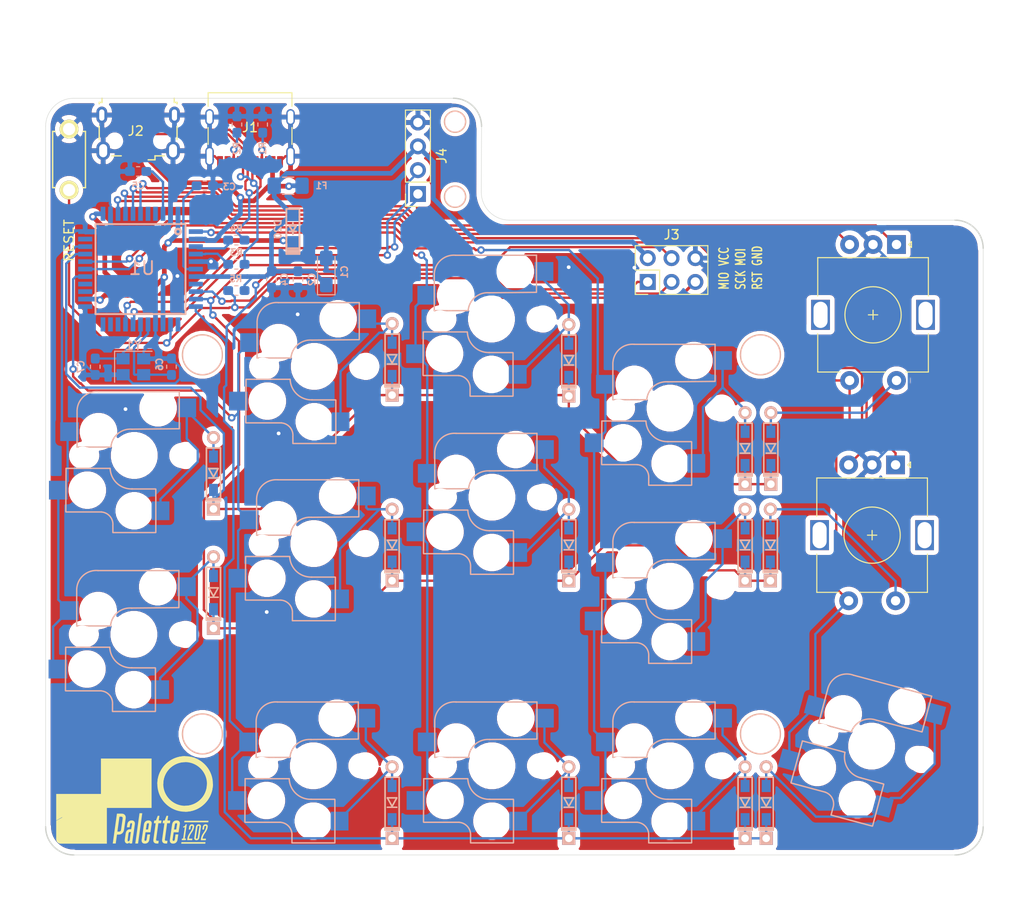
<source format=kicad_pcb>
(kicad_pcb (version 20171130) (host pcbnew "(5.1.4-0-10_14)")
  (layers (0 F.Cu signal) (31 B.Cu signal) (34 B.Paste user) (35 F.Paste user) (36 B.SilkS user) (37 F.SilkS user) (38 B.Mask user) (39 F.Mask user) (44 Edge.Cuts user))
  (net 0 "")
  (net 1 GND)
  (net 2 "Net-(D4-Pad2)")
  (net 3 Col4)
  (net 4 "Net-(D11-Pad2)")
  (net 5 "Net-(D5-Pad2)")
  (net 6 "Net-(D6-Pad2)")
  (net 7 "Net-(D7-Pad2)")
  (net 8 "Net-(D8-Pad2)")
  (net 9 "Net-(D9-Pad2)")
  (net 10 "Net-(D10-Pad2)")
  (net 11 "Net-(D12-Pad2)")
  (net 12 Col0)
  (net 13 Col1)
  (net 14 Col2)
  (net 15 Col3)
  (net 16 MISO)
  (net 17 D-)
  (net 18 D+)
  (net 19 "Net-(J1-PadA5)")
  (net 20 "Net-(J1-PadB5)")
  (net 21 SCK)
  (net 22 RESET)
  (net 23 Row0)
  (net 24 RA1)
  (net 25 RB1)
  (net 26 RB2)
  (net 27 RA2)
  (net 28 "Net-(C3-Pad1)")
  (net 29 MOSI)
  (net 30 "Net-(C5-Pad1)")
  (net 31 "Net-(C6-Pad1)")
  (net 32 "Net-(C7-Pad2)")
  (net 33 "Net-(D1-Pad2)")
  (net 34 "Net-(D2-Pad2)")
  (net 35 "Net-(D3-Pad2)")
  (net 36 "Net-(R3-Pad1)")
  (net 37 "Net-(R4-Pad1)")
  (net 38 VCC)
  (net 39 VBUS)
  (net 40 SCL)
  (net 41 SDA)
  (net 42 "Net-(D13-Pad2)")
  (net 43 "Net-(D14-Pad2)")
  (net 44 "Net-(D20-Pad1)")
  (module nilgiri:D3_TH_SMD (layer B.Cu) (at 123.1 71.35 90)
    (fp_text reference D3 hide)
    (fp_text value 1N4148W hide)
    (pad 1 smd rect (at -1.775 0 90) (size 1.3 0.95) (layers B.Cu B.Paste B.Mask) (net 23 Row0))
    (pad 1 thru_hole rect (at -3.81 0 90) (size 1.397 1.397) (drill 0.8128) (layers *.Cu *.Mask B.SilkS) (net 23 Row0))
    (pad 2 thru_hole circle (at 3.81 0 90) (size 1.397 1.397) (drill 0.8128) (layers *.Cu *.Mask B.SilkS) (net 35 "Net-(D3-Pad2)"))
    (pad 2 smd rect (at 1.775 0 90) (size 1.3 0.95) (layers B.Cu B.Paste B.Mask) (net 35 "Net-(D3-Pad2)"))
  )
  (module nilgiri:D3_TH_SMD (layer B.Cu) (at 163 118.625 90)
    (fp_text reference D12 hide)
    (fp_text value 1N4148W hide)
    (pad 1 smd rect (at -1.775 0 90) (size 1.3 0.95) (layers B.Cu B.Paste B.Mask) (net 16 MISO))
    (pad 1 thru_hole rect (at -3.81 0 90) (size 1.397 1.397) (drill 0.8128) (layers *.Cu *.Mask B.SilkS) (net 16 MISO))
    (pad 2 thru_hole circle (at 3.81 0 90) (size 1.397 1.397) (drill 0.8128) (layers *.Cu *.Mask B.SilkS) (net 11 "Net-(D12-Pad2)"))
    (pad 2 smd rect (at 1.775 0 90) (size 1.3 0.95) (layers B.Cu B.Paste B.Mask) (net 11 "Net-(D12-Pad2)"))
  )
  (module nilgiri:D3_TH_SMD (layer B.Cu) (at 160.75 91.15 90)
    (fp_text reference D10 hide)
    (fp_text value 1N4148W hide)
    (pad 1 smd rect (at -1.775 0 90) (size 1.3 0.95) (layers B.Cu B.Paste B.Mask) (net 29 MOSI))
    (pad 1 thru_hole rect (at -3.81 0 90) (size 1.397 1.397) (drill 0.8128) (layers *.Cu *.Mask B.SilkS) (net 29 MOSI))
    (pad 2 thru_hole circle (at 3.81 0 90) (size 1.397 1.397) (drill 0.8128) (layers *.Cu *.Mask B.SilkS) (net 10 "Net-(D10-Pad2)"))
    (pad 2 smd rect (at 1.775 0 90) (size 1.3 0.95) (layers B.Cu B.Paste B.Mask) (net 10 "Net-(D10-Pad2)"))
  )
  (module nilgiri:D3_TH_SMD (layer B.Cu) (at 160.75 80.85 90)
    (fp_text reference D9 hide)
    (fp_text value 1N4148W hide)
    (pad 1 smd rect (at -1.775 0 90) (size 1.3 0.95) (layers B.Cu B.Paste B.Mask) (net 23 Row0))
    (pad 1 thru_hole rect (at -3.81 0 90) (size 1.397 1.397) (drill 0.8128) (layers *.Cu *.Mask B.SilkS) (net 23 Row0))
    (pad 2 thru_hole circle (at 3.81 0 90) (size 1.397 1.397) (drill 0.8128) (layers *.Cu *.Mask B.SilkS) (net 9 "Net-(D9-Pad2)"))
    (pad 2 smd rect (at 1.775 0 90) (size 1.3 0.95) (layers B.Cu B.Paste B.Mask) (net 9 "Net-(D9-Pad2)"))
  )
  (module nilgiri:D3_TH_SMD (layer B.Cu) (at 160.75 118.625 90)
    (fp_text reference D11 hide)
    (fp_text value 1N4148W hide)
    (pad 1 smd rect (at -1.775 0 90) (size 1.3 0.95) (layers B.Cu B.Paste B.Mask) (net 16 MISO))
    (pad 1 thru_hole rect (at -3.81 0 90) (size 1.397 1.397) (drill 0.8128) (layers *.Cu *.Mask B.SilkS) (net 16 MISO))
    (pad 2 thru_hole circle (at 3.81 0 90) (size 1.397 1.397) (drill 0.8128) (layers *.Cu *.Mask B.SilkS) (net 4 "Net-(D11-Pad2)"))
    (pad 2 smd rect (at 1.775 0 90) (size 1.3 0.95) (layers B.Cu B.Paste B.Mask) (net 4 "Net-(D11-Pad2)"))
  )
  (module nilgiri:D3_TH_SMD (layer B.Cu) (at 141.95 91.15 90)
    (fp_text reference D7 hide)
    (fp_text value 1N4148W hide)
    (pad 1 smd rect (at -1.775 0 90) (size 1.3 0.95) (layers B.Cu B.Paste B.Mask) (net 29 MOSI))
    (pad 1 thru_hole rect (at -3.81 0 90) (size 1.397 1.397) (drill 0.8128) (layers *.Cu *.Mask B.SilkS) (net 29 MOSI))
    (pad 2 thru_hole circle (at 3.81 0 90) (size 1.397 1.397) (drill 0.8128) (layers *.Cu *.Mask B.SilkS) (net 7 "Net-(D7-Pad2)"))
    (pad 2 smd rect (at 1.775 0 90) (size 1.3 0.95) (layers B.Cu B.Paste B.Mask) (net 7 "Net-(D7-Pad2)"))
  )
  (module nilgiri:D3_TH_SMD (layer B.Cu) (at 141.95 71.45 90)
    (fp_text reference D6 hide)
    (fp_text value 1N4148W hide)
    (pad 1 smd rect (at -1.775 0 90) (size 1.3 0.95) (layers B.Cu B.Paste B.Mask) (net 23 Row0))
    (pad 1 thru_hole rect (at -3.81 0 90) (size 1.397 1.397) (drill 0.8128) (layers *.Cu *.Mask B.SilkS) (net 23 Row0))
    (pad 2 thru_hole circle (at 3.81 0 90) (size 1.397 1.397) (drill 0.8128) (layers *.Cu *.Mask B.SilkS) (net 6 "Net-(D6-Pad2)"))
    (pad 2 smd rect (at 1.775 0 90) (size 1.3 0.95) (layers B.Cu B.Paste B.Mask) (net 6 "Net-(D6-Pad2)"))
  )
  (module nilgiri:D3_TH_SMD (layer B.Cu) (at 163.45 91.15 90)
    (fp_text reference D14 hide)
    (fp_text value 1N4148W hide)
    (pad 1 smd rect (at -1.775 0 90) (size 1.3 0.95) (layers B.Cu B.Paste B.Mask) (net 29 MOSI))
    (pad 1 thru_hole rect (at -3.81 0 90) (size 1.397 1.397) (drill 0.8128) (layers *.Cu *.Mask B.SilkS) (net 29 MOSI))
    (pad 2 thru_hole circle (at 3.81 0 90) (size 1.397 1.397) (drill 0.8128) (layers *.Cu *.Mask B.SilkS) (net 43 "Net-(D14-Pad2)"))
    (pad 2 smd rect (at 1.775 0 90) (size 1.3 0.95) (layers B.Cu B.Paste B.Mask) (net 43 "Net-(D14-Pad2)"))
  )
  (module nilgiri:D3_TH_SMD (layer B.Cu) (at 141.95 118.625 90)
    (fp_text reference D8 hide)
    (fp_text value 1N4148W hide)
    (pad 1 smd rect (at -1.775 0 90) (size 1.3 0.95) (layers B.Cu B.Paste B.Mask) (net 16 MISO))
    (pad 1 thru_hole rect (at -3.81 0 90) (size 1.397 1.397) (drill 0.8128) (layers *.Cu *.Mask B.SilkS) (net 16 MISO))
    (pad 2 thru_hole circle (at 3.81 0 90) (size 1.397 1.397) (drill 0.8128) (layers *.Cu *.Mask B.SilkS) (net 8 "Net-(D8-Pad2)"))
    (pad 2 smd rect (at 1.775 0 90) (size 1.3 0.95) (layers B.Cu B.Paste B.Mask) (net 8 "Net-(D8-Pad2)"))
  )
  (module nilgiri:D3_TH_SMD (layer B.Cu) (at 123.1 91.15 90)
    (fp_text reference D4 hide)
    (fp_text value 1N4148W hide)
    (pad 1 smd rect (at -1.775 0 90) (size 1.3 0.95) (layers B.Cu B.Paste B.Mask) (net 29 MOSI))
    (pad 1 thru_hole rect (at -3.81 0 90) (size 1.397 1.397) (drill 0.8128) (layers *.Cu *.Mask B.SilkS) (net 29 MOSI))
    (pad 2 thru_hole circle (at 3.81 0 90) (size 1.397 1.397) (drill 0.8128) (layers *.Cu *.Mask B.SilkS) (net 2 "Net-(D4-Pad2)"))
    (pad 2 smd rect (at 1.775 0 90) (size 1.3 0.95) (layers B.Cu B.Paste B.Mask) (net 2 "Net-(D4-Pad2)"))
  )
  (module nilgiri:D3_TH_SMD (layer B.Cu) (at 163.5 80.85 90)
    (fp_text reference D13 hide)
    (fp_text value 1N4148W hide)
    (pad 1 smd rect (at -1.775 0 90) (size 1.3 0.95) (layers B.Cu B.Paste B.Mask) (net 23 Row0))
    (pad 1 thru_hole rect (at -3.81 0 90) (size 1.397 1.397) (drill 0.8128) (layers *.Cu *.Mask B.SilkS) (net 23 Row0))
    (pad 2 thru_hole circle (at 3.81 0 90) (size 1.397 1.397) (drill 0.8128) (layers *.Cu *.Mask B.SilkS) (net 42 "Net-(D13-Pad2)"))
    (pad 2 smd rect (at 1.775 0 90) (size 1.3 0.95) (layers B.Cu B.Paste B.Mask) (net 42 "Net-(D13-Pad2)"))
  )
  (module nilgiri:D3_TH_SMD (layer B.Cu) (at 123.1 118.625 90)
    (fp_text reference D5 hide)
    (fp_text value 1N4148W hide)
    (pad 1 smd rect (at -1.775 0 90) (size 1.3 0.95) (layers B.Cu B.Paste B.Mask) (net 16 MISO))
    (pad 1 thru_hole rect (at -3.81 0 90) (size 1.397 1.397) (drill 0.8128) (layers *.Cu *.Mask B.SilkS) (net 16 MISO))
    (pad 2 thru_hole circle (at 3.81 0 90) (size 1.397 1.397) (drill 0.8128) (layers *.Cu *.Mask B.SilkS) (net 5 "Net-(D5-Pad2)"))
    (pad 2 smd rect (at 1.775 0 90) (size 1.3 0.95) (layers B.Cu B.Paste B.Mask) (net 5 "Net-(D5-Pad2)"))
  )
  (module nilgiri:D3_TH_SMD (layer B.Cu) (at 104.05 96.225 90)
    (fp_text reference D2 hide)
    (fp_text value 1N4148W hide)
    (pad 1 smd rect (at -1.775 0 90) (size 1.3 0.95) (layers B.Cu B.Paste B.Mask) (net 29 MOSI))
    (pad 1 thru_hole rect (at -3.81 0 90) (size 1.397 1.397) (drill 0.8128) (layers *.Cu *.Mask B.SilkS) (net 29 MOSI))
    (pad 2 thru_hole circle (at 3.81 0 90) (size 1.397 1.397) (drill 0.8128) (layers *.Cu *.Mask B.SilkS) (net 34 "Net-(D2-Pad2)"))
    (pad 2 smd rect (at 1.775 0 90) (size 1.3 0.95) (layers B.Cu B.Paste B.Mask) (net 34 "Net-(D2-Pad2)"))
  )
  (module nilgiri:D3_TH_SMD (layer B.Cu) (at 104.05 83.5 90)
    (fp_text reference D1 hide)
    (fp_text value 1N4148W hide)
    (pad 1 smd rect (at -1.775 0 90) (size 1.3 0.95) (layers B.Cu B.Paste B.Mask) (net 23 Row0))
    (pad 1 thru_hole rect (at -3.81 0 90) (size 1.397 1.397) (drill 0.8128) (layers *.Cu *.Mask B.SilkS) (net 23 Row0))
    (pad 2 thru_hole circle (at 3.81 0 90) (size 1.397 1.397) (drill 0.8128) (layers *.Cu *.Mask B.SilkS) (net 33 "Net-(D1-Pad2)"))
    (pad 2 smd rect (at 1.775 0 90) (size 1.3 0.95) (layers B.Cu B.Paste B.Mask) (net 33 "Net-(D1-Pad2)"))
  )
  (module Connector_PinSocket_2.54mm:PinSocket_1x04_P2.54mm_Vertical (layer F.Cu) (at 125.857 53.7083 180)
    (fp_text reference J4 (at -2.54 4.064 90) (layer F.SilkS))
    (fp_text value OLED)
    (pad 4 thru_hole oval (at 0 7.62 180) (size 1.7 1.7) (drill 1) (layers *.Cu *.Mask) (net 1 GND))
    (pad 3 thru_hole oval (at 0 5.08 180) (size 1.7 1.7) (drill 1) (layers *.Cu *.Mask) (net 38 VCC))
    (pad 2 thru_hole oval (at 0 2.54 180) (size 1.7 1.7) (drill 1) (layers *.Cu *.Mask) (net 40 SCL))
    (pad 1 thru_hole rect (at 0 0 180) (size 1.7 1.7) (drill 1) (layers *.Cu *.Mask) (net 41 SDA))
  )
  (module Connector_USB:USB_C_Receptacle_Palconn_UTC16-G (layer F.Cu) (at 107.95 47.752 180)
    (fp_text reference J1 (at 0 1.143) (layer F.SilkS))
    (fp_text value USB-C)
    (pad A12 smd rect (at 3.2 -2.51 180) (size 0.6 1.16) (layers F.Cu F.Paste F.Mask) (net 1 GND))
    (pad A9 smd rect (at 2.4 -2.51 180) (size 0.6 1.16) (layers F.Cu F.Paste F.Mask) (net 39 VBUS))
    (pad B1 smd rect (at 3.2 -2.51 180) (size 0.6 1.16) (layers F.Cu F.Paste F.Mask) (net 1 GND))
    (pad B4 smd rect (at 2.4 -2.51 180) (size 0.6 1.16) (layers F.Cu F.Paste F.Mask) (net 39 VBUS))
    (pad B12 smd rect (at -3.2 -2.51 180) (size 0.6 1.16) (layers F.Cu F.Paste F.Mask) (net 1 GND))
    (pad A1 smd rect (at -3.2 -2.51 180) (size 0.6 1.16) (layers F.Cu F.Paste F.Mask) (net 1 GND))
    (pad B9 smd rect (at -2.4 -2.51 180) (size 0.6 1.16) (layers F.Cu F.Paste F.Mask) (net 39 VBUS))
    (pad A4 smd rect (at -2.4 -2.51 180) (size 0.6 1.16) (layers F.Cu F.Paste F.Mask) (net 39 VBUS))
    (pad "" np_thru_hole circle (at -2.89 -1.45) (size 0.6 0.6) (drill 0.6) (layers *.Cu *.Mask))
    (pad "" np_thru_hole circle (at 2.89 -1.45) (size 0.6 0.6) (drill 0.6) (layers *.Cu *.Mask))
    (pad B5 smd rect (at 1.75 -2.51) (size 0.3 1.16) (layers F.Cu F.Paste F.Mask) (net 20 "Net-(J1-PadB5)"))
    (pad B6 smd rect (at 0.75 -2.51) (size 0.3 1.16) (layers F.Cu F.Paste F.Mask) (net 18 D+))
    (pad A8 smd rect (at 1.25 -2.51) (size 0.3 1.16) (layers F.Cu F.Paste F.Mask))
    (pad A5 smd rect (at -1.25 -2.51) (size 0.3 1.16) (layers F.Cu F.Paste F.Mask) (net 19 "Net-(J1-PadA5)"))
    (pad B8 smd rect (at -1.75 -2.51) (size 0.3 1.16) (layers F.Cu F.Paste F.Mask))
    (pad A7 smd rect (at 0.25 -2.51) (size 0.3 1.16) (layers F.Cu F.Paste F.Mask) (net 17 D-))
    (pad A6 smd rect (at -0.25 -2.51) (size 0.3 1.16) (layers F.Cu F.Paste F.Mask) (net 18 D+))
    (pad B7 smd rect (at -0.75 -2.51) (size 0.3 1.16) (layers F.Cu F.Paste F.Mask) (net 17 D-))
    (pad S1 thru_hole oval (at 4.32 2.24 270) (size 1.7 0.9) (drill oval 1.4 0.6) (layers *.Cu *.Mask) (net 1 GND))
    (pad S1 thru_hole oval (at -4.32 2.24 270) (size 1.7 0.9) (drill oval 1.4 0.6) (layers *.Cu *.Mask) (net 1 GND))
    (pad S1 thru_hole oval (at 4.32 -1.93 270) (size 2 0.9) (drill oval 1.7 0.6) (layers *.Cu *.Mask) (net 1 GND))
    (pad S1 thru_hole oval (at -4.32 -1.93 270) (size 2 0.9) (drill oval 1.7 0.6) (layers *.Cu *.Mask) (net 1 GND))
  )
  (module Connector_USB:USB_Micro-B_Wuerth_629105150521 (layer F.Cu) (at 96.012 47.244 180)
    (fp_text reference J2 (at 0.254 0.254) (layer F.SilkS))
    (fp_text value USB_B_Micro)
    (pad "" np_thru_hole oval (at 2.5 -0.8 180) (size 0.8 0.8) (drill 0.8) (layers *.Cu *.Mask))
    (pad "" np_thru_hole oval (at -2.5 -0.8 180) (size 0.8 0.8) (drill 0.8) (layers *.Cu *.Mask))
    (pad 6 thru_hole oval (at 3.875 1.95 180) (size 1.15 1.8) (drill oval 0.55 1.2) (layers *.Cu *.Mask) (net 1 GND))
    (pad 6 thru_hole oval (at -3.875 1.95 180) (size 1.15 1.8) (drill oval 0.55 1.2) (layers *.Cu *.Mask) (net 1 GND))
    (pad 6 thru_hole oval (at 3.725 -1.85 180) (size 1.45 2) (drill oval 0.85 1.4) (layers *.Cu *.Mask) (net 1 GND))
    (pad 6 thru_hole oval (at -3.725 -1.85 180) (size 1.45 2) (drill oval 0.85 1.4) (layers *.Cu *.Mask) (net 1 GND))
    (pad 5 smd rect (at 1.3 -1.9 180) (size 0.45 1.3) (layers F.Cu F.Paste F.Mask) (net 1 GND))
    (pad 4 smd rect (at 0.65 -1.9 180) (size 0.45 1.3) (layers F.Cu F.Paste F.Mask))
    (pad 3 smd rect (at 0 -1.9 180) (size 0.45 1.3) (layers F.Cu F.Paste F.Mask) (net 18 D+))
    (pad 2 smd rect (at -0.65 -1.9 180) (size 0.45 1.3) (layers F.Cu F.Paste F.Mask) (net 17 D-))
    (pad 1 smd rect (at -1.3 -1.9 180) (size 0.45 1.3) (layers F.Cu F.Paste F.Mask) (net 39 VBUS))
  )
  (module nilgiri:CherryMX_Choc_Hotswap-1Side (layer F.Cu) (at 174.25 112.6 345)
    (fp_text reference SW12 hide)
    (fp_text value SW_PUSH hide)
    (pad 2 smd rect (at 5.6 -5.08 165) (size 2 2) (layers B.Cu B.Paste B.Mask) (net 11 "Net-(D12-Pad2)"))
    (pad "" np_thru_hole circle (at -3.81 -2.54 165) (size 3 3) (drill 3) (layers *.Cu *.Mask))
    (pad "" np_thru_hole circle (at -5.08 0 345) (size 1.7 1.7) (drill 1.7) (layers *.Cu *.Mask))
    (pad "" np_thru_hole circle (at 5.08 0 345) (size 1.7 1.7) (drill 1.7) (layers *.Cu *.Mask))
    (pad "" np_thru_hole circle (at 5.5 0 75) (size 1.9 1.9) (drill 1.9) (layers *.Cu *.Mask))
    (pad "" np_thru_hole circle (at -5.5 0 75) (size 1.9 1.9) (drill 1.9) (layers *.Cu *.Mask))
    (pad "" np_thru_hole circle (at 0 0 75) (size 4 4) (drill 4) (layers *.Cu *.Mask))
    (pad "" np_thru_hole circle (at 2.54 -5.08 165) (size 3 3) (drill 3) (layers *.Cu *.Mask))
    (pad 1 smd rect (at -6.9 -2.54 165) (size 2 2) (layers B.Cu B.Paste B.Mask) (net 3 Col4))
    (pad "" np_thru_hole circle (at 0 5.9 75) (size 3 3) (drill 3) (layers *.Cu *.Mask))
    (pad "" np_thru_hole circle (at -5 3.7 75) (size 3 3) (drill 3) (layers *.Cu *.Mask))
    (pad 2 smd rect (at 2.8 5.9 165) (size 1.9 2) (layers B.Cu B.Paste B.Mask) (net 11 "Net-(D12-Pad2)"))
    (pad 1 smd rect (at -8.1 3.7 165) (size 2 2) (layers B.Cu B.Paste B.Mask) (net 3 Col4))
  )
  (module nilgiri:CherryMX_Choc_Hotswap-1Side (layer F.Cu) (at 152.75 114.7)
    (fp_text reference SW11 hide)
    (fp_text value SW_PUSH hide)
    (pad 2 smd rect (at 5.6 -5.08 180) (size 2 2) (layers B.Cu B.Paste B.Mask) (net 4 "Net-(D11-Pad2)"))
    (pad "" np_thru_hole circle (at -3.81 -2.54 180) (size 3 3) (drill 3) (layers *.Cu *.Mask))
    (pad "" np_thru_hole circle (at -5.08 0) (size 1.7 1.7) (drill 1.7) (layers *.Cu *.Mask))
    (pad "" np_thru_hole circle (at 5.08 0) (size 1.7 1.7) (drill 1.7) (layers *.Cu *.Mask))
    (pad "" np_thru_hole circle (at 5.5 0 90) (size 1.9 1.9) (drill 1.9) (layers *.Cu *.Mask))
    (pad "" np_thru_hole circle (at -5.5 0 90) (size 1.9 1.9) (drill 1.9) (layers *.Cu *.Mask))
    (pad "" np_thru_hole circle (at 0 0 90) (size 4 4) (drill 4) (layers *.Cu *.Mask))
    (pad "" np_thru_hole circle (at 2.54 -5.08 180) (size 3 3) (drill 3) (layers *.Cu *.Mask))
    (pad 1 smd rect (at -6.9 -2.54 180) (size 2 2) (layers B.Cu B.Paste B.Mask) (net 15 Col3))
    (pad "" np_thru_hole circle (at 0 5.9 90) (size 3 3) (drill 3) (layers *.Cu *.Mask))
    (pad "" np_thru_hole circle (at -5 3.7 90) (size 3 3) (drill 3) (layers *.Cu *.Mask))
    (pad 2 smd rect (at 2.8 5.9 180) (size 1.9 2) (layers B.Cu B.Paste B.Mask) (net 4 "Net-(D11-Pad2)"))
    (pad 1 smd rect (at -8.1 3.7 180) (size 2 2) (layers B.Cu B.Paste B.Mask) (net 15 Col3))
  )
  (module nilgiri:CherryMX_Choc_Hotswap-1Side (layer F.Cu) (at 152.75 95.55)
    (fp_text reference SW10 hide)
    (fp_text value SW_PUSH hide)
    (pad 2 smd rect (at 5.6 -5.08 180) (size 2 2) (layers B.Cu B.Paste B.Mask) (net 10 "Net-(D10-Pad2)"))
    (pad "" np_thru_hole circle (at -3.81 -2.54 180) (size 3 3) (drill 3) (layers *.Cu *.Mask))
    (pad "" np_thru_hole circle (at -5.08 0) (size 1.7 1.7) (drill 1.7) (layers *.Cu *.Mask))
    (pad "" np_thru_hole circle (at 5.08 0) (size 1.7 1.7) (drill 1.7) (layers *.Cu *.Mask))
    (pad "" np_thru_hole circle (at 5.5 0 90) (size 1.9 1.9) (drill 1.9) (layers *.Cu *.Mask))
    (pad "" np_thru_hole circle (at -5.5 0 90) (size 1.9 1.9) (drill 1.9) (layers *.Cu *.Mask))
    (pad "" np_thru_hole circle (at 0 0 90) (size 4 4) (drill 4) (layers *.Cu *.Mask))
    (pad "" np_thru_hole circle (at 2.54 -5.08 180) (size 3 3) (drill 3) (layers *.Cu *.Mask))
    (pad 1 smd rect (at -6.9 -2.54 180) (size 2 2) (layers B.Cu B.Paste B.Mask) (net 15 Col3))
    (pad "" np_thru_hole circle (at 0 5.9 90) (size 3 3) (drill 3) (layers *.Cu *.Mask))
    (pad "" np_thru_hole circle (at -5 3.7 90) (size 3 3) (drill 3) (layers *.Cu *.Mask))
    (pad 2 smd rect (at 2.8 5.9 180) (size 1.9 2) (layers B.Cu B.Paste B.Mask) (net 10 "Net-(D10-Pad2)"))
    (pad 1 smd rect (at -8.1 3.7 180) (size 2 2) (layers B.Cu B.Paste B.Mask) (net 15 Col3))
  )
  (module nilgiri:CherryMX_Choc_Hotswap-1Side (layer F.Cu) (at 152.75 76.55)
    (fp_text reference SW9 hide)
    (fp_text value SW_PUSH hide)
    (pad 2 smd rect (at 5.6 -5.08 180) (size 2 2) (layers B.Cu B.Paste B.Mask) (net 9 "Net-(D9-Pad2)"))
    (pad "" np_thru_hole circle (at -3.81 -2.54 180) (size 3 3) (drill 3) (layers *.Cu *.Mask))
    (pad "" np_thru_hole circle (at -5.08 0) (size 1.7 1.7) (drill 1.7) (layers *.Cu *.Mask))
    (pad "" np_thru_hole circle (at 5.08 0) (size 1.7 1.7) (drill 1.7) (layers *.Cu *.Mask))
    (pad "" np_thru_hole circle (at 5.5 0 90) (size 1.9 1.9) (drill 1.9) (layers *.Cu *.Mask))
    (pad "" np_thru_hole circle (at -5.5 0 90) (size 1.9 1.9) (drill 1.9) (layers *.Cu *.Mask))
    (pad "" np_thru_hole circle (at 0 0 90) (size 4 4) (drill 4) (layers *.Cu *.Mask))
    (pad "" np_thru_hole circle (at 2.54 -5.08 180) (size 3 3) (drill 3) (layers *.Cu *.Mask))
    (pad 1 smd rect (at -6.9 -2.54 180) (size 2 2) (layers B.Cu B.Paste B.Mask) (net 15 Col3))
    (pad "" np_thru_hole circle (at 0 5.9 90) (size 3 3) (drill 3) (layers *.Cu *.Mask))
    (pad "" np_thru_hole circle (at -5 3.7 90) (size 3 3) (drill 3) (layers *.Cu *.Mask))
    (pad 2 smd rect (at 2.8 5.9 180) (size 1.9 2) (layers B.Cu B.Paste B.Mask) (net 9 "Net-(D9-Pad2)"))
    (pad 1 smd rect (at -8.1 3.7 180) (size 2 2) (layers B.Cu B.Paste B.Mask) (net 15 Col3))
  )
  (module nilgiri:CherryMX_Choc_Hotswap-1Side (layer F.Cu) (at 133.75 114.7)
    (fp_text reference SW8 hide)
    (fp_text value SW_PUSH hide)
    (pad 2 smd rect (at 5.6 -5.08 180) (size 2 2) (layers B.Cu B.Paste B.Mask) (net 8 "Net-(D8-Pad2)"))
    (pad "" np_thru_hole circle (at -3.81 -2.54 180) (size 3 3) (drill 3) (layers *.Cu *.Mask))
    (pad "" np_thru_hole circle (at -5.08 0) (size 1.7 1.7) (drill 1.7) (layers *.Cu *.Mask))
    (pad "" np_thru_hole circle (at 5.08 0) (size 1.7 1.7) (drill 1.7) (layers *.Cu *.Mask))
    (pad "" np_thru_hole circle (at 5.5 0 90) (size 1.9 1.9) (drill 1.9) (layers *.Cu *.Mask))
    (pad "" np_thru_hole circle (at -5.5 0 90) (size 1.9 1.9) (drill 1.9) (layers *.Cu *.Mask))
    (pad "" np_thru_hole circle (at 0 0 90) (size 4 4) (drill 4) (layers *.Cu *.Mask))
    (pad "" np_thru_hole circle (at 2.54 -5.08 180) (size 3 3) (drill 3) (layers *.Cu *.Mask))
    (pad 1 smd rect (at -6.9 -2.54 180) (size 2 2) (layers B.Cu B.Paste B.Mask) (net 14 Col2))
    (pad "" np_thru_hole circle (at 0 5.9 90) (size 3 3) (drill 3) (layers *.Cu *.Mask))
    (pad "" np_thru_hole circle (at -5 3.7 90) (size 3 3) (drill 3) (layers *.Cu *.Mask))
    (pad 2 smd rect (at 2.8 5.9 180) (size 1.9 2) (layers B.Cu B.Paste B.Mask) (net 8 "Net-(D8-Pad2)"))
    (pad 1 smd rect (at -8.1 3.7 180) (size 2 2) (layers B.Cu B.Paste B.Mask) (net 14 Col2))
  )
  (module nilgiri:CherryMX_Choc_Hotswap-1Side (layer F.Cu) (at 133.75 86.05)
    (fp_text reference SW7 hide)
    (fp_text value SW_PUSH hide)
    (pad 2 smd rect (at 5.6 -5.08 180) (size 2 2) (layers B.Cu B.Paste B.Mask) (net 7 "Net-(D7-Pad2)"))
    (pad "" np_thru_hole circle (at -3.81 -2.54 180) (size 3 3) (drill 3) (layers *.Cu *.Mask))
    (pad "" np_thru_hole circle (at -5.08 0) (size 1.7 1.7) (drill 1.7) (layers *.Cu *.Mask))
    (pad "" np_thru_hole circle (at 5.08 0) (size 1.7 1.7) (drill 1.7) (layers *.Cu *.Mask))
    (pad "" np_thru_hole circle (at 5.5 0 90) (size 1.9 1.9) (drill 1.9) (layers *.Cu *.Mask))
    (pad "" np_thru_hole circle (at -5.5 0 90) (size 1.9 1.9) (drill 1.9) (layers *.Cu *.Mask))
    (pad "" np_thru_hole circle (at 0 0 90) (size 4 4) (drill 4) (layers *.Cu *.Mask))
    (pad "" np_thru_hole circle (at 2.54 -5.08 180) (size 3 3) (drill 3) (layers *.Cu *.Mask))
    (pad 1 smd rect (at -6.9 -2.54 180) (size 2 2) (layers B.Cu B.Paste B.Mask) (net 14 Col2))
    (pad "" np_thru_hole circle (at 0 5.9 90) (size 3 3) (drill 3) (layers *.Cu *.Mask))
    (pad "" np_thru_hole circle (at -5 3.7 90) (size 3 3) (drill 3) (layers *.Cu *.Mask))
    (pad 2 smd rect (at 2.8 5.9 180) (size 1.9 2) (layers B.Cu B.Paste B.Mask) (net 7 "Net-(D7-Pad2)"))
    (pad 1 smd rect (at -8.1 3.7 180) (size 2 2) (layers B.Cu B.Paste B.Mask) (net 14 Col2))
  )
  (module nilgiri:CherryMX_Choc_Hotswap-1Side (layer F.Cu) (at 133.7 67.05)
    (fp_text reference SW6 hide)
    (fp_text value SW_PUSH hide)
    (pad 2 smd rect (at 5.6 -5.08 180) (size 2 2) (layers B.Cu B.Paste B.Mask) (net 6 "Net-(D6-Pad2)"))
    (pad "" np_thru_hole circle (at -3.81 -2.54 180) (size 3 3) (drill 3) (layers *.Cu *.Mask))
    (pad "" np_thru_hole circle (at -5.08 0) (size 1.7 1.7) (drill 1.7) (layers *.Cu *.Mask))
    (pad "" np_thru_hole circle (at 5.08 0) (size 1.7 1.7) (drill 1.7) (layers *.Cu *.Mask))
    (pad "" np_thru_hole circle (at 5.5 0 90) (size 1.9 1.9) (drill 1.9) (layers *.Cu *.Mask))
    (pad "" np_thru_hole circle (at -5.5 0 90) (size 1.9 1.9) (drill 1.9) (layers *.Cu *.Mask))
    (pad "" np_thru_hole circle (at 0 0 90) (size 4 4) (drill 4) (layers *.Cu *.Mask))
    (pad "" np_thru_hole circle (at 2.54 -5.08 180) (size 3 3) (drill 3) (layers *.Cu *.Mask))
    (pad 1 smd rect (at -6.9 -2.54 180) (size 2 2) (layers B.Cu B.Paste B.Mask) (net 14 Col2))
    (pad "" np_thru_hole circle (at 0 5.9 90) (size 3 3) (drill 3) (layers *.Cu *.Mask))
    (pad "" np_thru_hole circle (at -5 3.7 90) (size 3 3) (drill 3) (layers *.Cu *.Mask))
    (pad 2 smd rect (at 2.8 5.9 180) (size 1.9 2) (layers B.Cu B.Paste B.Mask) (net 6 "Net-(D6-Pad2)"))
    (pad 1 smd rect (at -8.1 3.7 180) (size 2 2) (layers B.Cu B.Paste B.Mask) (net 14 Col2))
  )
  (module nilgiri:CherryMX_Choc_Hotswap-1Side (layer F.Cu) (at 114.7 114.7)
    (fp_text reference SW5 hide)
    (fp_text value SW_PUSH hide)
    (pad 2 smd rect (at 5.6 -5.08 180) (size 2 2) (layers B.Cu B.Paste B.Mask) (net 5 "Net-(D5-Pad2)"))
    (pad "" np_thru_hole circle (at -3.81 -2.54 180) (size 3 3) (drill 3) (layers *.Cu *.Mask))
    (pad "" np_thru_hole circle (at -5.08 0) (size 1.7 1.7) (drill 1.7) (layers *.Cu *.Mask))
    (pad "" np_thru_hole circle (at 5.08 0) (size 1.7 1.7) (drill 1.7) (layers *.Cu *.Mask))
    (pad "" np_thru_hole circle (at 5.5 0 90) (size 1.9 1.9) (drill 1.9) (layers *.Cu *.Mask))
    (pad "" np_thru_hole circle (at -5.5 0 90) (size 1.9 1.9) (drill 1.9) (layers *.Cu *.Mask))
    (pad "" np_thru_hole circle (at 0 0 90) (size 4 4) (drill 4) (layers *.Cu *.Mask))
    (pad "" np_thru_hole circle (at 2.54 -5.08 180) (size 3 3) (drill 3) (layers *.Cu *.Mask))
    (pad 1 smd rect (at -6.9 -2.54 180) (size 2 2) (layers B.Cu B.Paste B.Mask) (net 13 Col1))
    (pad "" np_thru_hole circle (at 0 5.9 90) (size 3 3) (drill 3) (layers *.Cu *.Mask))
    (pad "" np_thru_hole circle (at -5 3.7 90) (size 3 3) (drill 3) (layers *.Cu *.Mask))
    (pad 2 smd rect (at 2.8 5.9 180) (size 1.9 2) (layers B.Cu B.Paste B.Mask) (net 5 "Net-(D5-Pad2)"))
    (pad 1 smd rect (at -8.1 3.7 180) (size 2 2) (layers B.Cu B.Paste B.Mask) (net 13 Col1))
  )
  (module nilgiri:CherryMX_Choc_Hotswap-1Side (layer F.Cu) (at 114.75 91)
    (fp_text reference SW4 hide)
    (fp_text value SW_PUSH hide)
    (pad 2 smd rect (at 5.6 -5.08 180) (size 2 2) (layers B.Cu B.Paste B.Mask) (net 2 "Net-(D4-Pad2)"))
    (pad "" np_thru_hole circle (at -3.81 -2.54 180) (size 3 3) (drill 3) (layers *.Cu *.Mask))
    (pad "" np_thru_hole circle (at -5.08 0) (size 1.7 1.7) (drill 1.7) (layers *.Cu *.Mask))
    (pad "" np_thru_hole circle (at 5.08 0) (size 1.7 1.7) (drill 1.7) (layers *.Cu *.Mask))
    (pad "" np_thru_hole circle (at 5.5 0 90) (size 1.9 1.9) (drill 1.9) (layers *.Cu *.Mask))
    (pad "" np_thru_hole circle (at -5.5 0 90) (size 1.9 1.9) (drill 1.9) (layers *.Cu *.Mask))
    (pad "" np_thru_hole circle (at 0 0 90) (size 4 4) (drill 4) (layers *.Cu *.Mask))
    (pad "" np_thru_hole circle (at 2.54 -5.08 180) (size 3 3) (drill 3) (layers *.Cu *.Mask))
    (pad 1 smd rect (at -6.9 -2.54 180) (size 2 2) (layers B.Cu B.Paste B.Mask) (net 13 Col1))
    (pad "" np_thru_hole circle (at 0 5.9 90) (size 3 3) (drill 3) (layers *.Cu *.Mask))
    (pad "" np_thru_hole circle (at -5 3.7 90) (size 3 3) (drill 3) (layers *.Cu *.Mask))
    (pad 2 smd rect (at 2.8 5.9 180) (size 1.9 2) (layers B.Cu B.Paste B.Mask) (net 2 "Net-(D4-Pad2)"))
    (pad 1 smd rect (at -8.1 3.7 180) (size 2 2) (layers B.Cu B.Paste B.Mask) (net 13 Col1))
  )
  (module nilgiri:CherryMX_Choc_Hotswap-1Side (layer F.Cu) (at 114.8 72.1)
    (fp_text reference SW3 hide)
    (fp_text value SW_PUSH hide)
    (pad 2 smd rect (at 5.6 -5.08 180) (size 2 2) (layers B.Cu B.Paste B.Mask) (net 35 "Net-(D3-Pad2)"))
    (pad "" np_thru_hole circle (at -3.81 -2.54 180) (size 3 3) (drill 3) (layers *.Cu *.Mask))
    (pad "" np_thru_hole circle (at -5.08 0) (size 1.7 1.7) (drill 1.7) (layers *.Cu *.Mask))
    (pad "" np_thru_hole circle (at 5.08 0) (size 1.7 1.7) (drill 1.7) (layers *.Cu *.Mask))
    (pad "" np_thru_hole circle (at 5.5 0 90) (size 1.9 1.9) (drill 1.9) (layers *.Cu *.Mask))
    (pad "" np_thru_hole circle (at -5.5 0 90) (size 1.9 1.9) (drill 1.9) (layers *.Cu *.Mask))
    (pad "" np_thru_hole circle (at 0 0 90) (size 4 4) (drill 4) (layers *.Cu *.Mask))
    (pad "" np_thru_hole circle (at 2.54 -5.08 180) (size 3 3) (drill 3) (layers *.Cu *.Mask))
    (pad 1 smd rect (at -6.9 -2.54 180) (size 2 2) (layers B.Cu B.Paste B.Mask) (net 13 Col1))
    (pad "" np_thru_hole circle (at 0 5.9 90) (size 3 3) (drill 3) (layers *.Cu *.Mask))
    (pad "" np_thru_hole circle (at -5 3.7 90) (size 3 3) (drill 3) (layers *.Cu *.Mask))
    (pad 2 smd rect (at 2.8 5.9 180) (size 1.9 2) (layers B.Cu B.Paste B.Mask) (net 35 "Net-(D3-Pad2)"))
    (pad 1 smd rect (at -8.1 3.7 180) (size 2 2) (layers B.Cu B.Paste B.Mask) (net 13 Col1))
  )
  (module nilgiri:CherryMX_Choc_Hotswap-1Side (layer F.Cu) (at 95.56 100.68)
    (fp_text reference SW2 hide)
    (fp_text value SW_PUSH hide)
    (pad 2 smd rect (at 5.6 -5.08 180) (size 2 2) (layers B.Cu B.Paste B.Mask) (net 34 "Net-(D2-Pad2)"))
    (pad "" np_thru_hole circle (at -3.81 -2.54 180) (size 3 3) (drill 3) (layers *.Cu *.Mask))
    (pad "" np_thru_hole circle (at -5.08 0) (size 1.7 1.7) (drill 1.7) (layers *.Cu *.Mask))
    (pad "" np_thru_hole circle (at 5.08 0) (size 1.7 1.7) (drill 1.7) (layers *.Cu *.Mask))
    (pad "" np_thru_hole circle (at 5.5 0 90) (size 1.9 1.9) (drill 1.9) (layers *.Cu *.Mask))
    (pad "" np_thru_hole circle (at -5.5 0 90) (size 1.9 1.9) (drill 1.9) (layers *.Cu *.Mask))
    (pad "" np_thru_hole circle (at 0 0 90) (size 4 4) (drill 4) (layers *.Cu *.Mask))
    (pad "" np_thru_hole circle (at 2.54 -5.08 180) (size 3 3) (drill 3) (layers *.Cu *.Mask))
    (pad 1 smd rect (at -6.9 -2.54 180) (size 2 2) (layers B.Cu B.Paste B.Mask) (net 12 Col0))
    (pad "" np_thru_hole circle (at 0 5.9 90) (size 3 3) (drill 3) (layers *.Cu *.Mask))
    (pad "" np_thru_hole circle (at -5 3.7 90) (size 3 3) (drill 3) (layers *.Cu *.Mask))
    (pad 2 smd rect (at 2.8 5.9 180) (size 1.9 2) (layers B.Cu B.Paste B.Mask) (net 34 "Net-(D2-Pad2)"))
    (pad 1 smd rect (at -8.1 3.7 180) (size 2 2) (layers B.Cu B.Paste B.Mask) (net 12 Col0))
  )
  (module nilgiri:CherryMX_Choc_Hotswap-1Side (layer F.Cu) (at 95.6 81.6)
    (fp_text reference SW1 hide)
    (fp_text value SW_PUSH hide)
    (pad 2 smd rect (at 5.6 -5.08 180) (size 2 2) (layers B.Cu B.Paste B.Mask) (net 33 "Net-(D1-Pad2)"))
    (pad "" np_thru_hole circle (at -3.81 -2.54 180) (size 3 3) (drill 3) (layers *.Cu *.Mask))
    (pad "" np_thru_hole circle (at -5.08 0) (size 1.7 1.7) (drill 1.7) (layers *.Cu *.Mask))
    (pad "" np_thru_hole circle (at 5.08 0) (size 1.7 1.7) (drill 1.7) (layers *.Cu *.Mask))
    (pad "" np_thru_hole circle (at 5.5 0 90) (size 1.9 1.9) (drill 1.9) (layers *.Cu *.Mask))
    (pad "" np_thru_hole circle (at -5.5 0 90) (size 1.9 1.9) (drill 1.9) (layers *.Cu *.Mask))
    (pad "" np_thru_hole circle (at 0 0 90) (size 4 4) (drill 4) (layers *.Cu *.Mask))
    (pad "" np_thru_hole circle (at 2.54 -5.08 180) (size 3 3) (drill 3) (layers *.Cu *.Mask))
    (pad 1 smd rect (at -6.9 -2.54 180) (size 2 2) (layers B.Cu B.Paste B.Mask) (net 12 Col0))
    (pad "" np_thru_hole circle (at 0 5.9 90) (size 3 3) (drill 3) (layers *.Cu *.Mask))
    (pad "" np_thru_hole circle (at -5 3.7 90) (size 3 3) (drill 3) (layers *.Cu *.Mask))
    (pad 2 smd rect (at 2.8 5.9 180) (size 1.9 2) (layers B.Cu B.Paste B.Mask) (net 33 "Net-(D1-Pad2)"))
    (pad 1 smd rect (at -8.1 3.7 180) (size 2 2) (layers B.Cu B.Paste B.Mask) (net 12 Col0))
  )
  (module nilgiri:M2_spacer (layer F.Cu) (at 102.87 111.3028)
    (fp_text reference H6 hide)
    (fp_text value MountingHole hide)
    (pad "" np_thru_hole circle (at 0 0) (size 4.1 4.1) (drill 4.1) (layers *.Cu *.Mask))
  )
  (module nilgiri:M2_vis (layer F.Cu) (at 129.818 54)
    (fp_text reference H3 hide)
    (fp_text value MountingHole hide)
    (pad "" np_thru_hole circle (at 0 0) (size 2.1 2.1) (drill 2.1) (layers *.Cu *.Mask))
  )
  (module nilgiri:M2_vis (layer F.Cu) (at 129.818 46)
    (fp_text reference H1 hide)
    (fp_text value MountingHole hide)
    (pad "" np_thru_hole circle (at 0 0) (size 2.1 2.1) (drill 2.1) (layers *.Cu *.Mask))
  )
  (module nilgiri:M2_spacer (layer F.Cu) (at 162.3888 111.3028)
    (fp_text reference H8 hide)
    (fp_text value MountingHole hide)
    (pad "" np_thru_hole circle (at 0 0) (size 4.1 4.1) (drill 4.1) (layers *.Cu *.Mask))
  )
  (module nilgiri:M2_spacer (layer F.Cu) (at 162.3888 70.866)
    (fp_text reference H7 hide)
    (fp_text value MountingHole hide)
    (pad "" np_thru_hole circle (at 0 0) (size 4.1 4.1) (drill 4.1) (layers *.Cu *.Mask))
  )
  (module nilgiri:M2_spacer (layer F.Cu) (at 102.87 70.866)
    (fp_text reference H5 hide)
    (fp_text value MountingHole hide)
    (pad "" np_thru_hole circle (at 0 0) (size 4.1 4.1) (drill 4.1) (layers *.Cu *.Mask))
  )
  (module kbd:ResetSW_1side (layer F.Cu) (at 88.646 50.038 90)
    (fp_text reference SW20 hide)
    (fp_text value SW_RESET)
    (fp_text user RESET (at -8.636 0 90) (layer F.SilkS))
    (pad 2 thru_hole circle (at -3.25 0 90) (size 2 2) (drill 1.3) (layers *.Cu F.SilkS B.Mask) (net 22 RESET))
    (pad 1 thru_hole circle (at 3.25 0 90) (size 2 2) (drill 1.3) (layers *.Cu F.SilkS B.Mask) (net 1 GND))
  )
  (module Rotary_Encoder:RotaryEncoder_Alps_EC11E-Switch_Vertical_H20mm (layer F.Cu) (at 176.9 59.1 270)
    (fp_text reference EC1 hide)
    (fp_text value EC11E18244A5)
    (pad A thru_hole rect (at 0 0 270) (size 2 2) (drill 1) (layers *.Cu *.Mask) (net 24 RA1))
    (pad C thru_hole circle (at 0 2.5 270) (size 2 2) (drill 1) (layers *.Cu *.Mask) (net 1 GND))
    (pad B thru_hole circle (at 0 5 270) (size 2 2) (drill 1) (layers *.Cu *.Mask) (net 25 RB1))
    (pad MP thru_hole rect (at 7.5 -3.1 270) (size 3.2 2) (drill oval 2.8 1.5) (layers *.Cu *.Mask))
    (pad MP thru_hole rect (at 7.5 8.1 270) (size 3.2 2) (drill oval 2.8 1.5) (layers *.Cu *.Mask))
    (pad S2 thru_hole circle (at 14.5 0 270) (size 2 2) (drill 1) (layers *.Cu *.Mask) (net 42 "Net-(D13-Pad2)"))
    (pad S1 thru_hole circle (at 14.5 5 270) (size 2 2) (drill 1) (layers *.Cu *.Mask) (net 3 Col4))
  )
  (module Capacitor_SMD:C_0603_1608Metric_Pad1.05x0.95mm_HandSolder (layer B.Cu) (at 103.124 52.832)
    (fp_text reference C3 (at 2.625 0.1 180) (layer B.SilkS) (effects (font (size 0.7 0.7)) (justify mirror)))
    (fp_text value 1u)
    (pad 2 smd roundrect (at 0.875 0) (size 1.05 0.95) (layers B.Cu B.Paste B.Mask) (net 1 GND))
    (pad 1 smd roundrect (at -0.875 0) (size 1.05 0.95) (layers B.Cu B.Paste B.Mask) (net 28 "Net-(C3-Pad1)"))
  )
  (module Resistor_SMD:R_0603_1608Metric_Pad1.05x0.95mm_HandSolder (layer B.Cu) (at 106.4895 61.214)
    (fp_text reference R3 (at -0.005 -1.27) (layer B.SilkS) (effects (font (size 0.7 0.7)) (justify mirror)))
    (fp_text value 22)
    (pad 1 smd roundrect (at -0.875 0) (size 1.05 0.95) (layers B.Cu B.Paste B.Mask) (net 36 "Net-(R3-Pad1)"))
    (pad 2 smd roundrect (at 0.875 0) (size 1.05 0.95) (layers B.Cu B.Paste B.Mask) (net 18 D+))
  )
  (module Crystal:Crystal_SMD_3225-4Pin_3.2x2.5mm (layer B.Cu) (at 95.504 72.136)
    (fp_text reference Y1 (at 0 -2.286) (layer B.SilkS) (effects (justify mirror)))
    (fp_text value 16MHz)
    (pad 4 smd rect (at -1.1 0.85) (size 1.4 1.2) (layers B.Cu B.Paste B.Mask) (net 1 GND))
    (pad 3 smd rect (at 1.1 0.85) (size 1.4 1.2) (layers B.Cu B.Paste B.Mask) (net 31 "Net-(C6-Pad1)"))
    (pad 2 smd rect (at 1.1 -0.85) (size 1.4 1.2) (layers B.Cu B.Paste B.Mask) (net 1 GND))
    (pad 1 smd rect (at -1.1 -0.85) (size 1.4 1.2) (layers B.Cu B.Paste B.Mask) (net 32 "Net-(C7-Pad2)"))
  )
  (module Capacitor_SMD:C_0603_1608Metric_Pad1.05x0.95mm_HandSolder (layer B.Cu) (at 99.568 72.136 90)
    (fp_text reference C6 (at 0.254 -1.27 90) (layer B.SilkS) (effects (font (size 0.7 0.7)) (justify mirror)))
    (fp_text value 22p)
    (pad 2 smd roundrect (at 0.875 0 90) (size 1.05 0.95) (layers B.Cu B.Paste B.Mask) (net 1 GND))
    (pad 1 smd roundrect (at -0.875 0 90) (size 1.05 0.95) (layers B.Cu B.Paste B.Mask) (net 31 "Net-(C6-Pad1)"))
  )
  (module Keebio:ATMEGA32U4-AU (layer B.Cu) (at 96.266 61.722 180)
    (fp_text reference U1 (at -0.15 0.1) (layer B.SilkS) (effects (font (size 1.4 1.4) (thickness 0.2)) (justify mirror)))
    (fp_text value ATmega32U4-AU hide)
    (pad 1 smd rect (at -5.9 4 180) (size 1.5 0.5) (layers B.Cu B.Paste B.Mask) (net 14 Col2))
    (pad 2 smd rect (at -5.9 3.2 180) (size 1.5 0.5) (layers B.Cu B.Paste B.Mask) (net 39 VBUS))
    (pad 3 smd rect (at -5.9 2.4 180) (size 1.5 0.5) (layers B.Cu B.Paste B.Mask) (net 37 "Net-(R4-Pad1)"))
    (pad 4 smd rect (at -5.9 1.6 180) (size 1.5 0.5) (layers B.Cu B.Paste B.Mask) (net 36 "Net-(R3-Pad1)"))
    (pad 5 smd rect (at -5.9 0.8 180) (size 1.5 0.5) (layers B.Cu B.Paste B.Mask) (net 1 GND))
    (pad 6 smd rect (at -5.9 0 180) (size 1.5 0.5) (layers B.Cu B.Paste B.Mask) (net 28 "Net-(C3-Pad1)"))
    (pad 7 smd rect (at -5.9 -0.8 180) (size 1.5 0.5) (layers B.Cu B.Paste B.Mask) (net 38 VCC))
    (pad 8 smd rect (at -5.9 -1.6 180) (size 1.5 0.5) (layers B.Cu B.Paste B.Mask))
    (pad 9 smd rect (at -5.9 -2.4 180) (size 1.5 0.5) (layers B.Cu B.Paste B.Mask) (net 21 SCK))
    (pad 10 smd rect (at -5.9 -3.2 180) (size 1.5 0.5) (layers B.Cu B.Paste B.Mask) (net 29 MOSI))
    (pad 11 smd rect (at -5.9 -4 180) (size 1.5 0.5) (layers B.Cu B.Paste B.Mask) (net 16 MISO))
    (pad 12 smd rect (at -4 -5.9 180) (size 0.5 1.5) (layers B.Cu B.Paste B.Mask))
    (pad 13 smd rect (at -3.2 -5.9 180) (size 0.5 1.5) (layers B.Cu B.Paste B.Mask) (net 22 RESET))
    (pad 14 smd rect (at -2.4 -5.9 180) (size 0.5 1.5) (layers B.Cu B.Paste B.Mask) (net 44 "Net-(D20-Pad1)"))
    (pad 15 smd rect (at -1.6 -5.9 180) (size 0.5 1.5) (layers B.Cu B.Paste B.Mask) (net 1 GND))
    (pad 16 smd rect (at -0.8 -5.9 180) (size 0.5 1.5) (layers B.Cu B.Paste B.Mask) (net 31 "Net-(C6-Pad1)"))
    (pad 17 smd rect (at 0 -5.9 180) (size 0.5 1.5) (layers B.Cu B.Paste B.Mask) (net 32 "Net-(C7-Pad2)"))
    (pad 18 smd rect (at 0.8 -5.9 180) (size 0.5 1.5) (layers B.Cu B.Paste B.Mask) (net 40 SCL))
    (pad 19 smd rect (at 1.6 -5.9 180) (size 0.5 1.5) (layers B.Cu B.Paste B.Mask) (net 41 SDA))
    (pad 20 smd rect (at 2.4 -5.9 180) (size 0.5 1.5) (layers B.Cu B.Paste B.Mask))
    (pad 21 smd rect (at 3.2 -5.9 180) (size 0.5 1.5) (layers B.Cu B.Paste B.Mask))
    (pad 22 smd rect (at 4 -5.9 180) (size 0.5 1.5) (layers B.Cu B.Paste B.Mask))
    (pad 23 smd rect (at 5.9 -4 180) (size 1.5 0.5) (layers B.Cu B.Paste B.Mask) (net 1 GND))
    (pad 24 smd rect (at 5.9 -3.2 180) (size 1.5 0.5) (layers B.Cu B.Paste B.Mask) (net 44 "Net-(D20-Pad1)"))
    (pad 25 smd rect (at 5.9 -2.4 180) (size 1.5 0.5) (layers B.Cu B.Paste B.Mask))
    (pad 26 smd rect (at 5.9 -1.6 180) (size 1.5 0.5) (layers B.Cu B.Paste B.Mask))
    (pad 27 smd rect (at 5.9 -0.8 180) (size 1.5 0.5) (layers B.Cu B.Paste B.Mask) (net 13 Col1))
    (pad 28 smd rect (at 5.9 0 180) (size 1.5 0.5) (layers B.Cu B.Paste B.Mask) (net 15 Col3))
    (pad 29 smd rect (at 5.9 0.8 180) (size 1.5 0.5) (layers B.Cu B.Paste B.Mask) (net 3 Col4))
    (pad 30 smd rect (at 5.9 1.6 180) (size 1.5 0.5) (layers B.Cu B.Paste B.Mask) (net 23 Row0))
    (pad 31 smd rect (at 5.9 2.4 180) (size 1.5 0.5) (layers B.Cu B.Paste B.Mask) (net 12 Col0))
    (pad 32 smd rect (at 5.9 3.2 180) (size 1.5 0.5) (layers B.Cu B.Paste B.Mask))
    (pad 33 smd rect (at 5.9 4 180) (size 1.5 0.5) (layers B.Cu B.Paste B.Mask) (net 1 GND))
    (pad 34 smd rect (at 4 5.9 180) (size 0.5 1.5) (layers B.Cu B.Paste B.Mask) (net 44 "Net-(D20-Pad1)"))
    (pad 35 smd rect (at 3.2 5.9 180) (size 0.5 1.5) (layers B.Cu B.Paste B.Mask) (net 1 GND))
    (pad 36 smd rect (at 2.4 5.9 180) (size 0.5 1.5) (layers B.Cu B.Paste B.Mask) (net 26 RB2))
    (pad 37 smd rect (at 1.6 5.9 180) (size 0.5 1.5) (layers B.Cu B.Paste B.Mask) (net 27 RA2))
    (pad 38 smd rect (at 0.8 5.9 180) (size 0.5 1.5) (layers B.Cu B.Paste B.Mask) (net 25 RB1))
    (pad 39 smd rect (at 0 5.9 180) (size 0.5 1.5) (layers B.Cu B.Paste B.Mask) (net 24 RA1))
    (pad 40 smd rect (at -0.8 5.9 180) (size 0.5 1.5) (layers B.Cu B.Paste B.Mask))
    (pad 41 smd rect (at -1.6 5.9 180) (size 0.5 1.5) (layers B.Cu B.Paste B.Mask))
    (pad 42 smd rect (at -2.4 5.9 180) (size 0.5 1.5) (layers B.Cu B.Paste B.Mask) (net 30 "Net-(C5-Pad1)"))
    (pad 43 smd rect (at -3.2 5.9 180) (size 0.5 1.5) (layers B.Cu B.Paste B.Mask) (net 1 GND))
    (pad 44 smd rect (at -4 5.9 180) (size 0.5 1.5) (layers B.Cu B.Paste B.Mask) (net 44 "Net-(D20-Pad1)"))
  )
  (module Resistor_SMD:R_0603_1608Metric_Pad1.05x0.95mm_HandSolder (layer B.Cu) (at 109.2962 46.3042 270)
    (fp_text reference R1 (at 2.54 0 90) (layer B.SilkS) (effects (font (size 0.7 0.7)) (justify mirror)))
    (fp_text value 5.1k)
    (pad 2 smd roundrect (at 0.875 0 270) (size 1.05 0.95) (layers B.Cu B.Paste B.Mask) (net 19 "Net-(J1-PadA5)"))
    (pad 1 smd roundrect (at -0.875 0 270) (size 1.05 0.95) (layers B.Cu B.Paste B.Mask) (net 1 GND))
  )
  (module Rotary_Encoder:RotaryEncoder_Alps_EC11E-Switch_Vertical_H20mm (layer F.Cu) (at 176.8 82.6 270)
    (fp_text reference EC2 hide)
    (fp_text value EC11E18244A5)
    (pad S1 thru_hole circle (at 14.5 5 270) (size 2 2) (drill 1) (layers *.Cu *.Mask) (net 3 Col4))
    (pad S2 thru_hole circle (at 14.5 0 270) (size 2 2) (drill 1) (layers *.Cu *.Mask) (net 43 "Net-(D14-Pad2)"))
    (pad MP thru_hole rect (at 7.5 8.1 270) (size 3.2 2) (drill oval 2.8 1.5) (layers *.Cu *.Mask))
    (pad MP thru_hole rect (at 7.5 -3.1 270) (size 3.2 2) (drill oval 2.8 1.5) (layers *.Cu *.Mask))
    (pad B thru_hole circle (at 0 5 270) (size 2 2) (drill 1) (layers *.Cu *.Mask) (net 26 RB2))
    (pad C thru_hole circle (at 0 2.5 270) (size 2 2) (drill 1) (layers *.Cu *.Mask) (net 1 GND))
    (pad A thru_hole rect (at 0 0 270) (size 2 2) (drill 1) (layers *.Cu *.Mask) (net 27 RA2))
  )
  (module Capacitor_SMD:C_0603_1608Metric_Pad1.05x0.95mm_HandSolder (layer B.Cu) (at 91.44 72.136 90)
    (fp_text reference C7 (at 0 -1.524 90) (layer B.SilkS) (effects (font (size 0.7 0.7)) (justify mirror)))
    (fp_text value 22p)
    (pad 2 smd roundrect (at 0.875 0 90) (size 1.05 0.95) (layers B.Cu B.Paste B.Mask) (net 32 "Net-(C7-Pad2)"))
    (pad 1 smd roundrect (at -0.875 0 90) (size 1.05 0.95) (layers B.Cu B.Paste B.Mask) (net 1 GND))
  )
  (module Fuse:Fuse_1206_3216Metric_Pad1.42x1.75mm_HandSolder (layer B.Cu) (at 112.014 52.832)
    (fp_text reference F1 (at 3.556 0 180) (layer B.SilkS) (effects (font (size 0.7 0.7)) (justify mirror)))
    (fp_text value 500mA)
    (pad 2 smd roundrect (at 1.4875 0) (size 1.425 1.75) (layers B.Cu B.Paste B.Mask) (roundrect_rratio 0.175439) (net 39 VBUS))
    (pad 1 smd roundrect (at -1.4875 0) (size 1.425 1.75) (layers B.Cu B.Paste B.Mask) (roundrect_rratio 0.175439) (net 38 VCC))
  )
  (module Capacitor_SMD:C_0603_1608Metric_Pad1.05x0.95mm_HandSolder (layer B.Cu) (at 110.236 62.8295 270)
    (fp_text reference C4 (at 0 -1.372 90) (layer B.SilkS) (effects (font (size 0.7 0.7)) (justify mirror)))
    (fp_text value 0.1u)
    (pad 2 smd roundrect (at 0.875 0 270) (size 1.05 0.95) (layers B.Cu B.Paste B.Mask) (net 1 GND))
    (pad 1 smd roundrect (at -0.875 0 270) (size 1.05 0.95) (layers B.Cu B.Paste B.Mask) (net 38 VCC))
  )
  (module Capacitor_SMD:C_0603_1608Metric_Pad1.05x0.95mm_HandSolder (layer B.Cu) (at 113.06 62.8295 270)
    (fp_text reference C2 (at 0 -1.494 90) (layer B.SilkS) (effects (font (size 0.7 0.7)) (justify mirror)))
    (fp_text value 1u)
    (pad 2 smd roundrect (at 0.875 0 270) (size 1.05 0.95) (layers B.Cu B.Paste B.Mask) (net 1 GND))
    (pad 1 smd roundrect (at -0.875 0 270) (size 1.05 0.95) (layers B.Cu B.Paste B.Mask) (net 38 VCC))
  )
  (module Capacitor_Tantalum_SMD:CP_EIA-3216-10_Kemet-I_Pad1.58x1.35mm_HandSolder (layer B.Cu) (at 116.078 61.976 90)
    (fp_text reference C1 (at -0.0545 1.9405 90) (layer B.SilkS) (effects (font (size 0.7 0.7)) (justify mirror)))
    (fp_text value 10u)
    (pad 2 smd roundrect (at 1.4375 0 90) (size 1.575 1.35) (layers B.Cu B.Paste B.Mask) (roundrect_rratio 0.185185) (net 1 GND))
    (pad 1 smd roundrect (at -1.4375 0 90) (size 1.575 1.35) (layers B.Cu B.Paste B.Mask) (roundrect_rratio 0.185185) (net 38 VCC))
  )
  (module Capacitor_SMD:C_0603_1608Metric_Pad1.05x0.95mm_HandSolder (layer B.Cu) (at 96.012 51.308 180)
    (fp_text reference C5 (at 0 -1.524) (layer B.SilkS) (effects (font (size 0.7 0.7)) (justify mirror)))
    (fp_text value 0.1u)
    (pad 2 smd roundrect (at 0.875 0 180) (size 1.05 0.95) (layers B.Cu B.Paste B.Mask) (net 1 GND))
    (pad 1 smd roundrect (at -0.875 0 180) (size 1.05 0.95) (layers B.Cu B.Paste B.Mask) (net 30 "Net-(C5-Pad1)"))
  )
  (module Connector_PinHeader_2.54mm:PinHeader_2x03_P2.54mm_Vertical (layer F.Cu) (at 150.368 63.092 90)
    (fp_text reference J3 (at 5.033 2.5545 180) (layer F.SilkS))
    (fp_text value ISP)
    (pad 1 thru_hole rect (at 0 0 90) (size 1.7 1.7) (drill 1) (layers *.Cu *.Mask) (net 16 MISO))
    (pad 2 thru_hole oval (at 2.54 0 90) (size 1.7 1.7) (drill 1) (layers *.Cu *.Mask) (net 38 VCC))
    (pad 3 thru_hole oval (at 0 2.54 90) (size 1.7 1.7) (drill 1) (layers *.Cu *.Mask) (net 21 SCK))
    (pad 4 thru_hole oval (at 2.54 2.54 90) (size 1.7 1.7) (drill 1) (layers *.Cu *.Mask) (net 29 MOSI))
    (pad 5 thru_hole oval (at 0 5.08 90) (size 1.7 1.7) (drill 1) (layers *.Cu *.Mask) (net 22 RESET))
    (pad 6 thru_hole oval (at 2.54 5.08 90) (size 1.7 1.7) (drill 1) (layers *.Cu *.Mask) (net 1 GND))
  )
  (module Resistor_SMD:R_0603_1608Metric_Pad1.05x0.95mm_HandSolder (layer B.Cu) (at 106.4895 58.63)
    (fp_text reference R4 (at 0 -1.226) (layer B.SilkS) (effects (font (size 0.7 0.7)) (justify mirror)))
    (fp_text value 22)
    (pad 1 smd roundrect (at -0.875 0) (size 1.05 0.95) (layers B.Cu B.Paste B.Mask) (net 37 "Net-(R4-Pad1)"))
    (pad 2 smd roundrect (at 0.875 0) (size 1.05 0.95) (layers B.Cu B.Paste B.Mask) (net 17 D-))
  )
  (module Resistor_SMD:R_0603_1608Metric_Pad1.05x0.95mm_HandSolder (layer B.Cu) (at 106.553 46.3042 270)
    (fp_text reference R2 (at 2.54 0 90) (layer B.SilkS) (effects (font (size 0.7 0.7)) (justify mirror)))
    (fp_text value 5.1k)
    (pad 2 smd roundrect (at 0.875 0 270) (size 1.05 0.95) (layers B.Cu B.Paste B.Mask) (net 20 "Net-(J1-PadB5)"))
    (pad 1 smd roundrect (at -0.875 0 270) (size 1.05 0.95) (layers B.Cu B.Paste B.Mask) (net 1 GND))
  )
  (module Resistor_SMD:R_0603_1608Metric_Pad1.05x0.95mm_HandSolder (layer B.Cu) (at 106.4895 64.008 180)
    (fp_text reference R5 (at 0.0635 1.27) (layer B.SilkS) (effects (font (size 0.7 0.7)) (justify mirror)))
    (fp_text value 10k)
    (pad 2 smd roundrect (at 0.875 0 180) (size 1.05 0.95) (layers B.Cu B.Paste B.Mask) (net 22 RESET))
    (pad 1 smd roundrect (at -0.875 0 180) (size 1.05 0.95) (layers B.Cu B.Paste B.Mask) (net 38 VCC))
  )
  (module Keebio:D_SOD123F (layer B.Cu) (at 112.522 57.404 90)
    (fp_text reference D20 (at -0.075 -1.593 270) (layer B.SilkS) (effects (font (size 0.7 0.7)) (justify mirror)))
    (fp_text value MBR120 hide)
    (pad 1 smd rect (at -1.4 0 90) (size 1.2 1.2) (layers B.Cu B.Paste B.Mask) (net 44 "Net-(D20-Pad1)"))
    (pad 2 smd rect (at 1.4 0 90) (size 1.2 1.2) (layers B.Cu B.Paste B.Mask) (net 38 VCC))
  )
  (gr_poly (pts (xy 94.584309 121.0183) (xy 94.682205 120.327738) (xy 94.686079 120.297879) (xy 94.688768 120.268822) (xy 94.690263 120.240563) (xy 94.690556 120.213099) (xy 94.68964 120.186425) (xy 94.687507 120.160539) (xy 94.684149 120.135435) (xy 94.679559 120.11111) (xy 94.673729 120.087561) (xy 94.66665 120.064782) (xy 94.658316 120.042771) (xy 94.648719 120.021524) (xy 94.63785 120.001036) (xy 94.625702 119.981304) (xy 94.612267 119.962324) (xy 94.597538 119.944092) (xy 94.582223 119.92682) (xy 94.566047 119.910719) (xy 94.549018 119.895781) (xy 94.531145 119.881998) (xy 94.512434 119.869361) (xy 94.492894 119.857865) (xy 94.472532 119.8475) (xy 94.451356 119.838259) (xy 94.429374 119.830134) (xy 94.406594 119.823117) (xy 94.383023 119.817202) (xy 94.358669 119.812379) (xy 94.33354 119.808642) (xy 94.307644 119.805982) (xy 94.280988 119.804391) (xy 94.25358 119.803863) (xy 93.753518 119.803863) (xy 93.306372 122.992091) (xy 93.623873 122.992091) (xy 93.756164 122.036946) (xy 93.938727 122.036946) (xy 93.96626 122.036388) (xy 93.993297 122.034718) (xy 94.019838 122.03194) (xy 94.045883 122.028057) (xy 94.071432 122.023074) (xy 94.096485 122.016993) (xy 94.121041 122.00982) (xy 94.145102 122.001558) (xy 94.168666 121.99221) (xy 94.191734 121.981781) (xy 94.214307 121.970275) (xy 94.236383 121.957695) (xy 94.257963 121.944045) (xy 94.279047 121.929329) (xy 94.299635 121.913552) (xy 94.319726 121.896716) (xy 94.339075 121.878484) (xy 94.357435 121.859504) (xy 94.37481 121.839772) (xy 94.391205 121.819284) (xy 94.406623 121.798037) (xy 94.421069 121.776026) (xy 94.434545 121.753248) (xy 94.447057 121.729698) (xy 94.458607 121.705373) (xy 94.4692 121.68027) (xy 94.47884 121.654383) (xy 94.48753 121.627709) (xy 94.495274 121.600245) (xy 94.502077 121.571987) (xy 94.507941 121.54293) (xy 94.512872 121.51307) (xy 94.586955 120.989196) (xy 94.277393 120.92305) (xy 94.192727 121.515717) (xy 94.188664 121.540678) (xy 94.183419 121.563972) (xy 94.176989 121.585608) (xy 94.173328 121.595806) (xy 94.169368 121.605593) (xy 94.165111 121.614968) (xy 94.160554 121.623934) (xy 94.155698 121.632491) (xy 94.150543 121.64064) (xy 94.145086 121.648382) (xy 94.139329 121.655718) (xy 94.133271 121.662649) (xy 94.126911 121.669175) (xy 94.120248 121.675299) (xy 94.113283 121.681021) (xy 94.106014 121.686342) (xy 94.098442 121.691262) (xy 94.090566 121.695783) (xy 94.082384 121.699906) (xy 94.073898 121.703632) (xy 94.065106 121.706961) (xy 94.056007 121.709895) (xy 94.046602 121.712435) (xy 94.03689 121.714582) (xy 94.02687 121.716335) (xy 94.016542 121.717698) (xy 94.005906 121.71867) (xy 93.983705 121.719446) (xy 93.801143 121.719446) (xy 94.023393 120.126655) (xy 94.205955 120.126655) (xy 94.217156 120.126856) (xy 94.227939 120.12746) (xy 94.238306 120.128466) (xy 94.248257 120.129874) (xy 94.257794 120.131683) (xy 94.266916 120.133893) (xy 94.275626 120.136502) (xy 94.283924 120.139512) (xy 94.291812 120.142921) (xy 94.299289 120.146728) (xy 94.306358 120.150933) (xy 94.313018 120.155537) (xy 94.319272 120.160537) (xy 94.32512 120.165935) (xy 94.330562 120.171728) (xy 94.335601 120.177918) (xy 94.340236 120.184502) (xy 94.34447 120.191482) (xy 94.348302 120.198856) (xy 94.351734 120.206624) (xy 94.354767 120.214785) (xy 94.357402 120.223339) (xy 94.359639 120.232286) (xy 94.361481 120.241624) (xy 94.362926 120.251354) (xy 94.363978 120.261475) (xy 94.364636 120.271986) (xy 94.364901 120.282888) (xy 94.364776 120.294179) (xy 94.364259 120.305859) (xy 94.363353 120.317927) (xy 94.362059 120.330384) (xy 94.272101 120.962738) (xy 94.584309 121.0183)) (layer F.SilkS) (width 0))
  (gr_poly (pts (xy 100.661788 122.632258) (xy 100.682956 122.462925) (xy 100.815248 122.462925) (xy 100.992517 121.24055) (xy 100.979288 121.24055) (xy 100.977242 121.242504) (xy 100.975081 121.244395) (xy 100.972811 121.246224) (xy 100.970441 121.247992) (xy 100.967977 121.249697) (xy 100.965428 121.25134) (xy 100.962802 121.252922) (xy 100.960106 121.254441) (xy 100.957347 121.255898) (xy 100.954535 121.257293) (xy 100.951676 121.258626) (xy 100.948778 121.259898) (xy 100.945849 121.261107) (xy 100.942897 121.262254) (xy 100.939929 121.263339) (xy 100.936954 121.264363) (xy 100.930996 121.266456) (xy 100.925006 121.268704) (xy 100.91281 121.273293) (xy 100.906541 121.275448) (xy 100.903351 121.276449) (xy 100.900118 121.277385) (xy 100.896838 121.278244) (xy 100.893508 121.279013) (xy 100.890124 121.279682) (xy 100.886682 121.280238) (xy 100.883147 121.2812) (xy 100.879489 121.282099) (xy 100.875706 121.282936) (xy 100.871799 121.283711) (xy 100.863614 121.285075) (xy 100.854932 121.286191) (xy 100.845755 121.287059) (xy 100.836081 121.287679) (xy 100.825911 121.288051) (xy 100.815246 121.288175) (xy 100.833766 121.166467) (xy 100.844123 121.166219) (xy 100.85436 121.165475) (xy 100.86448 121.164234) (xy 100.874488 121.162498) (xy 100.884387 121.160266) (xy 100.894181 121.157537) (xy 100.903875 121.154313) (xy 100.913472 121.150592) (xy 100.922976 121.146375) (xy 100.932391 121.141662) (xy 100.94172 121.136453) (xy 100.950968 121.130748) (xy 100.960139 121.124547) (xy 100.969236 121.117849) (xy 100.978263 121.110656) (xy 100.987224 121.102967) (xy 100.995936 121.094874) (xy 101.004211 121.086472) (xy 101.012043 121.077759) (xy 101.01943 121.068736) (xy 101.026367 121.059404) (xy 101.03285 121.049761) (xy 101.038876 121.039808) (xy 101.044441 121.029545) (xy 101.049541 121.018972) (xy 101.054172 121.008089) (xy 101.05833 120.996896) (xy 101.062011 120.985392) (xy 101.065212 120.973579) (xy 101.067928 120.961456) (xy 101.070156 120.949022) (xy 101.071891 120.936279) (xy 101.204183 120.936279) (xy 100.984579 122.460279) (xy 101.11687 122.460279) (xy 101.095703 122.629611) (xy 100.661788 122.632258)) (layer F.SilkS) (width 0))
  (gr_poly (pts (xy 98.627142 120.830446) (xy 98.66683 120.534113) (xy 98.849392 120.534113) (xy 99.037246 120.034051) (xy 99.219808 120.034051) (xy 99.145726 120.534113) (xy 99.442059 120.534113) (xy 99.402372 120.830446) (xy 99.106038 120.830446) (xy 98.870559 122.537008) (xy 98.867738 122.556232) (xy 98.866224 122.574216) (xy 98.865957 122.582742) (xy 98.866019 122.590959) (xy 98.866409 122.598865) (xy 98.867128 122.606462) (xy 98.868177 122.613748) (xy 98.869555 122.620725) (xy 98.871264 122.627391) (xy 98.873304 122.633747) (xy 98.875675 122.639793) (xy 98.878378 122.645529) (xy 98.881413 122.650955) (xy 98.884781 122.656071) (xy 98.888482 122.660877) (xy 98.892518 122.665373) (xy 98.896887 122.669558) (xy 98.901591 122.673434) (xy 98.906631 122.677) (xy 98.912006 122.680255) (xy 98.917718 122.683201) (xy 98.923766 122.685836) (xy 98.930151 122.688162) (xy 98.936874 122.690177) (xy 98.943935 122.691882) (xy 98.951335 122.693278) (xy 98.959074 122.694363) (xy 98.967153 122.695138) (xy 98.975571 122.695603) (xy 98.984331 122.695758) (xy 99.14308 122.695758) (xy 99.103392 122.992091) (xy 98.944642 122.992091) (xy 98.919279 122.991627) (xy 98.89478 122.990236) (xy 98.871141 122.987923) (xy 98.848359 122.984691) (xy 98.826429 122.980545) (xy 98.805348 122.975488) (xy 98.785112 122.969524) (xy 98.765717 122.962656) (xy 98.74716 122.95489) (xy 98.729435 122.946228) (xy 98.71254 122.936675) (xy 98.696471 122.926235) (xy 98.681223 122.914911) (xy 98.666793 122.902707) (xy 98.653177 122.889627) (xy 98.640371 122.875675) (xy 98.628496 122.860855) (xy 98.617675 122.845171) (xy 98.607908 122.828626) (xy 98.599195 122.811224) (xy 98.591537 122.79297) (xy 98.584933 122.773867) (xy 98.579383 122.75392) (xy 98.574887 122.733131) (xy 98.571445 122.711505) (xy 98.569057 122.689046) (xy 98.567724 122.665757) (xy 98.567445 122.641643) (xy 98.56822 122.616707) (xy 98.570049 122.590954) (xy 98.572933 122.564386) (xy 98.57687 122.537008) (xy 98.814996 120.830446) (xy 98.627142 120.830446)) (layer F.SilkS) (width 0))
  (gr_poly (pts (xy 97.693163 120.830446) (xy 97.732851 120.534113) (xy 97.915413 120.534113) (xy 98.103267 120.034051) (xy 98.28583 120.034051) (xy 98.211747 120.534113) (xy 98.50808 120.534113) (xy 98.468392 120.830446) (xy 98.172059 120.830446) (xy 97.936581 122.537008) (xy 97.93376 122.556232) (xy 97.932245 122.574216) (xy 97.931979 122.582742) (xy 97.93204 122.590959) (xy 97.93243 122.598865) (xy 97.933149 122.606462) (xy 97.934198 122.613748) (xy 97.935576 122.620725) (xy 97.937285 122.627391) (xy 97.939325 122.633747) (xy 97.941696 122.639793) (xy 97.944399 122.645529) (xy 97.947434 122.650955) (xy 97.950802 122.656071) (xy 97.954503 122.660877) (xy 97.958539 122.665373) (xy 97.962908 122.669558) (xy 97.967612 122.673434) (xy 97.972652 122.677) (xy 97.978027 122.680255) (xy 97.983739 122.683201) (xy 97.989787 122.685836) (xy 97.996172 122.688162) (xy 98.002895 122.690177) (xy 98.009956 122.691882) (xy 98.017356 122.693278) (xy 98.025095 122.694363) (xy 98.033174 122.695138) (xy 98.041592 122.695603) (xy 98.050352 122.695758) (xy 98.209101 122.695758) (xy 98.169413 122.992091) (xy 98.010663 122.992091) (xy 97.9853 122.991627) (xy 97.960801 122.990236) (xy 97.937162 122.987923) (xy 97.91438 122.984691) (xy 97.892451 122.980545) (xy 97.87137 122.975488) (xy 97.851134 122.969524) (xy 97.831739 122.962656) (xy 97.813182 122.95489) (xy 97.795457 122.946228) (xy 97.778562 122.936675) (xy 97.762493 122.926235) (xy 97.747245 122.914911) (xy 97.732815 122.902707) (xy 97.719199 122.889627) (xy 97.706393 122.875675) (xy 97.694517 122.860855) (xy 97.683696 122.845171) (xy 97.673929 122.828626) (xy 97.665217 122.811224) (xy 97.657558 122.79297) (xy 97.650954 122.773867) (xy 97.645404 122.75392) (xy 97.640908 122.733131) (xy 97.637466 122.711505) (xy 97.635079 122.689046) (xy 97.633745 122.665757) (xy 97.633466 122.641643) (xy 97.634241 122.616707) (xy 97.636071 122.590954) (xy 97.638954 122.564386) (xy 97.642892 122.537008) (xy 97.881017 120.830446) (xy 97.693163 120.830446)) (layer F.SilkS) (width 0))
  (gr_poly (pts (xy 97.380955 121.41253) (xy 97.452393 120.941571) (xy 97.456361 120.916644) (xy 97.459333 120.892464) (xy 97.461305 120.869036) (xy 97.462273 120.846363) (xy 97.462234 120.824451) (xy 97.461183 120.803301) (xy 97.459117 120.78292) (xy 97.456031 120.763309) (xy 97.451922 120.744474) (xy 97.446786 120.726417) (xy 97.440619 120.709144) (xy 97.433417 120.692657) (xy 97.425176 120.676961) (xy 97.415893 120.662059) (xy 97.405564 120.647956) (xy 97.394184 120.634655) (xy 97.381934 120.621694) (xy 97.368991 120.609597) (xy 97.355343 120.598361) (xy 97.340977 120.587981) (xy 97.325883 120.578454) (xy 97.310049 120.569775) (xy 97.293463 120.561942) (xy 97.276113 120.554949) (xy 97.257988 120.548794) (xy 97.239077 120.543472) (xy 97.219367 120.538979) (xy 97.198846 120.535312) (xy 97.177505 120.532466) (xy 97.15533 120.530439) (xy 97.13231 120.529225) (xy 97.108433 120.528821) (xy 97.084869 120.529255) (xy 97.0618 120.530558) (xy 97.039228 120.532728) (xy 97.017152 120.535767) (xy 96.995572 120.539673) (xy 96.974488 120.544448) (xy 96.9539 120.550091) (xy 96.933808 120.556602) (xy 96.914213 120.563982) (xy 96.895113 120.572229) (xy 96.87651 120.581345) (xy 96.858402 120.591329) (xy 96.840791 120.602181) (xy 96.823675 120.613901) (xy 96.807056 120.62649) (xy 96.790933 120.639946) (xy 96.77543 120.65421) (xy 96.760666 120.669226) (xy 96.746639 120.685001) (xy 96.733345 120.701544) (xy 96.720779 120.718862) (xy 96.708938 120.736963) (xy 96.697818 120.755855) (xy 96.687415 120.775545) (xy 96.677725 120.796041) (xy 96.668744 120.817351) (xy 96.660469 120.839483) (xy 96.652895 120.862444) (xy 96.646019 120.886243) (xy 96.639836 120.910886) (xy 96.634344 120.936382) (xy 96.629537 120.962738) (xy 96.394059 122.566114) (xy 96.390585 122.592034) (xy 96.3881 122.617206) (xy 96.386599 122.641626) (xy 96.386079 122.665291) (xy 96.386536 122.688195) (xy 96.387965 122.710337) (xy 96.390364 122.731711) (xy 96.393727 122.752314) (xy 96.398052 122.772141) (xy 96.403334 122.79119) (xy 96.40957 122.809455) (xy 96.416755 122.826934) (xy 96.424885 122.843623) (xy 96.433958 122.859516) (xy 96.443968 122.874612) (xy 96.454913 122.888905) (xy 96.467162 122.902361) (xy 96.480105 122.91495) (xy 96.493753 122.92667) (xy 96.508119 122.937522) (xy 96.523213 122.947506) (xy 96.539047 122.956622) (xy 96.555633 122.964869) (xy 96.572983 122.972249) (xy 96.591108 122.97876) (xy 96.61002 122.984403) (xy 96.62973 122.989178) (xy 96.65025 122.993084) (xy 96.671591 122.996123) (xy 96.693766 122.998293) (xy 96.716786 122.999596) (xy 96.740663 123.00003) (xy 96.764227 122.999565) (xy 96.787296 122.998175) (xy 96.809868 122.995861) (xy 96.831944 122.99263) (xy 96.853524 122.988483) (xy 96.874608 122.983426) (xy 96.895196 122.977462) (xy 96.915288 122.970595) (xy 96.934884 122.962828) (xy 96.953984 122.954167) (xy 96.972587 122.944614) (xy 96.990694 122.934173) (xy 97.008306 122.922849) (xy 97.025421 122.910645) (xy 97.04204 122.897566) (xy 97.058163 122.883614) (xy 97.073636 122.868794) (xy 97.088311 122.853109) (xy 97.102195 122.836564) (xy 97.115296 122.819163) (xy 97.127622 122.800909) (xy 97.139181 122.781806) (xy 97.14998 122.761858) (xy 97.160027 122.741069) (xy 97.16933 122.719443) (xy 97.177897 122.696984) (xy 97.185735 122.673695) (xy 97.192852 122.649581) (xy 97.199256 122.624645) (xy 97.204955 122.598892) (xy 97.209956 122.572324) (xy 97.214267 122.544947) (xy 97.290997 122.021073) (xy 96.994664 122.021073) (xy 96.917934 122.544947) (xy 96.915111 122.564171) (xy 96.911599 122.582154) (xy 96.907388 122.598897) (xy 96.902473 122.6144) (xy 96.896844 122.628663) (xy 96.890494 122.641685) (xy 96.883416 122.653467) (xy 96.879601 122.658893) (xy 96.875601 122.664009) (xy 96.871415 122.668815) (xy 96.867042 122.673311) (xy 96.862481 122.677497) (xy 96.857731 122.681373) (xy 96.852792 122.684938) (xy 96.847661 122.688194) (xy 96.842339 122.691139) (xy 96.836823 122.693775) (xy 96.831114 122.6961) (xy 96.82521 122.698116) (xy 96.819111 122.699821) (xy 96.812814 122.701216) (xy 96.80632 122.702301) (xy 96.799628 122.703076) (xy 96.792736 122.703541) (xy 96.785643 122.703696) (xy 96.778581 122.703541) (xy 96.771783 122.703076) (xy 96.765249 122.702301) (xy 96.758978 122.701216) (xy 96.75297 122.699821) (xy 96.747227 122.698115) (xy 96.741746 122.6961) (xy 96.736529 122.693775) (xy 96.731576 122.691139) (xy 96.726887 122.688194) (xy 96.72246 122.684938) (xy 96.718298 122.681372) (xy 96.714399 122.677497) (xy 96.710763 122.673311) (xy 96.707392 122.668815) (xy 96.704283 122.664009) (xy 96.701438 122.658893) (xy 96.698857 122.653467) (xy 96.69654 122.647731) (xy 96.694485 122.641685) (xy 96.692695 122.635329) (xy 96.691168 122.628662) (xy 96.689904 122.621686) (xy 96.688904 122.6144) (xy 96.688168 122.606803) (xy 96.687695 122.598897) (xy 96.687486 122.59068) (xy 96.68754 122.582154) (xy 96.687858 122.573317) (xy 96.688439 122.56417) (xy 96.689284 122.554714) (xy 96.690393 122.544947) (xy 96.798871 121.793531) (xy 97.325393 121.793531) (xy 97.383602 121.401947) (xy 97.087268 121.391363) (xy 97.071393 121.494551) (xy 96.843851 121.494551) (xy 96.931164 120.960093) (xy 96.934947 120.943753) (xy 96.939355 120.928467) (xy 96.94439 120.914235) (xy 96.950057 120.901058) (xy 96.95636 120.888934) (xy 96.95975 120.883268) (xy 96.963302 120.877865) (xy 96.967014 120.872726) (xy 96.970887 120.86785) (xy 96.974922 120.863238) (xy 96.97912 120.85889) (xy 96.98348 120.854805) (xy 96.988004 120.850983) (xy 96.992691 120.847425) (xy 96.997543 120.844131) (xy 97.002559 120.8411) (xy 97.00774 120.838333) (xy 97.013088 120.835829) (xy 97.018601 120.833589) (xy 97.024281 120.831612) (xy 97.030128 120.829899) (xy 97.036143 120.82845) (xy 97.042326 120.827264) (xy 97.048677 120.826341) (xy 97.055198 120.825683) (xy 97.061888 120.825287) (xy 97.068748 120.825155) (xy 97.075074 120.825279) (xy 97.081161 120.825652) (xy 97.087014 120.826272) (xy 97.092643 120.82714) (xy 97.098055 120.828256) (xy 97.103258 120.82962) (xy 97.108259 120.831233) (xy 97.113066 120.833093) (xy 97.117687 120.835202) (xy 97.12213 120.837558) (xy 97.126402 120.840162) (xy 97.130512 120.843015) (xy 97.134466 120.846115) (xy 97.138273 120.849464) (xy 97.141941 120.853061) (xy 97.145477 120.856905) (xy 97.148794 120.861029) (xy 97.151797 120.865463) (xy 97.154482 120.870207) (xy 97.156846 120.875261) (xy 97.158884 120.880625) (xy 97.160593 120.886299) (xy 97.161968 120.892283) (xy 97.163006 120.898577) (xy 97.163703 120.905181) (xy 97.164055 120.912095) (xy 97.164058 120.91932) (xy 97.163709 120.926854) (xy 97.163003 120.934699) (xy 97.161936 120.942853) (xy 97.160505 120.951318) (xy 97.158706 120.960093) (xy 97.087268 121.409885) (xy 97.380955 121.41253)) (layer F.SilkS) (width 0))
  (gr_poly (pts (xy 96.15858 119.758884) (xy 96.454914 119.758884) (xy 96.005122 122.992092) (xy 95.708788 122.992092) (xy 96.15858 119.758884)) (layer F.SilkS) (width 0))
  (gr_poly (pts (xy 95.208726 121.928466) (xy 95.121414 122.608445) (xy 95.116453 122.618243) (xy 95.111492 122.627793) (xy 95.106531 122.637095) (xy 95.10157 122.646148) (xy 95.096609 122.654954) (xy 95.091648 122.663512) (xy 95.086687 122.671822) (xy 95.081726 122.679883) (xy 95.069778 122.693691) (xy 95.063726 122.70044) (xy 95.057582 122.707003) (xy 95.051314 122.713318) (xy 95.048123 122.716363) (xy 95.04489 122.719322) (xy 95.041611 122.722189) (xy 95.038281 122.724955) (xy 95.034897 122.727612) (xy 95.031454 122.730153) (xy 95.027951 122.732571) (xy 95.024385 122.734861) (xy 95.020758 122.737019) (xy 95.017068 122.739042) (xy 95.013316 122.740925) (xy 95.009503 122.742665) (xy 95.005627 122.744257) (xy 95.001689 122.745698) (xy 94.997689 122.746984) (xy 94.993628 122.748112) (xy 94.989504 122.749076) (xy 94.985318 122.749874) (xy 94.98107 122.750501) (xy 94.97676 122.750954) (xy 94.972388 122.751229) (xy 94.967954 122.751321) (xy 94.963522 122.751166) (xy 94.959159 122.750701) (xy 94.954874 122.749926) (xy 94.950674 122.748841) (xy 94.946567 122.747445) (xy 94.942561 122.74574) (xy 94.938663 122.743724) (xy 94.934882 122.741399) (xy 94.931224 122.738763) (xy 94.927699 122.735818) (xy 94.924312 122.732562) (xy 94.921074 122.728996) (xy 94.91799 122.725121) (xy 94.915069 122.720935) (xy 94.912318 122.716439) (xy 94.909746 122.711633) (xy 94.906923 122.706485) (xy 94.904402 122.700962) (xy 94.902176 122.695059) (xy 94.900237 122.688772) (xy 94.898577 122.682097) (xy 94.897188 122.675031) (xy 94.896063 122.667569) (xy 94.895194 122.659709) (xy 94.894572 122.651445) (xy 94.894191 122.642774) (xy 94.894043 122.633693) (xy 94.894119 122.624196) (xy 94.894413 122.614282) (xy 94.894915 122.603944) (xy 94.895619 122.593181) (xy 94.896517 122.581987) (xy 94.98383 121.933757) (xy 94.987613 121.913543) (xy 94.99202 121.894576) (xy 94.997056 121.876866) (xy 95.002723 121.860418) (xy 95.009025 121.845242) (xy 95.015967 121.831345) (xy 95.023553 121.818735) (xy 95.031786 121.807419) (xy 95.036146 121.802249) (xy 95.04067 121.797406) (xy 95.045357 121.79289) (xy 95.050208 121.788702) (xy 95.055225 121.784844) (xy 95.060406 121.781316) (xy 95.065753 121.77812) (xy 95.071267 121.775256) (xy 95.076947 121.772725) (xy 95.082794 121.770529) (xy 95.088809 121.768668) (xy 95.094991 121.767143) (xy 95.101343 121.765955) (xy 95.107863 121.765105) (xy 95.114553 121.764595) (xy 95.121414 121.764425) (xy 95.235184 121.764425) (xy 95.192851 122.092508) (xy 95.497122 122.113675) (xy 95.658518 120.970675) (xy 95.662486 120.943822) (xy 95.665458 120.917831) (xy 95.66743 120.892691) (xy 95.668399 120.868397) (xy 95.668359 120.84494) (xy 95.667308 120.822312) (xy 95.665242 120.800506) (xy 95.662156 120.779514) (xy 95.658047 120.759328) (xy 95.652911 120.73994) (xy 95.646744 120.721343) (xy 95.639543 120.703529) (xy 95.631302 120.68649) (xy 95.622019 120.670218) (xy 95.61169 120.654706) (xy 95.60031 120.639946) (xy 95.58806 120.626024) (xy 95.575117 120.613028) (xy 95.561469 120.600954) (xy 95.547104 120.589799) (xy 95.532009 120.579559) (xy 95.516175 120.570229) (xy 95.499589 120.561806) (xy 95.482239 120.554287) (xy 95.464114 120.547666) (xy 95.445203 120.541941) (xy 95.425493 120.537108) (xy 95.404973 120.533161) (xy 95.383631 120.530099) (xy 95.361456 120.527916) (xy 95.338436 120.526609) (xy 95.314559 120.526175) (xy 95.292948 120.526578) (xy 95.271766 120.527787) (xy 95.251011 120.529802) (xy 95.230678 120.532624) (xy 95.210764 120.536252) (xy 95.191264 120.540686) (xy 95.172176 120.545926) (xy 95.153494 120.551972) (xy 95.135215 120.558824) (xy 95.117336 120.566483) (xy 95.099852 120.574947) (xy 95.082759 120.584218) (xy 95.066054 120.594295) (xy 95.049733 120.605178) (xy 95.033791 120.616867) (xy 95.018226 120.629362) (xy 95.003188 120.642633) (xy 94.988832 120.656653) (xy 94.975159 120.671424) (xy 94.962167 120.68695) (xy 94.949858 120.703237) (xy 94.938231 120.720287) (xy 94.927286 120.738104) (xy 94.917023 120.756693) (xy 94.907442 120.776057) (xy 94.898543 120.7962) (xy 94.890327 120.817126) (xy 94.882793 120.838838) (xy 94.87594 120.861342) (xy 94.86977 120.884639) (xy 94.864282 120.908736) (xy 94.859476 120.933634) (xy 94.809205 121.259071) (xy 95.105539 121.259071) (xy 95.15581 120.9548) (xy 95.15739 120.946025) (xy 95.159153 120.93756) (xy 95.161094 120.929406) (xy 95.163209 120.921561) (xy 95.165495 120.914027) (xy 95.167948 120.906802) (xy 95.170563 120.899888) (xy 95.173338 120.893284) (xy 95.176267 120.886989) (xy 95.179348 120.881005) (xy 95.182576 120.875331) (xy 95.185947 120.869967) (xy 95.189458 120.864913) (xy 95.193104 120.86017) (xy 95.196882 120.855736) (xy 95.200788 120.851612) (xy 95.204787 120.847768) (xy 95.208844 120.844171) (xy 95.212956 120.840822) (xy 95.217118 120.837722) (xy 95.221326 120.834869) (xy 95.225577 120.832265) (xy 95.229867 120.829908) (xy 95.234192 120.8278) (xy 95.238547 120.82594) (xy 95.24293 120.824327) (xy 95.247336 120.822963) (xy 95.251761 120.821847) (xy 95.256202 120.820979) (xy 95.260655 120.820359) (xy 95.265115 120.819987) (xy 95.269579 120.819863) (xy 95.275906 120.819987) (xy 95.281992 120.820359) (xy 95.287846 120.820979) (xy 95.293475 120.821847) (xy 95.298887 120.822963) (xy 95.304089 120.824328) (xy 95.30909 120.82594) (xy 95.313897 120.8278) (xy 95.318518 120.829909) (xy 95.322961 120.832265) (xy 95.327234 120.83487) (xy 95.331343 120.837722) (xy 95.335298 120.840823) (xy 95.339105 120.844171) (xy 95.342773 120.847768) (xy 95.346309 120.851612) (xy 95.349626 120.855736) (xy 95.352629 120.86017) (xy 95.355314 120.864914) (xy 95.357678 120.869968) (xy 95.359716 120.875332) (xy 95.361424 120.881006) (xy 95.362799 120.88699) (xy 95.363837 120.893284) (xy 95.364534 120.899888) (xy 95.364886 120.906803) (xy 95.36489 120.914027) (xy 95.36454 120.921561) (xy 95.363834 120.929406) (xy 95.362767 120.93756) (xy 95.361337 120.946025) (xy 95.359538 120.9548) (xy 95.272225 121.468091) (xy 95.15581 121.468091) (xy 95.132246 121.468556) (xy 95.109182 121.469946) (xy 95.086622 121.47226) (xy 95.06457 121.475491) (xy 95.043029 121.479638) (xy 95.022004 121.484695) (xy 95.001498 121.490659) (xy 94.981515 121.497526) (xy 94.96206 121.505293) (xy 94.943135 121.513954) (xy 94.924745 121.523507) (xy 94.906894 121.533948) (xy 94.889586 121.545272) (xy 94.872824 121.557476) (xy 94.856612 121.570555) (xy 94.840955 121.584507) (xy 94.825917 121.599327) (xy 94.811562 121.615012) (xy 94.797888 121.631557) (xy 94.784897 121.648958) (xy 94.772588 121.667212) (xy 94.76096 121.686315) (xy 94.750015 121.706263) (xy 94.739753 121.727052) (xy 94.730172 121.748678) (xy 94.721273 121.771137) (xy 94.713057 121.794426) (xy 94.705522 121.81854) (xy 94.69867 121.843476) (xy 94.6925 121.869229) (xy 94.687012 121.895797) (xy 94.682206 121.923174) (xy 94.594893 122.537007) (xy 94.591389 122.564384) (xy 94.588811 122.590952) (xy 94.587155 122.616706) (xy 94.586418 122.641642) (xy 94.586596 122.665756) (xy 94.587684 122.689044) (xy 94.589679 122.711504) (xy 94.592578 122.73313) (xy 94.596375 122.753918) (xy 94.601068 122.773866) (xy 94.606653 122.792969) (xy 94.613124 122.811223) (xy 94.62048 122.828624) (xy 94.628715 122.845169) (xy 94.637826 122.860853) (xy 94.647809 122.875674) (xy 94.658382 122.889625) (xy 94.66926 122.902705) (xy 94.680441 122.914909) (xy 94.691921 122.926233) (xy 94.703695 122.936674) (xy 94.715759 122.946227) (xy 94.728111 122.954889) (xy 94.740745 122.962655) (xy 94.753658 122.969522) (xy 94.766847 122.975486) (xy 94.780307 122.980543) (xy 94.794034 122.984689) (xy 94.808025 122.987921) (xy 94.822275 122.990234) (xy 94.836781 122.991625) (xy 94.851539 122.992089) (xy 94.864195 122.991847) (xy 94.876385 122.991139) (xy 94.888142 122.989997) (xy 94.899495 122.988451) (xy 94.910476 122.986534) (xy 94.921116 122.984276) (xy 94.931446 122.981707) (xy 94.941497 122.97886) (xy 94.9513 122.974881) (xy 94.960886 122.97084) (xy 94.970286 122.966675) (xy 94.979531 122.962324) (xy 94.988652 122.957725) (xy 94.99768 122.952816) (xy 95.006646 122.947534) (xy 95.015581 122.941819) (xy 95.024386 122.936734) (xy 95.032944 122.931401) (xy 95.041253 122.92582) (xy 95.049315 122.919991) (xy 95.057128 122.913914) (xy 95.064694 122.907589) (xy 95.072011 122.901015) (xy 95.079081 122.894194) (xy 95.102893 122.894194) (xy 95.094957 122.989444) (xy 95.367477 122.989444) (xy 95.518289 121.928465) (xy 95.208726 121.928466)) (layer F.SilkS) (width 0))
  (gr_poly (pts (xy 100.929017 120.727259) (xy 100.952831 120.557925) (xy 103.519288 120.557925) (xy 103.498123 120.727259) (xy 100.929017 120.727259)) (layer F.SilkS) (width 0))
  (gr_poly (pts (xy 100.606225 123.007967) (xy 100.630039 122.841279) (xy 103.196496 122.841279) (xy 103.175331 123.007967) (xy 100.606225 123.007967)) (layer F.SilkS) (width 0))
  (gr_poly (pts (xy 103.437267 121.216738) (xy 103.43106 121.252948) (xy 103.424327 121.288134) (xy 103.417036 121.322266) (xy 103.409155 121.355313) (xy 103.400655 121.387244) (xy 103.391503 121.418028) (xy 103.381669 121.447633) (xy 103.371122 121.47603) (xy 103.360078 121.504431) (xy 103.348756 121.532088) (xy 103.337123 121.559001) (xy 103.32515 121.58517) (xy 103.312804 121.610594) (xy 103.300055 121.635275) (xy 103.286873 121.659211) (xy 103.273225 121.682404) (xy 103.259329 121.705973) (xy 103.245402 121.729078) (xy 103.231413 121.751748) (xy 103.217332 121.774016) (xy 103.203126 121.795911) (xy 103.188765 121.817465) (xy 103.174218 121.838709) (xy 103.159454 121.859675) (xy 103.14469 121.880634) (xy 103.130143 121.901842) (xy 103.115782 121.923298) (xy 103.101576 121.945002) (xy 103.073505 121.989155) (xy 103.045682 122.034299) (xy 103.02001 122.080518) (xy 103.007406 122.104155) (xy 102.995081 122.128226) (xy 102.983128 122.152793) (xy 102.971641 122.177919) (xy 102.960711 122.203664) (xy 102.950433 122.230091) (xy 102.939891 122.257258) (xy 102.930093 122.285199) (xy 102.921039 122.313947) (xy 102.91273 122.343531) (xy 102.905164 122.373984) (xy 102.898343 122.405336) (xy 102.892266 122.437618) (xy 102.886934 122.470862) (xy 103.249414 122.470862) (xy 103.228246 122.640195) (xy 102.696433 122.63755) (xy 102.717599 122.470862) (xy 102.723806 122.433779) (xy 102.730539 122.397936) (xy 102.737831 122.363334) (xy 102.745712 122.329971) (xy 102.754213 122.297849) (xy 102.763365 122.266967) (xy 102.773199 122.237326) (xy 102.783746 122.208925) (xy 102.794789 122.181391) (xy 102.806112 122.154354) (xy 102.817744 122.127813) (xy 102.829718 122.101768) (xy 102.842063 122.076219) (xy 102.854812 122.051166) (xy 102.867995 122.02661) (xy 102.881643 122.002549) (xy 102.895538 121.97898) (xy 102.909465 121.955875) (xy 102.923454 121.933205) (xy 102.937536 121.910938) (xy 102.951742 121.889042) (xy 102.966103 121.867488) (xy 102.98065 121.846244) (xy 102.995414 121.825279) (xy 103.010178 121.804319) (xy 103.024724 121.783111) (xy 103.039085 121.761655) (xy 103.053291 121.739951) (xy 103.081362 121.695798) (xy 103.109184 121.650654) (xy 103.134856 121.604476) (xy 103.14746 121.580937) (xy 103.159785 121.557058) (xy 103.171738 121.532806) (xy 103.183226 121.508151) (xy 103.194156 121.483062) (xy 103.204435 121.457508) (xy 103.214977 121.431102) (xy 103.224775 121.403517) (xy 103.233829 121.374816) (xy 103.242138 121.345061) (xy 103.249704 121.314313) (xy 103.256525 121.282636) (xy 103.262602 121.25009) (xy 103.267934 121.216738) (xy 103.269455 121.203777) (xy 103.269869 121.197621) (xy 103.270053 121.19168) (xy 103.270009 121.185954) (xy 103.269737 121.180443) (xy 103.269238 121.175147) (xy 103.268513 121.170064) (xy 103.267564 121.165194) (xy 103.266391 121.160536) (xy 103.264995 121.156091) (xy 103.263377 121.151858) (xy 103.261538 121.147836) (xy 103.259479 121.144024) (xy 103.257201 121.140423) (xy 103.254706 121.137032) (xy 103.251993 121.13385) (xy 103.249064 121.130876) (xy 103.24592 121.128111) (xy 103.242562 121.125554) (xy 103.23899 121.123205) (xy 103.235207 121.121062) (xy 103.231212 121.119125) (xy 103.227007 121.117395) (xy 103.222593 121.115869) (xy 103.21797 121.114549) (xy 103.21314 121.113433) (xy 103.208104 121.112521) (xy 103.202862 121.111813) (xy 103.197416 121.111308) (xy 103.185914 121.110904) (xy 103.180039 121.111005) (xy 103.174318 121.111308) (xy 103.168753 121.111813) (xy 103.163342 121.112521) (xy 103.158087 121.113433) (xy 103.152986 121.114549) (xy 103.148041 121.115869) (xy 103.143251 121.117395) (xy 103.138615 121.119125) (xy 103.134135 121.121062) (xy 103.129809 121.123205) (xy 103.125639 121.125554) (xy 103.121624 121.128111) (xy 103.117764 121.130876) (xy 103.114058 121.13385) (xy 103.110508 121.137032) (xy 103.107113 121.140423) (xy 103.103873 121.144024) (xy 103.100788 121.147836) (xy 103.097858 121.151858) (xy 103.095082 121.156091) (xy 103.092462 121.160536) (xy 103.089997 121.165194) (xy 103.087687 121.170064) (xy 103.085532 121.175147) (xy 103.083532 121.180443) (xy 103.081688 121.185954) (xy 103.079998 121.19168) (xy 103.078463 121.197621) (xy 103.077083 121.203777) (xy 103.074788 121.216738) (xy 103.032455 121.499842) (xy 102.863122 121.499842) (xy 102.905456 121.214092) (xy 102.908185 121.198433) (xy 102.911409 121.183209) (xy 102.91513 121.16842) (xy 102.919347 121.154064) (xy 102.92406 121.140142) (xy 102.929268 121.126655) (xy 102.934974 121.113601) (xy 102.941175 121.100982) (xy 102.947872 121.088796) (xy 102.955065 121.077045) (xy 102.962755 121.065728) (xy 102.97094 121.054845) (xy 102.979622 121.044396) (xy 102.9888 121.034381) (xy 102.998474 121.0248) (xy 103.008644 121.015654) (xy 103.019216 121.006538) (xy 103.030095 120.998038) (xy 103.041275 120.99015) (xy 103.052755 120.982871) (xy 103.064528 120.976196) (xy 103.076593 120.970122) (xy 103.088944 120.964645) (xy 103.101578 120.959761) (xy 103.114491 120.955466) (xy 103.12768 120.951756) (xy 103.141139 120.948628) (xy 103.154866 120.946077) (xy 103.168857 120.944099) (xy 103.183107 120.942692) (xy 103.197613 120.94185) (xy 103.212371 120.94157) (xy 103.227037 120.94185) (xy 103.241269 120.942692) (xy 103.255067 120.944099) (xy 103.26843 120.946077) (xy 103.28136 120.948628) (xy 103.293855 120.951756) (xy 103.305916 120.955466) (xy 103.317543 120.959761) (xy 103.328737 120.964645) (xy 103.339496 120.970122) (xy 103.349821 120.976196) (xy 103.359711 120.982871) (xy 103.369168 120.99015) (xy 103.378191 120.998038) (xy 103.38678 121.006538) (xy 103.394935 121.015654) (xy 103.402532 121.025266) (xy 103.40945 121.035255) (xy 103.415695 121.045623) (xy 103.421268 121.056375) (xy 103.426176 121.067515) (xy 103.43042 121.079046) (xy 103.434006 121.090972) (xy 103.436936 121.103297) (xy 103.439216 121.116026) (xy 103.440848 121.129161) (xy 103.441837 121.142708) (xy 103.442186 121.156669) (xy 103.4419 121.171049) (xy 103.440982 121.185851) (xy 103.439437 121.201079) (xy 103.437267 121.216738)) (layer F.SilkS) (width 0))
  (gr_poly (pts (xy 102.606475 121.917884) (xy 102.71231 121.208801) (xy 102.71445 121.193608) (xy 102.715912 121.178792) (xy 102.716699 121.164356) (xy 102.716816 121.150303) (xy 102.716266 121.136638) (xy 102.715054 121.123364) (xy 102.713183 121.110485) (xy 102.710656 121.098006) (xy 102.707479 121.08593) (xy 102.703654 121.074261) (xy 102.699186 121.063002) (xy 102.694078 121.052159) (xy 102.688335 121.041734) (xy 102.68196 121.031731) (xy 102.674958 121.022155) (xy 102.667331 121.013008) (xy 102.659176 121.004357) (xy 102.650587 120.99626) (xy 102.641564 120.988713) (xy 102.632108 120.981713) (xy 102.622217 120.975256) (xy 102.611892 120.969337) (xy 102.601133 120.963953) (xy 102.58994 120.9591) (xy 102.578312 120.954774) (xy 102.566251 120.950971) (xy 102.553756 120.947687) (xy 102.540826 120.944919) (xy 102.527463 120.942663) (xy 102.513665 120.940914) (xy 102.499433 120.93967) (xy 102.484767 120.938925) (xy 102.470038 120.939204) (xy 102.455611 120.940041) (xy 102.441479 120.941437) (xy 102.427633 120.94339) (xy 102.414067 120.945901) (xy 102.400772 120.948971) (xy 102.38774 120.952599) (xy 102.374965 120.956785) (xy 102.362437 120.961529) (xy 102.35015 120.966831) (xy 102.338096 120.972691) (xy 102.326266 120.979109) (xy 102.314653 120.986085) (xy 102.30325 120.99362) (xy 102.292048 121.001712) (xy 102.28104 121.010363) (xy 102.27087 121.019509) (xy 102.261196 121.029085) (xy 102.252018 121.039088) (xy 102.243336 121.049513) (xy 102.235151 121.060357) (xy 102.227461 121.071615) (xy 102.220268 121.083285) (xy 102.213571 121.095361) (xy 102.20737 121.10784) (xy 102.201665 121.120718) (xy 102.196456 121.133992) (xy 102.191743 121.147657) (xy 102.187526 121.16171) (xy 102.183805 121.176147) (xy 102.180581 121.190963) (xy 102.177852 121.206155) (xy 102.003227 122.370322) (xy 102.001057 122.385515) (xy 101.999511 122.400331) (xy 101.998592 122.414767) (xy 101.998306 122.42882) (xy 101.998656 122.442485) (xy 101.999645 122.455759) (xy 102.001277 122.468638) (xy 102.003557 122.481117) (xy 102.006487 122.493193) (xy 102.010073 122.504862) (xy 102.014318 122.516121) (xy 102.019226 122.526964) (xy 102.0248 122.537389) (xy 102.031044 122.547392) (xy 102.037963 122.556968) (xy 102.04556 122.566115) (xy 102.053715 122.574766) (xy 102.062304 122.582863) (xy 102.071326 122.590409) (xy 102.080783 122.59741) (xy 102.090674 122.603867) (xy 102.100999 122.609786) (xy 102.111758 122.61517) (xy 102.122951 122.620023) (xy 102.134578 122.624349) (xy 102.14664 122.628152) (xy 102.159135 122.631435) (xy 102.172065 122.634203) (xy 102.185428 122.636459) (xy 102.199226 122.638208) (xy 102.213458 122.639452) (xy 102.228124 122.640197) (xy 102.242882 122.639918) (xy 102.257388 122.639081) (xy 102.271638 122.637686) (xy 102.285629 122.635732) (xy 102.299356 122.633221) (xy 102.312816 122.630151) (xy 102.326004 122.626523) (xy 102.338917 122.622338) (xy 102.351551 122.617594) (xy 102.363903 122.612292) (xy 102.375967 122.606432) (xy 102.387741 122.600013) (xy 102.39922 122.593037) (xy 102.410401 122.585503) (xy 102.421279 122.57741) (xy 102.431852 122.568759) (xy 102.442051 122.559613) (xy 102.451809 122.550037) (xy 102.461118 122.540034) (xy 102.469968 122.529609) (xy 102.478354 122.518766) (xy 102.486267 122.507507) (xy 102.493699 122.495838) (xy 102.500643 122.483762) (xy 102.507091 122.471283) (xy 102.513035 122.458405) (xy 102.518468 122.445131) (xy 102.523381 122.431466) (xy 102.527767 122.417413) (xy 102.531618 122.402976) (xy 102.534927 122.38816) (xy 102.537685 122.372968) (xy 102.609123 121.886134) (xy 102.439788 121.883489) (xy 102.365705 122.367677) (xy 102.363381 122.380172) (xy 102.361966 122.386118) (xy 102.360383 122.391861) (xy 102.358633 122.397404) (xy 102.356718 122.402744) (xy 102.354638 122.407884) (xy 102.352394 122.412821) (xy 102.349987 122.417558) (xy 102.347419 122.422092) (xy 102.344689 122.426425) (xy 102.3418 122.430557) (xy 102.338752 122.434487) (xy 102.335546 122.438215) (xy 102.332183 122.441742) (xy 102.328664 122.445067) (xy 102.32499 122.448191) (xy 102.321162 122.451114) (xy 102.317181 122.453834) (xy 102.313048 122.456354) (xy 102.308763 122.458671) (xy 102.304329 122.460788) (xy 102.299745 122.462702) (xy 102.295013 122.464415) (xy 102.290133 122.465927) (xy 102.285108 122.467237) (xy 102.279937 122.468345) (xy 102.274621 122.469252) (xy 102.269162 122.469958) (xy 102.263561 122.470461) (xy 102.251935 122.470865) (xy 102.246105 122.470771) (xy 102.240514 122.470487) (xy 102.235157 122.47001) (xy 102.230024 122.469335) (xy 102.225108 122.468458) (xy 102.220402 122.467376) (xy 102.215897 122.466085) (xy 102.211586 122.464581) (xy 102.207461 122.462859) (xy 102.203514 122.460917) (xy 102.199738 122.45875) (xy 102.196125 122.456354) (xy 102.192666 122.453725) (xy 102.189355 122.45086) (xy 102.186183 122.447755) (xy 102.183143 122.444406) (xy 102.180757 122.441305) (xy 102.178564 122.437957) (xy 102.176573 122.43436) (xy 102.174791 122.430515) (xy 102.173227 122.426423) (xy 102.171887 122.422082) (xy 102.17078 122.417493) (xy 102.169913 122.412656) (xy 102.169294 122.407571) (xy 102.168932 122.402238) (xy 102.168832 122.396657) (xy 102.169004 122.390828) (xy 102.169455 122.384751) (xy 102.170193 122.378426) (xy 102.171225 122.371853) (xy 102.172559 122.365031) (xy 102.347185 121.211448) (xy 102.349479 121.198953) (xy 102.352394 121.187263) (xy 102.354084 121.181721) (xy 102.355929 121.17638) (xy 102.357929 121.171241) (xy 102.360083 121.166304) (xy 102.362393 121.161567) (xy 102.364858 121.157033) (xy 102.367479 121.1527) (xy 102.370254 121.148568) (xy 102.373184 121.144638) (xy 102.376269 121.14091) (xy 102.379509 121.137383) (xy 102.382904 121.134057) (xy 102.386454 121.130934) (xy 102.39016 121.128011) (xy 102.39402 121.12529) (xy 102.398035 121.122771) (xy 102.402206 121.120454) (xy 102.406531 121.118337) (xy 102.411011 121.116423) (xy 102.415647 121.11471) (xy 102.420437 121.113198) (xy 102.425382 121.111888) (xy 102.430483 121.11078) (xy 102.435738 121.109873) (xy 102.441149 121.109167) (xy 102.446714 121.108663) (xy 102.452435 121.108361) (xy 102.458311 121.10826) (xy 102.464163 121.108361) (xy 102.469812 121.108663) (xy 102.475258 121.109167) (xy 102.4805 121.109873) (xy 102.485537 121.11078) (xy 102.490366 121.111888) (xy 102.494989 121.113198) (xy 102.499403 121.11471) (xy 102.503608 121.116423) (xy 102.507603 121.118337) (xy 102.511387 121.120454) (xy 102.514958 121.122771) (xy 102.518316 121.12529) (xy 102.52146 121.128011) (xy 102.524389 121.130934) (xy 102.527102 121.134057) (xy 102.529597 121.137383) (xy 102.531875 121.14091) (xy 102.533934 121.144638) (xy 102.535773 121.148568) (xy 102.537391 121.1527) (xy 102.538787 121.157033) (xy 102.53996 121.161567) (xy 102.540909 121.166304) (xy 102.541634 121.171241) (xy 102.542133 121.17638) (xy 102.542405 121.181721) (xy 102.542449 121.187263) (xy 102.542265 121.193007) (xy 102.541851 121.198953) (xy 102.541206 121.2051) (xy 102.54033 121.211448) (xy 102.437143 121.904656) (xy 102.606475 121.917884)) (layer F.SilkS) (width 0))
  (gr_poly (pts (xy 101.984704 121.211446) (xy 101.978499 121.247656) (xy 101.971766 121.282842) (xy 101.964474 121.316974) (xy 101.956594 121.350021) (xy 101.948093 121.381952) (xy 101.938941 121.412736) (xy 101.929107 121.442341) (xy 101.918559 121.470738) (xy 101.907516 121.499139) (xy 101.896194 121.526796) (xy 101.884561 121.553709) (xy 101.872587 121.579878) (xy 101.860242 121.605303) (xy 101.847493 121.629983) (xy 101.83431 121.65392) (xy 101.820663 121.677112) (xy 101.806767 121.700682) (xy 101.792841 121.723786) (xy 101.778852 121.746457) (xy 101.76477 121.768724) (xy 101.750564 121.790619) (xy 101.736203 121.812173) (xy 101.721656 121.833417) (xy 101.706891 121.854383) (xy 101.692127 121.875343) (xy 101.67758 121.89655) (xy 101.66322 121.918006) (xy 101.649014 121.93971) (xy 101.620944 121.983863) (xy 101.593122 122.029007) (xy 101.579479 122.051962) (xy 101.566332 122.075227) (xy 101.553682 122.098863) (xy 101.541527 122.122934) (xy 101.529869 122.147501) (xy 101.518707 122.172627) (xy 101.508041 122.198372) (xy 101.497871 122.224799) (xy 101.487329 122.251966) (xy 101.477531 122.279907) (xy 101.468477 122.308655) (xy 101.460167 122.33824) (xy 101.452602 122.368692) (xy 101.445781 122.400045) (xy 101.439704 122.432327) (xy 101.434371 122.465571) (xy 101.796852 122.465571) (xy 101.775684 122.634903) (xy 101.243871 122.632258) (xy 101.265039 122.465571) (xy 101.271245 122.428488) (xy 101.277978 122.392645) (xy 101.285269 122.358042) (xy 101.29315 122.32468) (xy 101.30165 122.292557) (xy 101.310802 122.261676) (xy 101.320637 122.232034) (xy 101.331184 122.203633) (xy 101.342227 122.176099) (xy 101.35355 122.149062) (xy 101.365182 122.122521) (xy 101.377156 122.096476) (xy 101.389502 122.070927) (xy 101.40225 122.045874) (xy 101.415433 122.021318) (xy 101.42908 121.997257) (xy 101.442976 121.973688) (xy 101.456903 121.950583) (xy 101.470892 121.927913) (xy 101.484974 121.905646) (xy 101.49918 121.88375) (xy 101.513541 121.862196) (xy 101.528088 121.840952) (xy 101.542852 121.819988) (xy 101.557616 121.799028) (xy 101.572163 121.77782) (xy 101.586524 121.756364) (xy 101.60073 121.734659) (xy 101.6288 121.690507) (xy 101.656623 121.645362) (xy 101.682296 121.599184) (xy 101.6949 121.575645) (xy 101.707225 121.551766) (xy 101.719178 121.527514) (xy 101.730665 121.502859) (xy 101.741594 121.47777) (xy 101.751872 121.452216) (xy 101.762415 121.42581) (xy 101.772212 121.398225) (xy 101.781266 121.369524) (xy 101.789576 121.339769) (xy 101.797141 121.309022) (xy 101.803963 121.277344) (xy 101.810039 121.244798) (xy 101.815372 121.211446) (xy 101.816893 121.198485) (xy 101.817307 121.192329) (xy 101.817491 121.186388) (xy 101.817446 121.180662) (xy 101.817174 121.175152) (xy 101.816676 121.169855) (xy 101.815951 121.164772) (xy 101.815002 121.159902) (xy 101.813828 121.155244) (xy 101.812432 121.150799) (xy 101.810814 121.146566) (xy 101.808976 121.142544) (xy 101.806917 121.138732) (xy 101.804639 121.135131) (xy 101.802143 121.13174) (xy 101.79943 121.128558) (xy 101.796502 121.125584) (xy 101.793358 121.12282) (xy 101.789999 121.120262) (xy 101.786428 121.117913) (xy 101.782645 121.11577) (xy 101.77865 121.113833) (xy 101.774445 121.112103) (xy 101.770031 121.110577) (xy 101.765408 121.109257) (xy 101.760578 121.108141) (xy 101.755542 121.107229) (xy 101.7503 121.106521) (xy 101.744854 121.106016) (xy 101.733352 121.105612) (xy 101.727477 121.105713) (xy 101.721756 121.106016) (xy 101.71619 121.106521) (xy 101.71078 121.107229) (xy 101.705525 121.108141) (xy 101.700424 121.109257) (xy 101.695479 121.110577) (xy 101.690688 121.112103) (xy 101.686053 121.113833) (xy 101.681573 121.11577) (xy 101.677247 121.117913) (xy 101.673077 121.120262) (xy 101.669062 121.12282) (xy 101.665201 121.125584) (xy 101.661496 121.128558) (xy 101.657946 121.13174) (xy 101.654551 121.135131) (xy 101.651311 121.138732) (xy 101.648226 121.142544) (xy 101.645296 121.146566) (xy 101.642521 121.150799) (xy 101.639901 121.155244) (xy 101.637436 121.159902) (xy 101.635126 121.164772) (xy 101.632971 121.169855) (xy 101.630971 121.175152) (xy 101.629126 121.180662) (xy 101.627437 121.186388) (xy 101.625902 121.192329) (xy 101.624522 121.198485) (xy 101.622228 121.211446) (xy 101.579893 121.49455) (xy 101.41056 121.49455) (xy 101.452894 121.2088) (xy 101.455623 121.193142) (xy 101.458847 121.177918) (xy 101.462568 121.163128) (xy 101.466785 121.148772) (xy 101.471498 121.134851) (xy 101.476707 121.121363) (xy 101.482413 121.10831) (xy 101.488614 121.09569) (xy 101.495311 121.083505) (xy 101.502504 121.071754) (xy 101.510194 121.060437) (xy 101.518379 121.049554) (xy 101.52706 121.039105) (xy 101.536238 121.02909) (xy 101.545912 121.019509) (xy 101.556081 121.010362) (xy 101.566654 121.001246) (xy 101.577532 120.992746) (xy 101.588713 120.984858) (xy 101.600193 120.977579) (xy 101.611966 120.970904) (xy 101.624031 120.96483) (xy 101.636382 120.959353) (xy 101.649017 120.954469) (xy 101.66193 120.950174) (xy 101.675118 120.946464) (xy 101.688578 120.943336) (xy 101.702305 120.940785) (xy 101.716295 120.938808) (xy 101.730545 120.9374) (xy 101.745051 120.936558) (xy 101.759809 120.936279) (xy 101.774475 120.936558) (xy 101.788707 120.9374) (xy 101.802505 120.938808) (xy 101.815868 120.940785) (xy 101.828798 120.943336) (xy 101.841293 120.946464) (xy 101.853355 120.950174) (xy 101.864982 120.954469) (xy 101.876175 120.959353) (xy 101.886934 120.96483) (xy 101.897259 120.970904) (xy 101.90715 120.977579) (xy 101.916607 120.984858) (xy 101.925629 120.992746) (xy 101.934218 121.001246) (xy 101.942373 121.010362) (xy 101.94997 121.019975) (xy 101.956888 121.029963) (xy 101.963132 121.040332) (xy 101.968706 121.051084) (xy 101.973614 121.062223) (xy 101.977858 121.073754) (xy 101.981444 121.085681) (xy 101.984375 121.098006) (xy 101.986654 121.110735) (xy 101.988287 121.12387) (xy 101.989276 121.137417) (xy 101.989625 121.151378) (xy 101.989339 121.165757) (xy 101.988421 121.180559) (xy 101.986875 121.195787) (xy 101.984704 121.211446)) (layer F.SilkS) (width 0))
  (gr_poly (pts (xy 100.386621 121.41253) (xy 100.458059 120.941571) (xy 100.462027 120.916644) (xy 100.464999 120.892464) (xy 100.466971 120.869036) (xy 100.46794 120.846363) (xy 100.4679 120.824451) (xy 100.46685 120.803301) (xy 100.464783 120.78292) (xy 100.461697 120.763309) (xy 100.457589 120.744474) (xy 100.452453 120.726417) (xy 100.446286 120.709144) (xy 100.439084 120.692657) (xy 100.430843 120.676961) (xy 100.42156 120.662059) (xy 100.41123 120.647956) (xy 100.39985 120.634655) (xy 100.387601 120.621694) (xy 100.374658 120.609597) (xy 100.36101 120.598361) (xy 100.346645 120.587981) (xy 100.331551 120.578454) (xy 100.315716 120.569775) (xy 100.29913 120.561942) (xy 100.281781 120.554949) (xy 100.263656 120.548794) (xy 100.244744 120.543472) (xy 100.225034 120.538979) (xy 100.204514 120.535312) (xy 100.183172 120.532466) (xy 100.160997 120.530439) (xy 100.137977 120.529225) (xy 100.114101 120.528821) (xy 100.090536 120.529255) (xy 100.067468 120.530558) (xy 100.044895 120.532728) (xy 100.022819 120.535767) (xy 100.001239 120.539673) (xy 99.980155 120.544448) (xy 99.959567 120.550091) (xy 99.939475 120.556602) (xy 99.919879 120.563982) (xy 99.90078 120.572229) (xy 99.882176 120.581345) (xy 99.864069 120.591329) (xy 99.846457 120.602181) (xy 99.829342 120.613901) (xy 99.812723 120.62649) (xy 99.7966 120.639946) (xy 99.781096 120.65421) (xy 99.766333 120.669226) (xy 99.752306 120.685001) (xy 99.739012 120.701544) (xy 99.726446 120.718862) (xy 99.714605 120.736963) (xy 99.703485 120.755855) (xy 99.693082 120.775545) (xy 99.683392 120.796041) (xy 99.674411 120.817351) (xy 99.666136 120.839483) (xy 99.658562 120.862444) (xy 99.651686 120.886243) (xy 99.645503 120.910886) (xy 99.64001 120.936382) (xy 99.635204 120.962738) (xy 99.399725 122.566114) (xy 99.396252 122.592034) (xy 99.393767 122.617206) (xy 99.392266 122.641626) (xy 99.391746 122.665291) (xy 99.392203 122.688195) (xy 99.393632 122.710337) (xy 99.396031 122.731711) (xy 99.399394 122.752314) (xy 99.403719 122.772141) (xy 99.409001 122.79119) (xy 99.415236 122.809455) (xy 99.422421 122.826934) (xy 99.430552 122.843623) (xy 99.439625 122.859516) (xy 99.449635 122.874612) (xy 99.460579 122.888905) (xy 99.472829 122.902361) (xy 99.485772 122.91495) (xy 99.49942 122.92667) (xy 99.513786 122.937522) (xy 99.52888 122.947506) (xy 99.544714 122.956622) (xy 99.5613 122.964869) (xy 99.57865 122.972249) (xy 99.596775 122.97876) (xy 99.615686 122.984403) (xy 99.635396 122.989178) (xy 99.655916 122.993084) (xy 99.677258 122.996123) (xy 99.699433 122.998293) (xy 99.722453 122.999596) (xy 99.74633 123.00003) (xy 99.769894 122.999565) (xy 99.792962 122.998175) (xy 99.815534 122.995861) (xy 99.837611 122.99263) (xy 99.859191 122.988483) (xy 99.880275 122.983426) (xy 99.900863 122.977462) (xy 99.920954 122.970595) (xy 99.94055 122.962828) (xy 99.95965 122.954167) (xy 99.978253 122.944614) (xy 99.996361 122.934173) (xy 100.013972 122.922849) (xy 100.031087 122.910645) (xy 100.047706 122.897566) (xy 100.063829 122.883614) (xy 100.079302 122.868794) (xy 100.093977 122.853109) (xy 100.107861 122.836564) (xy 100.120963 122.819163) (xy 100.133289 122.800909) (xy 100.144847 122.781806) (xy 100.155646 122.761858) (xy 100.165694 122.741069) (xy 100.174997 122.719443) (xy 100.183563 122.696984) (xy 100.191401 122.673695) (xy 100.198519 122.649581) (xy 100.204923 122.624645) (xy 100.210621 122.598892) (xy 100.215623 122.572324) (xy 100.219934 122.544947) (xy 100.296663 122.021073) (xy 100.000329 122.021073) (xy 99.923601 122.544947) (xy 99.920778 122.564171) (xy 99.917265 122.582154) (xy 99.913055 122.598897) (xy 99.908139 122.6144) (xy 99.90251 122.628663) (xy 99.896161 122.641685) (xy 99.889082 122.653467) (xy 99.885268 122.658893) (xy 99.881268 122.664009) (xy 99.877082 122.668815) (xy 99.872709 122.673311) (xy 99.868148 122.677497) (xy 99.863398 122.681373) (xy 99.858458 122.684938) (xy 99.853328 122.688194) (xy 99.848005 122.691139) (xy 99.84249 122.693775) (xy 99.836781 122.6961) (xy 99.830877 122.698116) (xy 99.824777 122.699821) (xy 99.818481 122.701216) (xy 99.811987 122.702301) (xy 99.805294 122.703076) (xy 99.798402 122.703541) (xy 99.791309 122.703696) (xy 99.784247 122.703541) (xy 99.777449 122.703076) (xy 99.770915 122.702301) (xy 99.764644 122.701216) (xy 99.758637 122.699821) (xy 99.752893 122.698115) (xy 99.747412 122.6961) (xy 99.742196 122.693775) (xy 99.737243 122.691139) (xy 99.732553 122.688194) (xy 99.728127 122.684938) (xy 99.723964 122.681372) (xy 99.720065 122.677497) (xy 99.71643 122.673311) (xy 99.713058 122.668815) (xy 99.70995 122.664009) (xy 99.707105 122.658893) (xy 99.704524 122.653467) (xy 99.702206 122.647731) (xy 99.700152 122.641685) (xy 99.698361 122.635329) (xy 99.696834 122.628662) (xy 99.695571 122.621686) (xy 99.694571 122.6144) (xy 99.693834 122.606803) (xy 99.693361 122.598897) (xy 99.693152 122.59068) (xy 99.693206 122.582154) (xy 99.693524 122.573317) (xy 99.694105 122.56417) (xy 99.69495 122.554714) (xy 99.696059 122.544947) (xy 99.804538 121.793531) (xy 100.328412 121.793531) (xy 100.386621 121.401947) (xy 100.09029 121.391363) (xy 100.074413 121.494551) (xy 99.846872 121.494551) (xy 99.934184 120.960093) (xy 99.937968 120.943753) (xy 99.942375 120.928467) (xy 99.94741 120.914235) (xy 99.953077 120.901058) (xy 99.95938 120.888934) (xy 99.962771 120.883268) (xy 99.966322 120.877865) (xy 99.970034 120.872726) (xy 99.973908 120.86785) (xy 99.977943 120.863238) (xy 99.98214 120.85889) (xy 99.986501 120.854805) (xy 99.991024 120.850983) (xy 99.995712 120.847425) (xy 100.000563 120.844131) (xy 100.005579 120.8411) (xy 100.010761 120.838333) (xy 100.016108 120.835829) (xy 100.021621 120.833589) (xy 100.027301 120.831612) (xy 100.033148 120.829899) (xy 100.039163 120.82845) (xy 100.045346 120.827264) (xy 100.051697 120.826341) (xy 100.058217 120.825683) (xy 100.064907 120.825287) (xy 100.071767 120.825155) (xy 100.078094 120.825279) (xy 100.08418 120.825652) (xy 100.090034 120.826272) (xy 100.095663 120.82714) (xy 100.101075 120.828256) (xy 100.106277 120.82962) (xy 100.111278 120.831233) (xy 100.116086 120.833093) (xy 100.120707 120.835202) (xy 100.12515 120.837558) (xy 100.129422 120.840162) (xy 100.133532 120.843015) (xy 100.137486 120.846115) (xy 100.141294 120.849464) (xy 100.144962 120.853061) (xy 100.148498 120.856905) (xy 100.151815 120.861029) (xy 100.154818 120.865463) (xy 100.157503 120.870207) (xy 100.159866 120.875261) (xy 100.161904 120.880625) (xy 100.163613 120.886299) (xy 100.164988 120.892283) (xy 100.166026 120.898577) (xy 100.166723 120.905181) (xy 100.167075 120.912095) (xy 100.167078 120.91932) (xy 100.166728 120.926854) (xy 100.166022 120.934699) (xy 100.164955 120.942853) (xy 100.163525 120.951318) (xy 100.161725 120.960093) (xy 100.09029 121.409885) (xy 100.386621 121.41253)) (layer F.SilkS) (width 0))
  (gr_poly (pts (xy 101.024269 119.600133) (xy 101.176631 119.596281) (xy 101.327008 119.584847) (xy 101.475213 119.566017) (xy 101.621059 119.539977) (xy 101.764358 119.506912) (xy 101.904924 119.467008) (xy 102.042569 119.42045) (xy 102.177107 119.367424) (xy 102.308351 119.308115) (xy 102.436113 119.24271) (xy 102.560207 119.171393) (xy 102.680446 119.09435) (xy 102.796642 119.011767) (xy 102.908609 118.923829) (xy 103.01616 118.830722) (xy 103.119107 118.732631) (xy 103.217263 118.629741) (xy 103.310443 118.52224) (xy 103.398457 118.410311) (xy 103.481121 118.294141) (xy 103.558246 118.173914) (xy 103.629645 118.049818) (xy 103.695133 117.922036) (xy 103.75452 117.790755) (xy 103.807621 117.656161) (xy 103.854249 117.518438) (xy 103.894217 117.377773) (xy 103.927337 117.23435) (xy 103.953422 117.088356) (xy 103.972286 116.939976) (xy 103.983742 116.789395) (xy 103.987602 116.6368) (xy 103.983749 116.484437) (xy 103.972315 116.33406) (xy 103.953485 116.185855) (xy 103.927445 116.04001) (xy 103.89438 115.89671) (xy 103.854476 115.756144) (xy 103.807918 115.618499) (xy 103.754892 115.483961) (xy 103.695584 115.352717) (xy 103.630178 115.224955) (xy 103.558861 115.100861) (xy 103.481818 114.980622) (xy 103.399235 114.864426) (xy 103.311297 114.752459) (xy 103.21819 114.644909) (xy 103.120099 114.541962) (xy 103.01721 114.443805) (xy 102.909708 114.350626) (xy 102.797779 114.262611) (xy 102.681609 114.179947) (xy 102.561382 114.102823) (xy 102.437286 114.031423) (xy 102.309504 113.965936) (xy 102.178223 113.906548) (xy 102.043629 113.853447) (xy 101.905906 113.806819) (xy 101.765241 113.766852) (xy 101.621818 113.733732) (xy 101.475824 113.707646) (xy 101.327444 113.688782) (xy 101.176864 113.677327) (xy 101.024269 113.673467) (xy 100.871906 113.677319) (xy 100.721529 113.688753) (xy 100.573324 113.707583) (xy 100.427478 113.733623) (xy 100.284179 113.766688) (xy 100.143613 113.806592) (xy 100.005967 113.85315) (xy 99.871429 113.906176) (xy 99.740186 113.965485) (xy 99.612423 114.03089) (xy 99.488329 114.102207) (xy 99.368091 114.17925) (xy 99.251894 114.261833) (xy 99.139928 114.349771) (xy 99.032377 114.442878) (xy 98.92943 114.540969) (xy 98.831273 114.643859) (xy 98.738094 114.75136) (xy 98.650079 114.863289) (xy 98.567416 114.979459) (xy 98.490291 115.099686) (xy 98.418892 115.223782) (xy 98.353404 115.351564) (xy 98.294017 115.482845) (xy 98.240916 115.617439) (xy 98.194288 115.755162) (xy 98.15432 115.895827) (xy 98.1212 116.03925) (xy 98.095115 116.185244) (xy 98.076251 116.333624) (xy 98.064795 116.484205) (xy 98.060935 116.6368) (xy 98.695936 116.6368) (xy 98.698973 116.51722) (xy 98.707986 116.399182) (xy 98.722827 116.282835) (xy 98.743349 116.168327) (xy 98.769403 116.055805) (xy 98.800842 115.945418) (xy 98.837518 115.837312) (xy 98.879284 115.731636) (xy 98.925991 115.628537) (xy 98.977491 115.528163) (xy 99.033638 115.430662) (xy 99.094283 115.336182) (xy 99.159279 115.24487) (xy 99.228477 115.156874) (xy 99.301731 115.072343) (xy 99.378891 114.991423) (xy 99.459811 114.914262) (xy 99.544343 114.841009) (xy 99.632339 114.77181) (xy 99.723651 114.706815) (xy 99.818131 114.64617) (xy 99.915632 114.590023) (xy 100.016005 114.538522) (xy 100.119104 114.491815) (xy 100.224781 114.45005) (xy 100.332886 114.413373) (xy 100.443274 114.381934) (xy 100.555796 114.35588) (xy 100.670304 114.335359) (xy 100.786651 114.320517) (xy 100.904688 114.311504) (xy 101.024269 114.308467) (xy 101.143849 114.311504) (xy 101.261886 114.320517) (xy 101.378233 114.335359) (xy 101.492741 114.35588) (xy 101.605263 114.381934) (xy 101.71565 114.413373) (xy 101.823756 114.45005) (xy 101.929433 114.491815) (xy 102.032532 114.538522) (xy 102.132905 114.590023) (xy 102.230406 114.64617) (xy 102.324887 114.706815) (xy 102.416199 114.77181) (xy 102.504194 114.841009) (xy 102.588726 114.914262) (xy 102.669646 114.991423) (xy 102.746807 115.072343) (xy 102.820061 115.156875) (xy 102.889259 115.24487) (xy 102.954255 115.336182) (xy 103.0149 115.430662) (xy 103.071047 115.528163) (xy 103.122548 115.628537) (xy 103.169255 115.731636) (xy 103.211021 115.837312) (xy 103.247697 115.945418) (xy 103.279136 116.055806) (xy 103.30519 116.168327) (xy 103.325712 116.282836) (xy 103.340553 116.399182) (xy 103.349566 116.51722) (xy 103.352603 116.6368) (xy 103.349566 116.75638) (xy 103.340553 116.874418) (xy 103.325712 116.990765) (xy 103.30519 117.105273) (xy 103.279136 117.217794) (xy 103.247697 117.328182) (xy 103.211021 117.436288) (xy 103.169255 117.541964) (xy 103.122548 117.645063) (xy 103.071047 117.745437) (xy 103.0149 117.842938) (xy 102.954255 117.937418) (xy 102.88926 118.02873) (xy 102.820061 118.116726) (xy 102.746808 118.201257) (xy 102.669647 118.282177) (xy 102.588727 118.359338) (xy 102.504195 118.432591) (xy 102.4162 118.50179) (xy 102.324888 118.566785) (xy 102.230407 118.62743) (xy 102.132906 118.683577) (xy 102.032532 118.735078) (xy 101.929433 118.781785) (xy 101.823757 118.82355) (xy 101.715651 118.860227) (xy 101.605263 118.891666) (xy 101.492741 118.91772) (xy 101.378233 118.938241) (xy 101.261887 118.953083) (xy 101.143849 118.962096) (xy 101.024269 118.965133) (xy 101.024269 119.600133)) (layer F.SilkS) (width 0))
  (gr_poly (pts (xy 96.814747 115.91978) (xy 96.814747 118.555029) (xy 92.676664 118.555029) (xy 92.676664 114.557175) (xy 96.814747 114.557175) (xy 96.814747 116.112925) (xy 97.449747 116.104988) (xy 97.449747 113.924822) (xy 92.04431 113.924822) (xy 92.04431 117.700425) (xy 87.273873 117.700425) (xy 87.273873 120.560571) (xy 87.908873 120.213967) (xy 87.908873 118.335426) (xy 92.046956 118.335426) (xy 92.046956 122.370321) (xy 88.136414 122.370321) (xy 88.124588 122.370022) (xy 88.11293 122.369132) (xy 88.101454 122.367668) (xy 88.090174 122.365645) (xy 88.079104 122.363077) (xy 88.068256 122.359979) (xy 88.057644 122.356367) (xy 88.047283 122.352255) (xy 88.037185 122.347659) (xy 88.027364 122.342594) (xy 88.017834 122.337074) (xy 88.008608 122.331115) (xy 87.9997 122.324731) (xy 87.991124 122.317938) (xy 87.982892 122.31075) (xy 87.975019 122.303183) (xy 87.967517 122.295252) (xy 87.960402 122.286972) (xy 87.953685 122.278357) (xy 87.947382 122.269423) (xy 87.941505 122.260185) (xy 87.936067 122.250657) (xy 87.931083 122.240856) (xy 87.926567 122.230795) (xy 87.92253 122.22049) (xy 87.918988 122.209956) (xy 87.915954 122.199207) (xy 87.913441 122.18826) (xy 87.911462 122.177129) (xy 87.910033 122.165828) (xy 87.909165 122.154373) (xy 87.908873 122.14278) (xy 87.908873 120.176925) (xy 87.273873 120.536759) (xy 87.273873 122.497321) (xy 87.274534 122.523454) (xy 87.276496 122.549245) (xy 87.279728 122.574661) (xy 87.284197 122.599672) (xy 87.289872 122.624244) (xy 87.29672 122.648347) (xy 87.304709 122.671948) (xy 87.313808 122.695015) (xy 87.323984 122.717516) (xy 87.335206 122.739419) (xy 87.347441 122.760692) (xy 87.360658 122.781304) (xy 87.374824 122.801222) (xy 87.389908 122.820414) (xy 87.405878 122.838848) (xy 87.422701 122.856493) (xy 87.440345 122.873316) (xy 87.45878 122.889285) (xy 87.477972 122.904369) (xy 87.49789 122.918536) (xy 87.518501 122.931752) (xy 87.539775 122.943987) (xy 87.561678 122.955209) (xy 87.584179 122.965385) (xy 87.607246 122.974484) (xy 87.630847 122.982473) (xy 87.65495 122.989321) (xy 87.679522 122.994996) (xy 87.704533 122.999465) (xy 87.729949 123.002697) (xy 87.75574 123.004659) (xy 87.781872 123.005321) (xy 92.67931 123.005321) (xy 92.67931 119.195321) (xy 97.449747 119.195321) (xy 97.449747 115.909196) (xy 96.814747 115.91978)) (layer F.SilkS) (width 0))
  (gr_poly (pts (xy 103.3526 116.6368) (xy 103.349562 116.75638) (xy 103.340549 116.874418) (xy 103.325708 116.990765) (xy 103.305186 117.105273) (xy 103.279132 117.217794) (xy 103.247693 117.328182) (xy 103.211017 117.436288) (xy 103.169252 117.541964) (xy 103.122545 117.645063) (xy 103.071044 117.745437) (xy 103.014897 117.842938) (xy 102.954252 117.937418) (xy 102.889256 118.02873) (xy 102.820058 118.116726) (xy 102.746805 118.201257) (xy 102.669644 118.282177) (xy 102.588724 118.359338) (xy 102.504193 118.432591) (xy 102.416197 118.50179) (xy 102.324885 118.566785) (xy 102.230405 118.62743) (xy 102.132904 118.683577) (xy 102.03253 118.735078) (xy 101.929431 118.781785) (xy 101.823755 118.82355) (xy 101.715649 118.860227) (xy 101.605261 118.891666) (xy 101.49274 118.91772) (xy 101.378231 118.938241) (xy 101.261885 118.953083) (xy 101.143847 118.962096) (xy 101.024267 118.965133) (xy 100.904686 118.962096) (xy 100.786648 118.953083) (xy 100.670302 118.938241) (xy 100.555793 118.91772) (xy 100.443272 118.891666) (xy 100.332884 118.860227) (xy 100.224778 118.82355) (xy 100.119102 118.781785) (xy 100.016003 118.735078) (xy 99.915629 118.683577) (xy 99.818128 118.62743) (xy 99.723648 118.566785) (xy 99.632336 118.50179) (xy 99.54434 118.432591) (xy 99.459809 118.359338) (xy 99.378889 118.282177) (xy 99.301728 118.201257) (xy 99.228475 118.116726) (xy 99.159277 118.02873) (xy 99.094281 117.937418) (xy 99.033636 117.842938) (xy 98.977489 117.745437) (xy 98.925988 117.645063) (xy 98.879281 117.541964) (xy 98.837516 117.436288) (xy 98.80084 117.328182) (xy 98.769401 117.217794) (xy 98.743347 117.105273) (xy 98.722825 116.990765) (xy 98.707984 116.874418) (xy 98.698971 116.75638) (xy 98.695934 116.6368) (xy 98.698971 116.51722) (xy 98.707984 116.399182) (xy 98.722825 116.282836) (xy 98.743347 116.168327) (xy 98.769401 116.055806) (xy 98.80084 115.945418) (xy 98.837516 115.837312) (xy 98.879282 115.731636) (xy 98.925989 115.628537) (xy 98.97749 115.528163) (xy 99.033636 115.430662) (xy 99.094281 115.336182) (xy 99.159277 115.24487) (xy 99.228475 115.156875) (xy 99.301729 115.072343) (xy 99.378889 114.991423) (xy 99.459809 114.914262) (xy 99.544341 114.841009) (xy 99.632337 114.77181) (xy 99.723649 114.706815) (xy 99.818129 114.64617) (xy 99.91563 114.590023) (xy 100.016004 114.538522) (xy 100.119102 114.491815) (xy 100.224779 114.45005) (xy 100.332885 114.413373) (xy 100.443272 114.381934) (xy 100.555794 114.35588) (xy 100.670302 114.335359) (xy 100.786649 114.320517) (xy 100.904686 114.311504) (xy 101.024267 114.308467) (xy 101.024267 113.673467) (xy 100.871904 113.67732) (xy 100.721527 113.688754) (xy 100.573322 113.707584) (xy 100.427476 113.733624) (xy 100.284177 113.766689) (xy 100.143611 113.806593) (xy 100.005966 113.853151) (xy 99.871427 113.906177) (xy 99.740184 113.965485) (xy 99.612421 114.030891) (xy 99.488327 114.102208) (xy 99.368089 114.17925) (xy 99.251892 114.261834) (xy 99.139926 114.349772) (xy 99.032375 114.442879) (xy 98.929428 114.54097) (xy 98.831272 114.643859) (xy 98.738092 114.751361) (xy 98.650077 114.86329) (xy 98.567414 114.97946) (xy 98.490289 115.099686) (xy 98.41889 115.223783) (xy 98.353403 115.351564) (xy 98.294015 115.482845) (xy 98.240914 115.61744) (xy 98.194286 115.755162) (xy 98.154318 115.895828) (xy 98.121199 116.03925) (xy 98.095113 116.185244) (xy 98.076249 116.333624) (xy 98.064794 116.484205) (xy 98.060934 116.6368) (xy 98.064786 116.789163) (xy 98.07622 116.93954) (xy 98.09505 117.087745) (xy 98.12109 117.233591) (xy 98.154155 117.37689) (xy 98.194059 117.517456) (xy 98.240617 117.655101) (xy 98.293643 117.789639) (xy 98.352951 117.920883) (xy 98.418357 118.048645) (xy 98.489673 118.172739) (xy 98.566716 118.292978) (xy 98.6493 118.409174) (xy 98.737238 118.521141) (xy 98.830345 118.628691) (xy 98.928436 118.731639) (xy 99.031325 118.829795) (xy 99.138827 118.922974) (xy 99.250755 119.010989) (xy 99.366926 119.093653) (xy 99.487152 119.170778) (xy 99.611249 119.242177) (xy 99.73903 119.307664) (xy 99.870311 119.367052) (xy 100.004906 119.420153) (xy 100.142628 119.466781) (xy 100.283294 119.506748) (xy 100.426716 119.539868) (xy 100.57271 119.565954) (xy 100.721091 119.584818) (xy 100.871671 119.596273) (xy 101.024267 119.600133) (xy 101.176629 119.596281) (xy 101.327006 119.584847) (xy 101.475211 119.566017) (xy 101.621057 119.539977) (xy 101.764356 119.506912) (xy 101.904922 119.467008) (xy 102.042567 119.42045) (xy 102.177105 119.367424) (xy 102.308349 119.308115) (xy 102.436112 119.24271) (xy 102.560206 119.171393) (xy 102.680444 119.09435) (xy 102.79664 119.011767) (xy 102.908607 118.923829) (xy 103.016158 118.830722) (xy 103.119105 118.732631) (xy 103.217261 118.629741) (xy 103.310441 118.52224) (xy 103.398455 118.410311) (xy 103.481119 118.294141) (xy 103.558244 118.173914) (xy 103.629643 118.049818) (xy 103.695131 117.922036) (xy 103.754518 117.790755) (xy 103.80762 117.656161) (xy 103.854247 117.518438) (xy 103.894215 117.377773) (xy 103.927335 117.23435) (xy 103.95342 117.088356) (xy 103.972284 116.939976) (xy 103.98374 116.789395) (xy 103.9876 116.6368) (xy 103.3526 116.6368)) (layer F.SilkS) (width 0))
  (gr_line (start 89.145183 43.5) (end 129.645183 43.5) (layer Edge.Cuts) (width 0.05))
  (gr_text SCK (at 160.274 64.008 90) (layer F.SilkS) (effects (font (size 1 0.7)) (justify left)))
  (gr_text RST (at 162.052 64.008 90) (layer F.SilkS) (effects (font (size 1 0.7)) (justify left)))
  (gr_text MIO (at 158.496 64.008 90) (layer F.SilkS) (effects (font (size 1 0.7)) (justify left)))
  (gr_text GND (at 162.052 61.468 90) (layer F.SilkS) (effects (font (size 1 0.7)) (justify left)))
  (gr_text MOI (at 160.274 61.468 90) (layer F.SilkS) (effects (font (size 1 0.7)) (justify left)))
  (gr_text VCC (at 158.496 61.468 90) (layer F.SilkS) (effects (font (size 1 0.7)) (justify left)))
  (gr_line (start 132.643772 46.498611) (end 132.612 53.5) (layer Edge.Cuts) (width 0.05))
  (gr_curve (pts (xy 132.612 53.5) (xy 132.612 55.15806) (xy 133.956083 56.498611) (xy 135.6 56.5)) (layer Edge.Cuts) (width 0.05))
  (gr_curve (pts (xy 132.643772 46.498611) (xy 132.643794 44.840551) (xy 131.299711 43.5) (xy 129.645183 43.5)) (layer Edge.Cuts) (width 0.15))
  (gr_line (start 135.6 56.5) (end 183.146358 56.5) (layer Edge.Cuts) (width 0.05))
  (gr_curve (pts (xy 186.144947 59.498611) (xy 186.144969 57.840551) (xy 184.800886 56.5) (xy 183.146358 56.5)) (layer Edge.Cuts) (width 0.15))
  (gr_line (start 186.144947 59.498611) (end 186.144947 121.210692) (layer Edge.Cuts) (width 0.05))
  (gr_line (start 86.146572 121.210692) (end 86.146572 46.498611) (layer Edge.Cuts) (width 0.05))
  (gr_line (start 89.145183 124.209303) (end 183.15 124.209303) (layer Edge.Cuts) (width 0.05))
  (gr_curve (pts (xy 86.146572 121.210692) (xy 86.146572 122.868752) (xy 87.490655 124.209303) (xy 89.145183 124.209303)) (layer Edge.Cuts) (width 0.15))
  (gr_curve (pts (xy 183.15 124.209303) (xy 184.804396 124.209303) (xy 186.144947 122.865221) (xy 186.144947 121.210692)) (layer Edge.Cuts) (width 0.15))
  (gr_curve (pts (xy 89.145183 43.5) (xy 87.487124 43.5) (xy 86.146572 44.844082) (xy 86.146572 46.498611)) (layer Edge.Cuts) (width 0.05))
  (segment (start 100.067072 71.760072) (end 99.568 71.261) (width 0.25) (layer B.Cu) (net 1))
  (segment (start 100.494999 73.404511) (end 100.494999 72.187999) (width 0.25) (layer B.Cu) (net 1))
  (segment (start 99.988509 73.911001) (end 100.494999 73.404511) (width 0.25) (layer B.Cu) (net 1))
  (segment (start 95.429001 73.911001) (end 99.988509 73.911001) (width 0.25) (layer B.Cu) (net 1))
  (segment (start 100.494999 72.187999) (end 100.067072 71.760072) (width 0.25) (layer B.Cu) (net 1))
  (segment (start 94.504 72.986) (end 95.429001 73.911001) (width 0.25) (layer B.Cu) (net 1))
  (segment (start 94.404 72.986) (end 94.504 72.986) (width 0.25) (layer B.Cu) (net 1))
  (segment (start 96.629 71.261) (end 96.604 71.286) (width 0.25) (layer B.Cu) (net 1))
  (segment (start 99.568 71.261) (end 96.629 71.261) (width 0.25) (layer B.Cu) (net 1))
  (segment (start 97.866 68.622) (end 97.866 67.622) (width 0.25) (layer B.Cu) (net 1))
  (segment (start 97.866 69.174) (end 97.866 68.622) (width 0.25) (layer B.Cu) (net 1))
  (segment (start 96.604 70.436) (end 97.866 69.174) (width 0.25) (layer B.Cu) (net 1))
  (segment (start 96.604 71.286) (end 96.604 70.436) (width 0.25) (layer B.Cu) (net 1))
  (segment (start 94.379 73.011) (end 94.404 72.986) (width 0.25) (layer B.Cu) (net 1))
  (segment (start 91.44 73.011) (end 94.379 73.011) (width 0.25) (layer B.Cu) (net 1))
  (segment (start 90.366 71.937) (end 90.366 65.722) (width 0.25) (layer B.Cu) (net 1))
  (segment (start 91.44 73.011) (end 90.366 71.937) (width 0.25) (layer B.Cu) (net 1))
  (segment (start 175.299999 81.600001) (end 174.3 82.6) (width 0.25) (layer B.Cu) (net 1))
  (segment (start 178.225001 78.674999) (end 175.299999 81.600001) (width 0.25) (layer B.Cu) (net 1))
  (segment (start 178.225001 62.925001) (end 178.225001 78.674999) (width 0.25) (layer B.Cu) (net 1))
  (segment (start 174.4 59.1) (end 178.225001 62.925001) (width 0.25) (layer B.Cu) (net 1))
  (via (at 113.03 66.548) (size 0.8) (drill 0.4) (layers F.Cu B.Cu) (net 1))
  (via (at 110.998 79.248) (size 0.8) (drill 0.4) (layers F.Cu B.Cu) (net 1))
  (segment (start 155.448 60.452) (end 156.297999 61.301999) (width 0.5) (layer B.Cu) (net 1))
  (segment (start 156.297999 61.301999) (end 172.198001 61.301999) (width 0.5) (layer B.Cu) (net 1))
  (segment (start 172.198001 61.301999) (end 173.400001 60.099999) (width 0.5) (layer B.Cu) (net 1))
  (segment (start 173.400001 60.099999) (end 174.4 59.1) (width 0.5) (layer B.Cu) (net 1))
  (segment (start 94.662 49.094) (end 94.712 49.144) (width 0.25) (layer F.Cu) (net 1))
  (segment (start 92.287 45.444) (end 92.137 45.294) (width 0.25) (layer F.Cu) (net 1))
  (segment (start 103.7716 60.922) (end 103.7844 60.9092) (width 0.5) (layer B.Cu) (net 1))
  (via (at 103.7844 60.9092) (size 0.8) (drill 0.4) (layers F.Cu B.Cu) (net 1))
  (segment (start 102.166 60.922) (end 103.7716 60.922) (width 0.5) (layer B.Cu) (net 1))
  (segment (start 92.287 49.094) (end 94.662 49.094) (width 0.25) (layer F.Cu) (net 1))
  (segment (start 90.366 57.722) (end 90.404 57.76) (width 0.5) (layer B.Cu) (net 1))
  (segment (start 99.737 45.444) (end 99.887 45.294) (width 0.25) (layer B.Cu) (net 1))
  (segment (start 99.737 50.594) (end 99.466 50.865) (width 0.5) (layer B.Cu) (net 1))
  (segment (start 93.066 57.76) (end 93.066 55.822) (width 0.5) (layer B.Cu) (net 1))
  (segment (start 103.999 50.051) (end 103.63 49.682) (width 0.25) (layer B.Cu) (net 1))
  (segment (start 99.737 49.094) (end 99.737 50.594) (width 0.5) (layer B.Cu) (net 1))
  (segment (start 103.63 45.512) (end 103.63 46.612) (width 0.25) (layer B.Cu) (net 1))
  (segment (start 94.176996 51.308) (end 93.000998 52.483998) (width 0.25) (layer B.Cu) (net 1))
  (segment (start 99.466 55.822) (end 99.466 56.832002) (width 0.5) (layer B.Cu) (net 1))
  (segment (start 93.000998 52.483998) (end 93.000998 54.756998) (width 0.25) (layer B.Cu) (net 1))
  (segment (start 103.412 45.294) (end 103.63 45.512) (width 0.25) (layer B.Cu) (net 1))
  (segment (start 95.137 51.308) (end 94.176996 51.308) (width 0.25) (layer B.Cu) (net 1))
  (segment (start 99.466 56.832002) (end 98.576002 57.722) (width 0.5) (layer B.Cu) (net 1))
  (segment (start 93.066 54.822) (end 93.066 55.822) (width 0.25) (layer B.Cu) (net 1))
  (segment (start 99.466 50.865) (end 99.466 54.572) (width 0.5) (layer B.Cu) (net 1))
  (segment (start 93.000998 54.756998) (end 93.066 54.822) (width 0.25) (layer B.Cu) (net 1))
  (segment (start 93.262 49.094) (end 92.287 49.094) (width 0.25) (layer B.Cu) (net 1))
  (segment (start 99.466 54.572) (end 99.466 55.822) (width 0.5) (layer B.Cu) (net 1))
  (segment (start 93.498 49.094) (end 93.262 49.094) (width 0.25) (layer B.Cu) (net 1))
  (segment (start 91.045996 57.76) (end 93.066 57.76) (width 0.5) (layer B.Cu) (net 1))
  (segment (start 90.404 57.76) (end 91.045996 57.76) (width 0.5) (layer B.Cu) (net 1))
  (segment (start 98.576002 57.722) (end 91.616 57.722) (width 0.5) (layer B.Cu) (net 1))
  (segment (start 91.616 57.722) (end 90.366 57.722) (width 0.5) (layer B.Cu) (net 1))
  (segment (start 97.866 58.432002) (end 98.576002 57.722) (width 0.5) (layer B.Cu) (net 1))
  (segment (start 97.866 67.622) (end 97.866 58.432002) (width 0.5) (layer B.Cu) (net 1))
  (via (at 100.203 62.4586) (size 0.8) (drill 0.4) (layers F.Cu B.Cu) (net 1))
  (segment (start 104.17 49.682) (end 104.75 50.262) (width 0.25) (layer F.Cu) (net 1))
  (segment (start 103.63 49.682) (end 104.17 49.682) (width 0.25) (layer F.Cu) (net 1))
  (segment (start 111.73 49.682) (end 111.15 50.262) (width 0.25) (layer F.Cu) (net 1))
  (segment (start 112.27 49.682) (end 111.73 49.682) (width 0.25) (layer F.Cu) (net 1))
  (via (at 94.6658 76.6572) (size 0.8) (drill 0.4) (layers F.Cu B.Cu) (net 1))
  (via (at 109.728 98.298) (size 0.8) (drill 0.4) (layers F.Cu B.Cu) (net 1))
  (via (at 148.9456 61.5696) (size 0.8) (drill 0.4) (layers F.Cu B.Cu) (net 1))
  (via (at 141.9352 61.5188) (size 0.8) (drill 0.4) (layers F.Cu B.Cu) (net 1))
  (segment (start 155.448 60.552) (end 157.5562 62.6602) (width 0.25) (layer F.Cu) (net 1))
  (segment (start 122.112172 87.34) (end 123.1 87.34) (width 0.25) (layer B.Cu) (net 2))
  (segment (start 121.750998 87.34) (end 122.112172 87.34) (width 0.25) (layer B.Cu) (net 2))
  (segment (start 117.55 91.540998) (end 121.750998 87.34) (width 0.25) (layer B.Cu) (net 2))
  (segment (start 117.55 96.9) (end 117.55 91.540998) (width 0.25) (layer B.Cu) (net 2))
  (segment (start 120.52 87.34) (end 120.35 87.17) (width 0.25) (layer B.Cu) (net 2))
  (segment (start 120.35 87.17) (end 120.35 85.92) (width 0.25) (layer B.Cu) (net 2))
  (segment (start 123.1 87.34) (end 120.52 87.34) (width 0.25) (layer B.Cu) (net 2))
  (segment (start 123.1 87.34) (end 123.1 89.375) (width 0.25) (layer B.Cu) (net 2))
  (segment (start 168.242512 100.657488) (end 168.242512 108.360697) (width 0.25) (layer B.Cu) (net 3))
  (segment (start 171.8 97.1) (end 168.242512 100.657488) (width 0.25) (layer B.Cu) (net 3))
  (segment (start 171.9 80.068) (end 171.9 73.6) (width 0.25) (layer F.Cu) (net 3))
  (segment (start 170.474999 81.493001) (end 171.9 80.068) (width 0.25) (layer F.Cu) (net 3))
  (segment (start 170.474999 95.774999) (end 170.474999 81.493001) (width 0.25) (layer F.Cu) (net 3))
  (segment (start 171.8 97.1) (end 170.474999 95.774999) (width 0.25) (layer F.Cu) (net 3))
  (segment (start 90.366 60.922) (end 94.78 60.922) (width 0.25) (layer B.Cu) (net 3))
  (via (at 95.0976 60.6044) (size 0.8) (drill 0.4) (layers F.Cu B.Cu) (net 3))
  (segment (start 94.78 60.922) (end 95.0976 60.6044) (width 0.25) (layer B.Cu) (net 3))
  (segment (start 95.497599 60.204401) (end 95.0976 60.6044) (width 0.25) (layer F.Cu) (net 3))
  (segment (start 99.0854 56.6166) (end 95.497599 60.204401) (width 0.25) (layer F.Cu) (net 3))
  (segment (start 104.49395 56.819048) (end 104.291502 56.6166) (width 0.25) (layer F.Cu) (net 3))
  (segment (start 123.746638 56.819049) (end 104.49395 56.819048) (width 0.25) (layer F.Cu) (net 3))
  (segment (start 170.3994 73.6) (end 155.669408 58.870008) (width 0.25) (layer F.Cu) (net 3))
  (segment (start 125.797598 58.870008) (end 123.746638 56.819049) (width 0.25) (layer F.Cu) (net 3))
  (segment (start 104.291502 56.6166) (end 99.0854 56.6166) (width 0.25) (layer F.Cu) (net 3))
  (segment (start 155.669408 58.870008) (end 125.797598 58.870008) (width 0.25) (layer F.Cu) (net 3))
  (segment (start 171.9 73.6) (end 170.3994 73.6) (width 0.25) (layer F.Cu) (net 3))
  (segment (start 165.46837 111.134839) (end 168.242512 108.360697) (width 0.25) (layer B.Cu) (net 3))
  (segment (start 165.46837 114.077491) (end 165.46837 111.134839) (width 0.25) (layer B.Cu) (net 3))
  (segment (start 160.051501 115.513499) (end 160.75 114.815) (width 0.25) (layer B.Cu) (net 4))
  (segment (start 155.55 120.015) (end 160.051501 115.513499) (width 0.25) (layer B.Cu) (net 4))
  (segment (start 155.55 120.6) (end 155.55 120.015) (width 0.25) (layer B.Cu) (net 4))
  (segment (start 160.75 114.815) (end 160.75 116.85) (width 0.25) (layer B.Cu) (net 4))
  (segment (start 158.35 110.87) (end 158.35 109.62) (width 0.25) (layer B.Cu) (net 4))
  (segment (start 158.35 111.427172) (end 158.35 110.87) (width 0.25) (layer B.Cu) (net 4))
  (segment (start 160.75 113.827172) (end 158.35 111.427172) (width 0.25) (layer B.Cu) (net 4))
  (segment (start 160.75 114.815) (end 160.75 113.827172) (width 0.25) (layer B.Cu) (net 4))
  (segment (start 120.3 112.015) (end 123.1 114.815) (width 0.25) (layer B.Cu) (net 5))
  (segment (start 120.3 109.62) (end 120.3 112.015) (width 0.25) (layer B.Cu) (net 5))
  (segment (start 123.1 114.815) (end 123.1 116.85) (width 0.25) (layer B.Cu) (net 5))
  (segment (start 117.5 120.6) (end 117.5 120.415) (width 0.25) (layer B.Cu) (net 5))
  (segment (start 122.401501 115.513499) (end 123.1 114.815) (width 0.25) (layer B.Cu) (net 5))
  (segment (start 117.5 120.415) (end 122.401501 115.513499) (width 0.25) (layer B.Cu) (net 5))
  (segment (start 141.95 67.64) (end 136.64 72.95) (width 0.25) (layer B.Cu) (net 6))
  (segment (start 136.64 72.95) (end 136.5 72.95) (width 0.25) (layer B.Cu) (net 6))
  (segment (start 141.95 67.64) (end 141.95 69.675) (width 0.25) (layer B.Cu) (net 6))
  (segment (start 141.95 65.5468) (end 139.3 62.8968) (width 0.25) (layer B.Cu) (net 6))
  (segment (start 141.95 67.64) (end 141.95 65.5468) (width 0.25) (layer B.Cu) (net 6))
  (segment (start 141.95 87.34) (end 141.95 89.375) (width 0.25) (layer B.Cu) (net 7))
  (segment (start 137.34 91.95) (end 136.55 91.95) (width 0.25) (layer B.Cu) (net 7))
  (segment (start 141.95 87.34) (end 137.34 91.95) (width 0.25) (layer B.Cu) (net 7))
  (segment (start 141.95 85.4858) (end 141.95 86.352172) (width 0.25) (layer B.Cu) (net 7))
  (segment (start 139.35 82.8858) (end 141.95 85.4858) (width 0.25) (layer B.Cu) (net 7))
  (segment (start 141.95 86.352172) (end 141.95 87.34) (width 0.25) (layer B.Cu) (net 7))
  (segment (start 139.35 80.97) (end 139.35 82.8858) (width 0.25) (layer B.Cu) (net 7))
  (segment (start 141.95 115.15) (end 141.95 114.815) (width 0.25) (layer B.Cu) (net 8))
  (segment (start 136.55 120.55) (end 141.95 115.15) (width 0.25) (layer B.Cu) (net 8))
  (segment (start 136.55 120.6) (end 136.55 120.55) (width 0.25) (layer B.Cu) (net 8))
  (segment (start 139.35 112.215) (end 141.95 114.815) (width 0.25) (layer B.Cu) (net 8))
  (segment (start 139.35 109.62) (end 139.35 112.215) (width 0.25) (layer B.Cu) (net 8))
  (segment (start 141.95 114.815) (end 141.95 116.85) (width 0.25) (layer B.Cu) (net 8))
  (segment (start 160.75 77.04) (end 160.75 79.075) (width 0.25) (layer B.Cu) (net 9))
  (segment (start 158.35 74.3648) (end 158.35 71.47) (width 0.25) (layer B.Cu) (net 9))
  (segment (start 156.2608 81.7392) (end 156.2608 76.454) (width 0.25) (layer B.Cu) (net 9))
  (segment (start 156.2608 76.454) (end 158.35 74.3648) (width 0.25) (layer B.Cu) (net 9))
  (segment (start 155.55 82.45) (end 156.2608 81.7392) (width 0.25) (layer B.Cu) (net 9))
  (segment (start 160.75 76.7268) (end 160.75 77.04) (width 0.25) (layer B.Cu) (net 9))
  (segment (start 158.35 74.3268) (end 160.75 76.7268) (width 0.25) (layer B.Cu) (net 9))
  (segment (start 158.35 71.47) (end 158.35 74.3268) (width 0.25) (layer B.Cu) (net 9))
  (segment (start 160.75 87.34) (end 160.75 89.375) (width 0.25) (layer B.Cu) (net 10))
  (segment (start 158.35 89.74) (end 158.35 90.47) (width 0.25) (layer B.Cu) (net 10))
  (segment (start 160.75 87.34) (end 158.35 89.74) (width 0.25) (layer B.Cu) (net 10))
  (segment (start 155.55 100.2) (end 155.55 101.45) (width 0.25) (layer B.Cu) (net 10))
  (segment (start 156.5402 99.2098) (end 155.55 100.2) (width 0.25) (layer B.Cu) (net 10))
  (segment (start 156.5402 94.996) (end 156.5402 99.2098) (width 0.25) (layer B.Cu) (net 10))
  (segment (start 158.35 93.1862) (end 156.5402 94.996) (width 0.25) (layer B.Cu) (net 10))
  (segment (start 158.35 90.47) (end 158.35 93.1862) (width 0.25) (layer B.Cu) (net 10))
  (segment (start 163 116.85) (end 163 114.815) (width 0.25) (layer B.Cu) (net 11))
  (segment (start 168.308963 120.123963) (end 163.5639 115.3789) (width 0.25) (layer B.Cu) (net 11))
  (segment (start 174.327253 120.123963) (end 168.308963 120.123963) (width 0.25) (layer B.Cu) (net 11))
  (segment (start 175.42756 119.023656) (end 174.327253 120.123963) (width 0.25) (layer B.Cu) (net 11))
  (segment (start 163 114.815) (end 163.5639 115.3789) (width 0.25) (layer B.Cu) (net 11))
  (segment (start 180.973985 114.499114) (end 180.973985 110.277759) (width 0.25) (layer B.Cu) (net 11))
  (segment (start 180.973985 110.277759) (end 180.973985 109.142483) (width 0.25) (layer B.Cu) (net 11))
  (segment (start 177.336649 118.13645) (end 180.973985 114.499114) (width 0.25) (layer B.Cu) (net 11))
  (segment (start 176.314766 118.13645) (end 177.336649 118.13645) (width 0.25) (layer B.Cu) (net 11))
  (segment (start 175.42756 119.023656) (end 176.314766 118.13645) (width 0.25) (layer B.Cu) (net 11))
  (segment (start 87.5 96.98) (end 88.66 98.14) (width 0.25) (layer B.Cu) (net 12))
  (segment (start 87.5 85.3) (end 87.5 96.98) (width 0.25) (layer B.Cu) (net 12))
  (segment (start 86.9442 103.8642) (end 87.46 104.38) (width 0.25) (layer B.Cu) (net 12))
  (segment (start 86.9442 99.8558) (end 86.9442 103.8642) (width 0.25) (layer B.Cu) (net 12))
  (segment (start 88.66 98.14) (end 86.9442 99.8558) (width 0.25) (layer B.Cu) (net 12))
  (segment (start 87.884 60.804) (end 87.884 78.244) (width 0.25) (layer B.Cu) (net 12))
  (segment (start 87.884 78.244) (end 88.7 79.06) (width 0.25) (layer B.Cu) (net 12))
  (segment (start 89.366 59.322) (end 87.884 60.804) (width 0.25) (layer B.Cu) (net 12))
  (segment (start 90.366 59.322) (end 89.366 59.322) (width 0.25) (layer B.Cu) (net 12))
  (segment (start 88.4936 79.2664) (end 88.7 79.06) (width 0.25) (layer B.Cu) (net 12))
  (segment (start 88.4936 84.3064) (end 88.4936 79.2664) (width 0.25) (layer B.Cu) (net 12))
  (segment (start 87.5 85.3) (end 88.4936 84.3064) (width 0.25) (layer B.Cu) (net 12))
  (segment (start 106.7 70.76) (end 107.9 69.56) (width 0.25) (layer B.Cu) (net 13))
  (segment (start 106.7 75.8) (end 106.7 70.76) (width 0.25) (layer B.Cu) (net 13))
  (segment (start 106.7 87.31) (end 107.85 88.46) (width 0.25) (layer B.Cu) (net 13))
  (segment (start 106.7 75.8) (end 106.7 87.31) (width 0.25) (layer B.Cu) (net 13))
  (segment (start 106.7 75.8) (end 106.7 77.05) (width 0.25) (layer B.Cu) (net 13))
  (segment (start 106.1784 77.5716) (end 105.994202 77.5716) (width 0.25) (layer B.Cu) (net 13))
  (via (at 105.994202 77.5716) (size 0.8) (drill 0.4) (layers F.Cu B.Cu) (net 13))
  (segment (start 106.7 77.05) (end 106.1784 77.5716) (width 0.25) (layer B.Cu) (net 13))
  (segment (start 105.791 95.559) (end 106.65 94.7) (width 0.25) (layer B.Cu) (net 13))
  (segment (start 107.8 111.9148) (end 105.791 109.9058) (width 0.25) (layer B.Cu) (net 13))
  (segment (start 105.791 109.9058) (end 105.791 95.559) (width 0.25) (layer B.Cu) (net 13))
  (segment (start 107.8 112.16) (end 107.8 111.9148) (width 0.25) (layer B.Cu) (net 13))
  (segment (start 106.045 117.845) (end 106.6 118.4) (width 0.25) (layer B.Cu) (net 13))
  (segment (start 106.045 113.915) (end 106.045 117.845) (width 0.25) (layer B.Cu) (net 13))
  (segment (start 107.8 112.16) (end 106.045 113.915) (width 0.25) (layer B.Cu) (net 13))
  (segment (start 106.68 94.67) (end 106.65 94.7) (width 0.25) (layer B.Cu) (net 13))
  (segment (start 106.68 89.63) (end 106.68 94.67) (width 0.25) (layer B.Cu) (net 13))
  (segment (start 107.85 88.46) (end 106.68 89.63) (width 0.25) (layer B.Cu) (net 13))
  (via (at 89.0778 72.39) (size 0.8) (drill 0.4) (layers F.Cu B.Cu) (net 13))
  (segment (start 90.366 62.522) (end 89.366 62.522) (width 0.25) (layer B.Cu) (net 13))
  (segment (start 89.366 62.522) (end 89.0778 62.8102) (width 0.25) (layer B.Cu) (net 13))
  (segment (start 89.0778 71.824315) (end 89.0778 72.39) (width 0.25) (layer B.Cu) (net 13))
  (segment (start 89.0778 62.8102) (end 89.0778 71.824315) (width 0.25) (layer B.Cu) (net 13))
  (segment (start 103.873301 75.450699) (end 105.994202 77.5716) (width 0.25) (layer F.Cu) (net 13))
  (segment (start 103.098602 74.676) (end 103.873301 75.450699) (width 0.25) (layer F.Cu) (net 13))
  (segment (start 89.92119 73.947026) (end 90.650164 74.676) (width 0.25) (layer F.Cu) (net 13))
  (segment (start 89.92119 73.914) (end 89.92119 73.947026) (width 0.25) (layer F.Cu) (net 13))
  (segment (start 89.8144 73.914) (end 89.92119 73.914) (width 0.25) (layer F.Cu) (net 13))
  (segment (start 90.650164 74.676) (end 103.098602 74.676) (width 0.25) (layer F.Cu) (net 13))
  (segment (start 89.0778 73.1774) (end 89.8144 73.914) (width 0.25) (layer F.Cu) (net 13))
  (segment (start 89.0778 72.39) (end 89.0778 73.1774) (width 0.25) (layer F.Cu) (net 13))
  (segment (start 125.6 65.71) (end 126.8 64.51) (width 0.25) (layer B.Cu) (net 14))
  (segment (start 125.6 70.75) (end 125.6 65.71) (width 0.25) (layer B.Cu) (net 14))
  (segment (start 126.85 117.2) (end 125.65 118.4) (width 0.25) (layer B.Cu) (net 14))
  (segment (start 126.85 112.16) (end 126.85 117.2) (width 0.25) (layer B.Cu) (net 14))
  (segment (start 126.85 90.95) (end 125.65 89.75) (width 0.25) (layer B.Cu) (net 14))
  (segment (start 126.85 112.16) (end 126.85 90.95) (width 0.25) (layer B.Cu) (net 14))
  (segment (start 126.85 72) (end 125.6 70.75) (width 0.25) (layer B.Cu) (net 14))
  (segment (start 126.85 83.51) (end 126.85 72) (width 0.25) (layer B.Cu) (net 14))
  (via (at 103.789477 57.82399) (size 0.8) (drill 0.4) (layers F.Cu B.Cu) (net 14))
  (segment (start 102.166 57.722) (end 103.687487 57.722) (width 0.25) (layer B.Cu) (net 14))
  (segment (start 103.687487 57.722) (end 103.789477 57.82399) (width 0.25) (layer B.Cu) (net 14))
  (segment (start 126.8 64.51) (end 126.8 60.79699) (width 0.25) (layer B.Cu) (net 14))
  (via (at 126.238 60.23499) (size 0.8) (drill 0.4) (layers F.Cu B.Cu) (net 14))
  (segment (start 126.8 60.79699) (end 126.637999 60.634989) (width 0.25) (layer B.Cu) (net 14))
  (segment (start 103.789477 57.82399) (end 123.203326 57.82399) (width 0.25) (layer F.Cu) (net 14))
  (segment (start 123.203326 57.82399) (end 125.614326 60.23499) (width 0.25) (layer F.Cu) (net 14))
  (segment (start 126.637999 60.634989) (end 126.238 60.23499) (width 0.25) (layer B.Cu) (net 14))
  (segment (start 125.614326 60.23499) (end 125.672315 60.23499) (width 0.25) (layer F.Cu) (net 14))
  (segment (start 125.672315 60.23499) (end 126.238 60.23499) (width 0.25) (layer F.Cu) (net 14))
  (segment (start 126.85 88.55) (end 125.65 89.75) (width 0.25) (layer B.Cu) (net 14))
  (segment (start 126.85 83.51) (end 126.85 88.55) (width 0.25) (layer B.Cu) (net 14))
  (segment (start 145.85 98.05) (end 144.65 99.25) (width 0.25) (layer B.Cu) (net 15))
  (segment (start 145.85 93.01) (end 145.85 98.05) (width 0.25) (layer B.Cu) (net 15))
  (segment (start 144.65 91.81) (end 145.85 93.01) (width 0.25) (layer B.Cu) (net 15))
  (segment (start 144.65 80.25) (end 144.65 91.81) (width 0.25) (layer B.Cu) (net 15))
  (segment (start 144.65 110.96) (end 145.85 112.16) (width 0.25) (layer B.Cu) (net 15))
  (segment (start 144.65 99.25) (end 144.65 110.96) (width 0.25) (layer B.Cu) (net 15))
  (segment (start 145.85 117.2) (end 144.65 118.4) (width 0.25) (layer B.Cu) (net 15))
  (segment (start 145.85 112.16) (end 145.85 117.2) (width 0.25) (layer B.Cu) (net 15))
  (via (at 132.588004 59.69) (size 0.8) (drill 0.4) (layers F.Cu B.Cu) (net 15))
  (segment (start 133.153689 59.69) (end 132.588004 59.69) (width 0.25) (layer B.Cu) (net 15))
  (segment (start 145.034 62.738) (end 141.986 59.69) (width 0.25) (layer B.Cu) (net 15))
  (segment (start 141.986 59.69) (end 133.153689 59.69) (width 0.25) (layer B.Cu) (net 15))
  (segment (start 145.034 73.194) (end 145.034 62.738) (width 0.25) (layer B.Cu) (net 15))
  (segment (start 145.85 74.01) (end 145.034 73.194) (width 0.25) (layer B.Cu) (net 15))
  (via (at 96.142474 60.597178) (size 0.8) (drill 0.4) (layers F.Cu B.Cu) (net 15))
  (segment (start 95.017652 61.722) (end 90.366 61.722) (width 0.25) (layer B.Cu) (net 15))
  (segment (start 96.142474 60.597178) (end 95.017652 61.722) (width 0.25) (layer B.Cu) (net 15))
  (segment (start 104.307549 57.269058) (end 104.105102 57.066611) (width 0.25) (layer F.Cu) (net 15))
  (segment (start 125.600788 59.509988) (end 123.359858 57.269058) (width 0.25) (layer F.Cu) (net 15))
  (segment (start 104.105102 57.066611) (end 99.673041 57.066611) (width 0.25) (layer F.Cu) (net 15))
  (segment (start 123.359858 57.269058) (end 104.307549 57.269058) (width 0.25) (layer F.Cu) (net 15))
  (segment (start 96.542473 60.197179) (end 96.142474 60.597178) (width 0.25) (layer F.Cu) (net 15))
  (segment (start 131.842307 59.509988) (end 125.600788 59.509988) (width 0.25) (layer F.Cu) (net 15))
  (segment (start 99.673041 57.066611) (end 96.542473 60.197179) (width 0.25) (layer F.Cu) (net 15))
  (segment (start 132.022319 59.69) (end 131.842307 59.509988) (width 0.25) (layer F.Cu) (net 15))
  (segment (start 132.588004 59.69) (end 132.022319 59.69) (width 0.25) (layer F.Cu) (net 15))
  (segment (start 145.85 79.05) (end 144.65 80.25) (width 0.25) (layer B.Cu) (net 15))
  (segment (start 145.85 74.01) (end 145.85 79.05) (width 0.25) (layer B.Cu) (net 15))
  (segment (start 163 122.435) (end 163 120.4) (width 0.25) (layer B.Cu) (net 16))
  (segment (start 160.75 120.4) (end 160.75 122.435) (width 0.25) (layer B.Cu) (net 16))
  (segment (start 163 122.435) (end 160.75 122.435) (width 0.25) (layer B.Cu) (net 16))
  (segment (start 160.75 122.435) (end 141.95 122.435) (width 0.25) (layer B.Cu) (net 16))
  (segment (start 141.95 120.4) (end 141.95 122.435) (width 0.25) (layer B.Cu) (net 16))
  (segment (start 141.95 122.435) (end 123.1 122.435) (width 0.25) (layer B.Cu) (net 16))
  (segment (start 123.1 122.435) (end 123.1 120.4) (width 0.25) (layer B.Cu) (net 16))
  (segment (start 102.166 66.222) (end 102.166 65.722) (width 0.25) (layer B.Cu) (net 16))
  (segment (start 105.41 69.466) (end 102.166 66.222) (width 0.25) (layer B.Cu) (net 16))
  (segment (start 108.049998 122.435) (end 122.1515 122.435) (width 0.25) (layer B.Cu) (net 16))
  (segment (start 105.245001 119.630003) (end 108.049998 122.435) (width 0.25) (layer B.Cu) (net 16))
  (segment (start 105.245001 93.519997) (end 105.245001 119.630003) (width 0.25) (layer B.Cu) (net 16))
  (segment (start 106.172 78.924004) (end 106.172 92.592998) (width 0.25) (layer B.Cu) (net 16))
  (segment (start 122.1515 122.435) (end 123.1 122.435) (width 0.25) (layer B.Cu) (net 16))
  (segment (start 105.1814 77.933404) (end 106.172 78.924004) (width 0.25) (layer B.Cu) (net 16))
  (segment (start 105.41 69.466) (end 105.41 74.110996) (width 0.25) (layer B.Cu) (net 16))
  (segment (start 105.1814 74.339596) (end 105.1814 77.933404) (width 0.25) (layer B.Cu) (net 16))
  (segment (start 106.172 92.592998) (end 105.245001 93.519997) (width 0.25) (layer B.Cu) (net 16))
  (segment (start 105.41 74.110996) (end 105.1814 74.339596) (width 0.25) (layer B.Cu) (net 16))
  (via (at 108.5596 63.4238) (size 0.8) (drill 0.4) (layers F.Cu B.Cu) (net 16))
  (segment (start 108.5596 64.7446) (end 108.5596 63.4238) (width 0.25) (layer B.Cu) (net 16))
  (segment (start 105.4608 67.8434) (end 108.5596 64.7446) (width 0.25) (layer B.Cu) (net 16))
  (segment (start 105.4608 69.4152) (end 105.4608 67.8434) (width 0.25) (layer B.Cu) (net 16))
  (segment (start 105.41 69.466) (end 105.4608 69.4152) (width 0.25) (layer B.Cu) (net 16))
  (segment (start 133.161798 61.784978) (end 110.198421 61.784979) (width 0.25) (layer F.Cu) (net 16))
  (segment (start 108.959599 63.023801) (end 108.5596 63.4238) (width 0.25) (layer F.Cu) (net 16))
  (segment (start 135.25782 63.881) (end 133.161798 61.784978) (width 0.25) (layer F.Cu) (net 16))
  (segment (start 110.198421 61.784979) (end 108.959599 63.023801) (width 0.25) (layer F.Cu) (net 16))
  (segment (start 148.479 63.881) (end 135.25782 63.881) (width 0.25) (layer F.Cu) (net 16))
  (segment (start 149.268 63.092) (end 148.479 63.881) (width 0.25) (layer F.Cu) (net 16))
  (segment (start 150.368 63.092) (end 149.268 63.092) (width 0.25) (layer F.Cu) (net 16))
  (segment (start 103.017479 47.552242) (end 103.025001 47.618999) (width 0.25) (layer F.Cu) (net 17))
  (segment (start 103.632522 47.552242) (end 103.65471 47.488833) (width 0.25) (layer F.Cu) (net 17))
  (segment (start 103.617479 47.74594) (end 103.625001 47.679184) (width 0.25) (layer F.Cu) (net 17))
  (segment (start 107.7 49.432) (end 107.7 50.262) (width 0.25) (layer F.Cu) (net 17))
  (segment (start 103.55955 47.86623) (end 103.595291 47.809349) (width 0.25) (layer F.Cu) (net 17))
  (segment (start 103.595291 47.809349) (end 103.617479 47.74594) (width 0.25) (layer F.Cu) (net 17))
  (segment (start 103.258244 47.971662) (end 103.325001 47.979184) (width 0.25) (layer F.Cu) (net 17))
  (segment (start 103.858244 47.32652) (end 103.925001 47.318999) (width 0.25) (layer F.Cu) (net 17))
  (segment (start 103.325001 47.979184) (end 103.391757 47.971662) (width 0.25) (layer F.Cu) (net 17))
  (segment (start 105.586999 47.318999) (end 107.7 49.432) (width 0.25) (layer F.Cu) (net 17))
  (segment (start 103.512047 47.913733) (end 103.55955 47.86623) (width 0.25) (layer F.Cu) (net 17))
  (segment (start 103.925001 47.318999) (end 105.586999 47.318999) (width 0.25) (layer F.Cu) (net 17))
  (segment (start 103.65471 47.488833) (end 103.690451 47.431952) (width 0.25) (layer F.Cu) (net 17))
  (segment (start 102.45471 47.488833) (end 102.490451 47.431952) (width 0.25) (layer F.Cu) (net 17))
  (segment (start 103.737954 47.384449) (end 103.794835 47.348708) (width 0.25) (layer F.Cu) (net 17))
  (segment (start 101.994835 47.949474) (end 102.058244 47.971662) (width 0.25) (layer F.Cu) (net 17))
  (segment (start 103.025001 47.679184) (end 103.032522 47.74594) (width 0.25) (layer F.Cu) (net 17))
  (segment (start 103.625001 47.618999) (end 103.632522 47.552242) (width 0.25) (layer F.Cu) (net 17))
  (segment (start 103.794835 47.348708) (end 103.858244 47.32652) (width 0.25) (layer F.Cu) (net 17))
  (segment (start 103.137954 47.913733) (end 103.194835 47.949474) (width 0.25) (layer F.Cu) (net 17))
  (segment (start 101.75955 47.431952) (end 101.795291 47.488833) (width 0.25) (layer F.Cu) (net 17))
  (segment (start 102.791757 47.32652) (end 102.855166 47.348708) (width 0.25) (layer F.Cu) (net 17))
  (segment (start 102.658244 47.32652) (end 102.725001 47.318999) (width 0.25) (layer F.Cu) (net 17))
  (segment (start 103.455166 47.949474) (end 103.512047 47.913733) (width 0.25) (layer F.Cu) (net 17))
  (segment (start 102.417479 47.74594) (end 102.425001 47.679184) (width 0.25) (layer F.Cu) (net 17))
  (segment (start 102.490451 47.431952) (end 102.537954 47.384449) (width 0.25) (layer F.Cu) (net 17))
  (segment (start 102.425001 47.618999) (end 102.432522 47.552242) (width 0.25) (layer F.Cu) (net 17))
  (segment (start 102.425001 47.679184) (end 102.425001 47.618999) (width 0.25) (layer F.Cu) (net 17))
  (segment (start 102.395291 47.809349) (end 102.417479 47.74594) (width 0.25) (layer F.Cu) (net 17))
  (segment (start 101.890451 47.86623) (end 101.937954 47.913733) (width 0.25) (layer F.Cu) (net 17))
  (segment (start 103.391757 47.971662) (end 103.455166 47.949474) (width 0.25) (layer F.Cu) (net 17))
  (segment (start 102.35955 47.86623) (end 102.395291 47.809349) (width 0.25) (layer F.Cu) (net 17))
  (segment (start 102.255166 47.949474) (end 102.312047 47.913733) (width 0.25) (layer F.Cu) (net 17))
  (segment (start 103.690451 47.431952) (end 103.737954 47.384449) (width 0.25) (layer F.Cu) (net 17))
  (segment (start 102.725001 47.318999) (end 102.791757 47.32652) (width 0.25) (layer F.Cu) (net 17))
  (segment (start 102.594835 47.348708) (end 102.658244 47.32652) (width 0.25) (layer F.Cu) (net 17))
  (segment (start 102.125001 47.979184) (end 102.191757 47.971662) (width 0.25) (layer F.Cu) (net 17))
  (segment (start 96.662 48.244) (end 97.587001 47.318999) (width 0.25) (layer F.Cu) (net 17))
  (segment (start 102.312047 47.913733) (end 102.35955 47.86623) (width 0.25) (layer F.Cu) (net 17))
  (segment (start 102.058244 47.971662) (end 102.125001 47.979184) (width 0.25) (layer F.Cu) (net 17))
  (segment (start 103.625001 47.679184) (end 103.625001 47.618999) (width 0.25) (layer F.Cu) (net 17))
  (segment (start 103.090451 47.86623) (end 103.137954 47.913733) (width 0.25) (layer F.Cu) (net 17))
  (segment (start 103.05471 47.809349) (end 103.090451 47.86623) (width 0.25) (layer F.Cu) (net 17))
  (segment (start 96.662 49.144) (end 96.662 48.244) (width 0.25) (layer F.Cu) (net 17))
  (segment (start 102.537954 47.384449) (end 102.594835 47.348708) (width 0.25) (layer F.Cu) (net 17))
  (segment (start 101.825001 47.618999) (end 101.825001 47.679184) (width 0.25) (layer F.Cu) (net 17))
  (segment (start 101.832522 47.74594) (end 101.85471 47.809349) (width 0.25) (layer F.Cu) (net 17))
  (segment (start 101.937954 47.913733) (end 101.994835 47.949474) (width 0.25) (layer F.Cu) (net 17))
  (segment (start 101.825001 47.679184) (end 101.832522 47.74594) (width 0.25) (layer F.Cu) (net 17))
  (segment (start 97.587001 47.318999) (end 101.525001 47.318999) (width 0.25) (layer F.Cu) (net 17))
  (segment (start 101.591757 47.32652) (end 101.655166 47.348708) (width 0.25) (layer F.Cu) (net 17))
  (segment (start 101.712047 47.384449) (end 101.75955 47.431952) (width 0.25) (layer F.Cu) (net 17))
  (segment (start 102.432522 47.552242) (end 102.45471 47.488833) (width 0.25) (layer F.Cu) (net 17))
  (segment (start 103.032522 47.74594) (end 103.05471 47.809349) (width 0.25) (layer F.Cu) (net 17))
  (segment (start 101.655166 47.348708) (end 101.712047 47.384449) (width 0.25) (layer F.Cu) (net 17))
  (segment (start 102.191757 47.971662) (end 102.255166 47.949474) (width 0.25) (layer F.Cu) (net 17))
  (segment (start 101.795291 47.488833) (end 101.817479 47.552242) (width 0.25) (layer F.Cu) (net 17))
  (segment (start 101.525001 47.318999) (end 101.591757 47.32652) (width 0.25) (layer F.Cu) (net 17))
  (segment (start 101.817479 47.552242) (end 101.825001 47.618999) (width 0.25) (layer F.Cu) (net 17))
  (segment (start 103.025001 47.618999) (end 103.025001 47.679184) (width 0.25) (layer F.Cu) (net 17))
  (segment (start 102.95955 47.431952) (end 102.995291 47.488833) (width 0.25) (layer F.Cu) (net 17))
  (segment (start 102.855166 47.348708) (end 102.912047 47.384449) (width 0.25) (layer F.Cu) (net 17))
  (segment (start 102.995291 47.488833) (end 103.017479 47.552242) (width 0.25) (layer F.Cu) (net 17))
  (segment (start 101.85471 47.809349) (end 101.890451 47.86623) (width 0.25) (layer F.Cu) (net 17))
  (segment (start 103.194835 47.949474) (end 103.258244 47.971662) (width 0.25) (layer F.Cu) (net 17))
  (segment (start 102.912047 47.384449) (end 102.95955 47.431952) (width 0.25) (layer F.Cu) (net 17))
  (segment (start 107.459991 53.194005) (end 107.85999 53.594004) (width 0.25) (layer F.Cu) (net 17))
  (segment (start 108.390833 53.594004) (end 107.85999 53.594004) (width 0.25) (layer F.Cu) (net 17))
  (via (at 107.85999 53.594004) (size 0.8) (drill 0.4) (layers F.Cu B.Cu) (net 17))
  (segment (start 107.7 52.138833) (end 107.459991 52.378842) (width 0.25) (layer F.Cu) (net 17))
  (segment (start 109.066032 52.918805) (end 108.390833 53.594004) (width 0.25) (layer F.Cu) (net 17))
  (segment (start 108.7 50.262) (end 108.7 51.804) (width 0.25) (layer F.Cu) (net 17))
  (segment (start 107.459991 52.378842) (end 107.459991 53.194005) (width 0.25) (layer F.Cu) (net 17))
  (segment (start 108.7 51.804) (end 109.066032 52.170032) (width 0.25) (layer F.Cu) (net 17))
  (segment (start 109.066032 52.170032) (end 109.066032 52.918805) (width 0.25) (layer F.Cu) (net 17))
  (segment (start 107.7 50.262) (end 107.7 52.138833) (width 0.25) (layer F.Cu) (net 17))
  (segment (start 107.85999 54.159689) (end 107.85999 53.594004) (width 0.25) (layer B.Cu) (net 17))
  (segment (start 106.5022 57.6834) (end 107.85999 56.32561) (width 0.25) (layer B.Cu) (net 17))
  (segment (start 106.5022 57.7677) (end 106.5022 57.6834) (width 0.25) (layer B.Cu) (net 17))
  (segment (start 107.85999 56.32561) (end 107.85999 54.159689) (width 0.25) (layer B.Cu) (net 17))
  (segment (start 107.3645 58.63) (end 106.5022 57.7677) (width 0.25) (layer B.Cu) (net 17))
  (segment (start 108.2 50.262) (end 108.2 52.429773) (width 0.25) (layer F.Cu) (net 18))
  (via (at 108.341031 52.570804) (size 0.8) (drill 0.4) (layers F.Cu B.Cu) (net 18))
  (segment (start 108.2 52.429773) (end 108.341031 52.570804) (width 0.25) (layer F.Cu) (net 18))
  (segment (start 96.012 48.244) (end 96.012 49.144) (width 0.25) (layer F.Cu) (net 18))
  (segment (start 97.38701 46.86899) (end 96.012 48.244) (width 0.25) (layer F.Cu) (net 18))
  (segment (start 105.7734 46.86899) (end 97.38701 46.86899) (width 0.25) (layer F.Cu) (net 18))
  (segment (start 108.2 49.29559) (end 105.7734 46.86899) (width 0.25) (layer F.Cu) (net 18))
  (segment (start 108.2 50.262) (end 108.2 49.29559) (width 0.25) (layer F.Cu) (net 18))
  (via (at 106.941103 51.87241) (size 0.8) (drill 0.4) (layers F.Cu B.Cu) (net 18))
  (segment (start 108.341031 52.570804) (end 107.642637 51.87241) (width 0.25) (layer B.Cu) (net 18))
  (segment (start 107.642637 51.87241) (end 107.506788 51.87241) (width 0.25) (layer B.Cu) (net 18))
  (segment (start 107.506788 51.87241) (end 106.941103 51.87241) (width 0.25) (layer B.Cu) (net 18))
  (segment (start 107.2 50.262) (end 107.2 51.613513) (width 0.25) (layer F.Cu) (net 18))
  (segment (start 107.2 51.613513) (end 106.941103 51.87241) (width 0.25) (layer F.Cu) (net 18))
  (segment (start 108.74103 52.970803) (end 108.341031 52.570804) (width 0.25) (layer B.Cu) (net 18))
  (segment (start 108.74103 58.57398) (end 108.74103 52.970803) (width 0.25) (layer B.Cu) (net 18))
  (segment (start 107.3645 59.95051) (end 108.74103 58.57398) (width 0.25) (layer B.Cu) (net 18))
  (segment (start 107.3645 61.214) (end 107.3645 59.95051) (width 0.25) (layer B.Cu) (net 18))
  (via (at 109.22 49.022) (size 0.8) (drill 0.4) (layers F.Cu B.Cu) (net 19))
  (segment (start 109.2962 48.9458) (end 109.22 49.022) (width 0.25) (layer B.Cu) (net 19))
  (segment (start 109.2962 47.1792) (end 109.2962 48.9458) (width 0.25) (layer B.Cu) (net 19))
  (segment (start 109.22 50.242) (end 109.2 50.262) (width 0.25) (layer F.Cu) (net 19))
  (segment (start 109.22 49.022) (end 109.22 50.242) (width 0.25) (layer F.Cu) (net 19))
  (segment (start 106.553 48.641) (end 106.218347 48.975653) (width 0.25) (layer B.Cu) (net 20))
  (via (at 106.218347 48.975653) (size 0.8) (drill 0.4) (layers F.Cu B.Cu) (net 20))
  (segment (start 106.553 47.1792) (end 106.553 48.641) (width 0.25) (layer B.Cu) (net 20))
  (segment (start 106.218347 50.243653) (end 106.2 50.262) (width 0.25) (layer F.Cu) (net 20))
  (segment (start 106.218347 48.975653) (end 106.218347 50.243653) (width 0.25) (layer F.Cu) (net 20))
  (segment (start 103.9238 64.122) (end 104.552801 64.751001) (width 0.25) (layer B.Cu) (net 21))
  (segment (start 102.166 64.122) (end 103.9238 64.122) (width 0.25) (layer B.Cu) (net 21))
  (segment (start 104.552801 64.751001) (end 104.9528 65.151) (width 0.25) (layer B.Cu) (net 21))
  (via (at 104.9528 65.151) (size 0.8) (drill 0.4) (layers F.Cu B.Cu) (net 21))
  (segment (start 152.058001 63.941999) (end 152.908 63.092) (width 0.25) (layer F.Cu) (net 21))
  (segment (start 151.66899 64.33101) (end 152.058001 63.941999) (width 0.25) (layer F.Cu) (net 21))
  (segment (start 135.07142 64.33101) (end 151.66899 64.33101) (width 0.25) (layer F.Cu) (net 21))
  (segment (start 110.788401 62.234988) (end 132.975399 62.234988) (width 0.25) (layer F.Cu) (net 21))
  (segment (start 107.936991 65.086399) (end 110.788401 62.234988) (width 0.25) (layer F.Cu) (net 21))
  (segment (start 132.975399 62.234988) (end 135.07142 64.33101) (width 0.25) (layer F.Cu) (net 21))
  (segment (start 105.976399 65.086399) (end 107.936991 65.086399) (width 0.25) (layer F.Cu) (net 21))
  (segment (start 105.911798 65.151) (end 105.976399 65.086399) (width 0.25) (layer F.Cu) (net 21))
  (segment (start 104.9528 65.151) (end 105.911798 65.151) (width 0.25) (layer F.Cu) (net 21))
  (via (at 99.06 69.596) (size 0.8) (drill 0.4) (layers F.Cu B.Cu) (net 22))
  (segment (start 99.466 69.19) (end 99.06 69.596) (width 0.25) (layer B.Cu) (net 22))
  (segment (start 99.466 67.622) (end 99.466 69.19) (width 0.25) (layer B.Cu) (net 22))
  (segment (start 88.646 65.532) (end 88.646 54.702213) (width 0.25) (layer F.Cu) (net 22))
  (segment (start 88.646 54.702213) (end 88.646 53.288) (width 0.25) (layer F.Cu) (net 22))
  (segment (start 92.71 69.596) (end 88.646 65.532) (width 0.25) (layer F.Cu) (net 22))
  (segment (start 99.06 69.596) (end 92.71 69.596) (width 0.25) (layer F.Cu) (net 22))
  (via (at 106.3244 65.8114) (size 0.8) (drill 0.4) (layers F.Cu B.Cu) (net 22))
  (segment (start 105.6145 64.008) (end 106.3244 64.7179) (width 0.25) (layer B.Cu) (net 22))
  (segment (start 106.3244 64.7179) (end 106.3244 65.245715) (width 0.25) (layer B.Cu) (net 22))
  (segment (start 106.3244 65.245715) (end 106.3244 65.8114) (width 0.25) (layer B.Cu) (net 22))
  (segment (start 105.758715 65.8114) (end 106.3244 65.8114) (width 0.25) (layer F.Cu) (net 22))
  (segment (start 99.06 69.596) (end 102.779999 65.876001) (width 0.25) (layer F.Cu) (net 22))
  (segment (start 102.779999 65.876001) (end 105.694114 65.876001) (width 0.25) (layer F.Cu) (net 22))
  (segment (start 105.694114 65.876001) (end 105.758715 65.8114) (width 0.25) (layer F.Cu) (net 22))
  (segment (start 153.715001 64.724999) (end 154.598001 63.841999) (width 0.25) (layer F.Cu) (net 22))
  (segment (start 154.598001 63.841999) (end 155.448 62.992) (width 0.25) (layer F.Cu) (net 22))
  (segment (start 154.598001 63.941999) (end 155.448 63.092) (width 0.25) (layer F.Cu) (net 22))
  (segment (start 134.88502 64.78102) (end 153.75898 64.78102) (width 0.25) (layer F.Cu) (net 22))
  (segment (start 132.788999 62.684999) (end 134.88502 64.78102) (width 0.25) (layer F.Cu) (net 22))
  (segment (start 110.974801 62.684999) (end 132.788999 62.684999) (width 0.25) (layer F.Cu) (net 22))
  (segment (start 107.8484 65.8114) (end 110.974801 62.684999) (width 0.25) (layer F.Cu) (net 22))
  (segment (start 153.75898 64.78102) (end 154.598001 63.941999) (width 0.25) (layer F.Cu) (net 22))
  (segment (start 106.3244 65.8114) (end 107.8484 65.8114) (width 0.25) (layer F.Cu) (net 22))
  (segment (start 104.05 85.275) (end 104.05 87.31) (width 0.25) (layer B.Cu) (net 23))
  (segment (start 160.75 82.625) (end 160.75 84.66) (width 0.25) (layer B.Cu) (net 23))
  (segment (start 163.5 82.625) (end 163.5 84.66) (width 0.25) (layer B.Cu) (net 23))
  (segment (start 163.5 84.66) (end 160.75 84.66) (width 0.25) (layer F.Cu) (net 23))
  (segment (start 123.1 73.125) (end 123.1 75.16) (width 0.25) (layer B.Cu) (net 23))
  (segment (start 141.85 75.16) (end 141.95 75.26) (width 0.25) (layer F.Cu) (net 23))
  (segment (start 123.1 75.16) (end 141.85 75.16) (width 0.25) (layer F.Cu) (net 23))
  (segment (start 159.8015 84.66) (end 160.75 84.66) (width 0.25) (layer F.Cu) (net 23))
  (segment (start 149.458998 84.66) (end 159.8015 84.66) (width 0.25) (layer F.Cu) (net 23))
  (segment (start 141.95 77.151002) (end 149.458998 84.66) (width 0.25) (layer F.Cu) (net 23))
  (segment (start 141.95 75.26) (end 141.95 77.151002) (width 0.25) (layer F.Cu) (net 23))
  (segment (start 141.95 73.225) (end 141.95 75.26) (width 0.25) (layer B.Cu) (net 23))
  (segment (start 122.1515 75.16) (end 123.1 75.16) (width 0.25) (layer F.Cu) (net 23))
  (segment (start 109.0828 87.31) (end 121.2328 75.16) (width 0.25) (layer F.Cu) (net 23))
  (segment (start 121.2328 75.16) (end 122.1515 75.16) (width 0.25) (layer F.Cu) (net 23))
  (segment (start 104.05 87.31) (end 109.0828 87.31) (width 0.25) (layer F.Cu) (net 23))
  (segment (start 101.626013 74.361011) (end 89.792013 74.361011) (width 0.25) (layer B.Cu) (net 23))
  (segment (start 105.156 79.248) (end 102.6668 76.7588) (width 0.25) (layer B.Cu) (net 23))
  (segment (start 88.3412 72.910198) (end 88.3412 61.1468) (width 0.25) (layer B.Cu) (net 23))
  (segment (start 105.156 85.2555) (end 105.156 79.248) (width 0.25) (layer B.Cu) (net 23))
  (segment (start 89.792013 74.361011) (end 88.3412 72.910198) (width 0.25) (layer B.Cu) (net 23))
  (segment (start 102.6668 76.7588) (end 102.6668 75.401798) (width 0.25) (layer B.Cu) (net 23))
  (segment (start 89.366 60.122) (end 90.366 60.122) (width 0.25) (layer B.Cu) (net 23))
  (segment (start 102.6668 75.401798) (end 101.626013 74.361011) (width 0.25) (layer B.Cu) (net 23))
  (segment (start 104.05 86.3615) (end 105.156 85.2555) (width 0.25) (layer B.Cu) (net 23))
  (segment (start 88.3412 61.1468) (end 89.366 60.122) (width 0.25) (layer B.Cu) (net 23))
  (segment (start 104.05 87.31) (end 104.05 86.3615) (width 0.25) (layer B.Cu) (net 23))
  (segment (start 118.618 55.019011) (end 118.462989 55.019011) (width 0.25) (layer F.Cu) (net 24))
  (via (at 96.52 52.61499) (size 0.8) (drill 0.4) (layers F.Cu B.Cu) (net 24))
  (segment (start 96.266 52.86899) (end 96.52 52.61499) (width 0.25) (layer B.Cu) (net 24))
  (segment (start 96.266 55.822) (end 96.266 52.86899) (width 0.25) (layer B.Cu) (net 24))
  (segment (start 176.7274 59.1) (end 176.9 59.1) (width 0.25) (layer F.Cu) (net 24))
  (segment (start 174.697371 57.069971) (end 176.7274 59.1) (width 0.25) (layer F.Cu) (net 24))
  (segment (start 126.543203 57.069971) (end 174.697371 57.069971) (width 0.25) (layer F.Cu) (net 24))
  (segment (start 124.492241 55.01901) (end 126.543203 57.069971) (width 0.25) (layer F.Cu) (net 24))
  (segment (start 118.462989 55.019011) (end 124.492241 55.01901) (width 0.25) (layer F.Cu) (net 24))
  (segment (start 106.422407 55.019011) (end 118.462989 55.019011) (width 0.25) (layer F.Cu) (net 24))
  (segment (start 96.52 52.61499) (end 96.99101 53.086) (width 0.25) (layer F.Cu) (net 24))
  (segment (start 96.99101 53.086) (end 104.489396 53.086) (width 0.25) (layer F.Cu) (net 24))
  (segment (start 104.489396 53.086) (end 106.422407 55.019011) (width 0.25) (layer F.Cu) (net 24))
  (segment (start 118.461021 55.469021) (end 118.8044 55.469021) (width 0.25) (layer F.Cu) (net 25))
  (segment (start 126.3568 57.51998) (end 124.305841 55.469021) (width 0.25) (layer F.Cu) (net 25))
  (segment (start 170.31998 57.51998) (end 126.3568 57.51998) (width 0.25) (layer F.Cu) (net 25))
  (segment (start 124.305841 55.469021) (end 118.461021 55.469021) (width 0.25) (layer F.Cu) (net 25))
  (segment (start 171.9 59.1) (end 170.31998 57.51998) (width 0.25) (layer F.Cu) (net 25))
  (segment (start 95.466 53.16099) (end 95.504 53.12299) (width 0.25) (layer B.Cu) (net 25))
  (via (at 95.504 53.12299) (size 0.8) (drill 0.4) (layers F.Cu B.Cu) (net 25))
  (segment (start 95.466 55.822) (end 95.466 53.16099) (width 0.25) (layer B.Cu) (net 25))
  (segment (start 118.461021 55.469021) (end 106.236007 55.469022) (width 0.25) (layer F.Cu) (net 25))
  (segment (start 104.302996 53.536011) (end 95.917021 53.536011) (width 0.25) (layer F.Cu) (net 25))
  (segment (start 106.236007 55.469022) (end 104.302996 53.536011) (width 0.25) (layer F.Cu) (net 25))
  (segment (start 95.917021 53.536011) (end 95.903999 53.522989) (width 0.25) (layer F.Cu) (net 25))
  (segment (start 95.903999 53.522989) (end 95.504 53.12299) (width 0.25) (layer F.Cu) (net 25))
  (segment (start 93.866 55.822) (end 93.866 54.380222) (width 0.25) (layer B.Cu) (net 26))
  (segment (start 93.866 54.380222) (end 93.822951 54.337173) (width 0.25) (layer B.Cu) (net 26))
  (via (at 93.822951 54.337173) (size 0.8) (drill 0.4) (layers F.Cu B.Cu) (net 26))
  (segment (start 173.225001 81.174999) (end 171.8 82.6) (width 0.25) (layer F.Cu) (net 26))
  (segment (start 173.225001 72.963999) (end 173.225001 81.174999) (width 0.25) (layer F.Cu) (net 26))
  (segment (start 169.885999 72.274999) (end 172.536001 72.274999) (width 0.25) (layer F.Cu) (net 26))
  (segment (start 156.031 58.42) (end 169.885999 72.274999) (width 0.25) (layer F.Cu) (net 26))
  (segment (start 103.951763 54.4576) (end 105.863205 56.369042) (width 0.25) (layer F.Cu) (net 26))
  (segment (start 123.933042 56.369042) (end 125.984 58.42) (width 0.25) (layer F.Cu) (net 26))
  (segment (start 172.536001 72.274999) (end 173.225001 72.963999) (width 0.25) (layer F.Cu) (net 26))
  (segment (start 105.863205 56.369042) (end 123.933042 56.369042) (width 0.25) (layer F.Cu) (net 26))
  (segment (start 93.943378 54.4576) (end 103.951763 54.4576) (width 0.25) (layer F.Cu) (net 26))
  (segment (start 125.984 58.42) (end 156.031 58.42) (width 0.25) (layer F.Cu) (net 26))
  (segment (start 93.822951 54.337173) (end 93.943378 54.4576) (width 0.25) (layer F.Cu) (net 26))
  (segment (start 94.666 55.822) (end 94.666 53.741685) (width 0.25) (layer B.Cu) (net 27))
  (segment (start 94.666 53.741685) (end 94.555305 53.63099) (width 0.25) (layer B.Cu) (net 27))
  (via (at 94.555305 53.63099) (size 0.8) (drill 0.4) (layers F.Cu B.Cu) (net 27))
  (segment (start 176.8 81.35) (end 176.8 82.6) (width 0.25) (layer F.Cu) (net 27))
  (segment (start 173.7106 72.813187) (end 173.7106 78.2606) (width 0.25) (layer F.Cu) (net 27))
  (segment (start 124.119442 55.919031) (end 126.170399 57.969989) (width 0.25) (layer F.Cu) (net 27))
  (segment (start 173.7106 78.2606) (end 176.8 81.35) (width 0.25) (layer F.Cu) (net 27))
  (segment (start 170.351588 71.824988) (end 172.722401 71.824988) (width 0.25) (layer F.Cu) (net 27))
  (segment (start 106.049605 55.919031) (end 124.119442 55.919031) (width 0.25) (layer F.Cu) (net 27))
  (segment (start 94.931904 54.007589) (end 104.138163 54.007589) (width 0.25) (layer F.Cu) (net 27))
  (segment (start 104.138163 54.007589) (end 106.049605 55.919031) (width 0.25) (layer F.Cu) (net 27))
  (segment (start 94.555305 53.63099) (end 94.931904 54.007589) (width 0.25) (layer F.Cu) (net 27))
  (segment (start 172.722401 71.824988) (end 173.7106 72.813187) (width 0.25) (layer F.Cu) (net 27))
  (segment (start 156.496589 57.969989) (end 170.351588 71.824988) (width 0.25) (layer F.Cu) (net 27))
  (segment (start 126.170399 57.969989) (end 156.496589 57.969989) (width 0.25) (layer F.Cu) (net 27))
  (segment (start 101.166 61.722) (end 102.166 61.722) (width 0.25) (layer B.Cu) (net 28))
  (segment (start 100.84101 61.39701) (end 101.166 61.722) (width 0.25) (layer B.Cu) (net 28))
  (segment (start 100.84101 54.23999) (end 100.84101 61.39701) (width 0.25) (layer B.Cu) (net 28))
  (segment (start 102.249 52.832) (end 100.84101 54.23999) (width 0.25) (layer B.Cu) (net 28))
  (segment (start 163.45 94.96) (end 160.75 94.96) (width 0.25) (layer F.Cu) (net 29))
  (segment (start 163.45 92.925) (end 163.45 94.96) (width 0.25) (layer B.Cu) (net 29))
  (segment (start 160.75 94.96) (end 160.75 92.925) (width 0.25) (layer B.Cu) (net 29))
  (segment (start 141.95 92.925) (end 141.95 94.96) (width 0.25) (layer B.Cu) (net 29))
  (segment (start 123.1 92.925) (end 123.1 94.96) (width 0.25) (layer B.Cu) (net 29))
  (segment (start 104.05 98) (end 104.05 100.035) (width 0.25) (layer B.Cu) (net 29))
  (segment (start 123.1 94.96) (end 141.95 94.96) (width 0.25) (layer F.Cu) (net 29))
  (segment (start 123.0736 94.96) (end 123.1 94.96) (width 0.25) (layer F.Cu) (net 29))
  (segment (start 117.9986 100.035) (end 123.0736 94.96) (width 0.25) (layer F.Cu) (net 29))
  (segment (start 104.05 100.035) (end 117.9986 100.035) (width 0.25) (layer F.Cu) (net 29))
  (segment (start 159.643 93.853) (end 160.75 94.96) (width 0.25) (layer F.Cu) (net 29))
  (segment (start 141.95 94.96) (end 141.9966 94.96) (width 0.25) (layer F.Cu) (net 29))
  (segment (start 155.971998 93.853) (end 159.643 93.853) (width 0.25) (layer F.Cu) (net 29))
  (segment (start 153.303997 91.184999) (end 155.971998 93.853) (width 0.25) (layer F.Cu) (net 29))
  (segment (start 145.771601 91.184999) (end 153.303997 91.184999) (width 0.25) (layer F.Cu) (net 29))
  (segment (start 141.9966 94.96) (end 145.771601 91.184999) (width 0.25) (layer F.Cu) (net 29))
  (segment (start 103.6062 64.922) (end 103.759 65.0748) (width 0.25) (layer B.Cu) (net 29))
  (segment (start 102.166 64.922) (end 103.6062 64.922) (width 0.25) (layer B.Cu) (net 29))
  (via (at 103.759 65.0748) (size 0.8) (drill 0.4) (layers F.Cu B.Cu) (net 29))
  (via (at 103.9876 66.6242) (size 0.8) (drill 0.4) (layers F.Cu B.Cu) (net 29))
  (segment (start 106.775199 82.602799) (end 106.775199 69.411799) (width 0.25) (layer F.Cu) (net 29))
  (segment (start 104.05 99.0865) (end 103.026499 98.062999) (width 0.25) (layer F.Cu) (net 29))
  (segment (start 104.05 100.035) (end 104.05 99.0865) (width 0.25) (layer F.Cu) (net 29))
  (segment (start 103.026499 98.062999) (end 103.026499 86.351499) (width 0.25) (layer F.Cu) (net 29))
  (segment (start 103.026499 86.351499) (end 106.775199 82.602799) (width 0.25) (layer F.Cu) (net 29))
  (segment (start 106.775199 69.411799) (end 104.387599 67.024199) (width 0.25) (layer F.Cu) (net 29))
  (segment (start 103.759 65.0748) (end 103.759 66.3956) (width 0.25) (layer B.Cu) (net 29))
  (segment (start 103.759 66.3956) (end 103.9876 66.6242) (width 0.25) (layer B.Cu) (net 29))
  (segment (start 104.387599 67.024199) (end 103.9876 66.6242) (width 0.25) (layer F.Cu) (net 29))
  (segment (start 104.158999 64.674801) (end 103.759 65.0748) (width 0.25) (layer F.Cu) (net 29))
  (segment (start 135.695001 59.376999) (end 133.77461 61.29739) (width 0.25) (layer F.Cu) (net 29))
  (segment (start 151.732999 59.376999) (end 135.695001 59.376999) (width 0.25) (layer F.Cu) (net 29))
  (segment (start 152.908 60.552) (end 151.732999 59.376999) (width 0.25) (layer F.Cu) (net 29))
  (segment (start 107.53641 61.29739) (end 104.158999 64.674801) (width 0.25) (layer F.Cu) (net 29))
  (segment (start 133.77461 61.29739) (end 107.53641 61.29739) (width 0.25) (layer F.Cu) (net 29))
  (segment (start 96.887 51.308) (end 97.536 51.308) (width 0.25) (layer B.Cu) (net 30))
  (segment (start 98.666 52.438) (end 98.666 55.822) (width 0.25) (layer B.Cu) (net 30))
  (segment (start 97.536 51.308) (end 98.666 52.438) (width 0.25) (layer B.Cu) (net 30))
  (segment (start 99.543 72.986) (end 99.568 73.011) (width 0.25) (layer B.Cu) (net 31))
  (segment (start 96.604 72.986) (end 99.543 72.986) (width 0.25) (layer B.Cu) (net 31))
  (segment (start 97.066 68.622) (end 97.066 67.622) (width 0.25) (layer B.Cu) (net 31))
  (segment (start 95.578999 70.109001) (end 97.066 68.622) (width 0.25) (layer B.Cu) (net 31))
  (segment (start 95.578999 72.910999) (end 95.578999 70.109001) (width 0.25) (layer B.Cu) (net 31))
  (segment (start 95.654 72.986) (end 95.578999 72.910999) (width 0.25) (layer B.Cu) (net 31))
  (segment (start 96.604 72.986) (end 95.654 72.986) (width 0.25) (layer B.Cu) (net 31))
  (segment (start 94.379 71.261) (end 94.404 71.286) (width 0.25) (layer B.Cu) (net 32))
  (segment (start 91.44 71.261) (end 94.379 71.261) (width 0.25) (layer B.Cu) (net 32))
  (segment (start 94.404 70.64759) (end 94.404 71.286) (width 0.25) (layer B.Cu) (net 32))
  (segment (start 96.266 68.78559) (end 94.404 70.64759) (width 0.25) (layer B.Cu) (net 32))
  (segment (start 96.266 67.622) (end 96.266 68.78559) (width 0.25) (layer B.Cu) (net 32))
  (segment (start 101.2 76.84) (end 101.2 76.52) (width 0.25) (layer B.Cu) (net 33))
  (segment (start 104.05 79.69) (end 101.2 76.84) (width 0.25) (layer B.Cu) (net 33))
  (segment (start 104.05 79.69) (end 104.05 81.725) (width 0.25) (layer B.Cu) (net 33))
  (segment (start 98.4 86.25) (end 98.4 87.5) (width 0.25) (layer B.Cu) (net 33))
  (segment (start 102.375001 80.987999) (end 102.375001 82.274999) (width 0.25) (layer B.Cu) (net 33))
  (segment (start 102.375001 82.274999) (end 98.4 86.25) (width 0.25) (layer B.Cu) (net 33))
  (segment (start 101.2 79.812998) (end 102.375001 80.987999) (width 0.25) (layer B.Cu) (net 33))
  (segment (start 101.2 76.52) (end 101.2 79.812998) (width 0.25) (layer B.Cu) (net 33))
  (segment (start 104.05 92.415) (end 104.05 94.45) (width 0.25) (layer B.Cu) (net 34))
  (segment (start 98.36 105.33) (end 98.36 106.58) (width 0.25) (layer B.Cu) (net 34))
  (segment (start 102.335001 101.354999) (end 98.36 105.33) (width 0.25) (layer B.Cu) (net 34))
  (segment (start 101.16 96.85) (end 102.335001 98.025001) (width 0.25) (layer B.Cu) (net 34))
  (segment (start 102.335001 98.025001) (end 102.335001 101.354999) (width 0.25) (layer B.Cu) (net 34))
  (segment (start 101.16 95.6) (end 101.16 96.85) (width 0.25) (layer B.Cu) (net 34))
  (segment (start 101.16 95.305) (end 101.16 95.6) (width 0.25) (layer B.Cu) (net 34))
  (segment (start 104.05 92.415) (end 101.16 95.305) (width 0.25) (layer B.Cu) (net 34))
  (segment (start 123.1 67.54) (end 123.1 69.575) (width 0.25) (layer B.Cu) (net 35))
  (segment (start 120.92 67.54) (end 120.4 67.02) (width 0.25) (layer B.Cu) (net 35))
  (segment (start 123.1 67.54) (end 120.92 67.54) (width 0.25) (layer B.Cu) (net 35))
  (segment (start 117.6 76.75) (end 117.6 78) (width 0.25) (layer B.Cu) (net 35))
  (segment (start 121.737198 68.5038) (end 117.6 72.640998) (width 0.25) (layer B.Cu) (net 35))
  (segment (start 117.6 72.640998) (end 117.6 76.75) (width 0.25) (layer B.Cu) (net 35))
  (segment (start 122.1362 68.5038) (end 121.737198 68.5038) (width 0.25) (layer B.Cu) (net 35))
  (segment (start 123.1 67.54) (end 122.1362 68.5038) (width 0.25) (layer B.Cu) (net 35))
  (segment (start 105.115428 60.714928) (end 105.6145 61.214) (width 0.25) (layer B.Cu) (net 36))
  (segment (start 104.483098 60.082598) (end 105.115428 60.714928) (width 0.25) (layer B.Cu) (net 36))
  (segment (start 103.205402 60.082598) (end 104.483098 60.082598) (width 0.25) (layer B.Cu) (net 36))
  (segment (start 103.166 60.122) (end 103.205402 60.082598) (width 0.25) (layer B.Cu) (net 36))
  (segment (start 102.166 60.122) (end 103.166 60.122) (width 0.25) (layer B.Cu) (net 36))
  (segment (start 105.2322 59.5122) (end 102.3562 59.5122) (width 0.25) (layer B.Cu) (net 37))
  (segment (start 102.3562 59.5122) (end 102.166 59.322) (width 0.25) (layer B.Cu) (net 37))
  (segment (start 105.6145 59.1299) (end 105.2322 59.5122) (width 0.25) (layer B.Cu) (net 37))
  (segment (start 105.6145 58.63) (end 105.6145 59.1299) (width 0.25) (layer B.Cu) (net 37))
  (segment (start 103.416 62.522) (end 102.166 62.522) (width 0.5) (layer B.Cu) (net 38))
  (segment (start 109.6685 62.522) (end 110.236 61.9545) (width 0.5) (layer B.Cu) (net 38))
  (segment (start 110.236 61.9545) (end 113.06 61.9545) (width 0.5) (layer B.Cu) (net 38))
  (segment (start 114.619 61.9545) (end 116.078 63.4135) (width 0.5) (layer B.Cu) (net 38))
  (segment (start 113.06 61.9545) (end 114.619 61.9545) (width 0.5) (layer B.Cu) (net 38))
  (segment (start 107.658 62.522) (end 103.416 62.522) (width 0.5) (layer B.Cu) (net 38))
  (segment (start 108.928 62.522) (end 109.6685 62.522) (width 0.5) (layer B.Cu) (net 38))
  (segment (start 107.658 62.522) (end 108.928 62.522) (width 0.5) (layer B.Cu) (net 38))
  (segment (start 110.5265 61.664) (end 110.236 61.9545) (width 0.5) (layer B.Cu) (net 38))
  (segment (start 110.5265 54.0085) (end 112.522 56.004) (width 0.5) (layer B.Cu) (net 38))
  (segment (start 110.5265 52.832) (end 110.5265 54.0085) (width 0.5) (layer B.Cu) (net 38))
  (segment (start 110.236 57.9882) (end 110.236 61.3295) (width 0.5) (layer B.Cu) (net 38))
  (segment (start 110.236 61.3295) (end 110.236 61.9545) (width 0.5) (layer B.Cu) (net 38))
  (segment (start 112.2202 56.004) (end 110.236 57.9882) (width 0.5) (layer B.Cu) (net 38))
  (segment (start 112.522 56.004) (end 112.2202 56.004) (width 0.5) (layer B.Cu) (net 38))
  (segment (start 125.857 48.6283) (end 127.508 50.2793) (width 0.5) (layer B.Cu) (net 38))
  (segment (start 132.144398 58.839998) (end 148.755998 58.839998) (width 0.5) (layer B.Cu) (net 38))
  (segment (start 127.508 50.2793) (end 127.508 54.2036) (width 0.5) (layer B.Cu) (net 38))
  (segment (start 148.755998 58.839998) (end 149.518001 59.602001) (width 0.5) (layer B.Cu) (net 38))
  (segment (start 149.518001 59.602001) (end 150.368 60.452) (width 0.5) (layer B.Cu) (net 38))
  (segment (start 127.508 54.2036) (end 132.144398 58.839998) (width 0.5) (layer B.Cu) (net 38))
  (segment (start 122.97831 51.50699) (end 125.857 48.6283) (width 0.5) (layer B.Cu) (net 38))
  (segment (start 111.85151 51.50699) (end 122.97831 51.50699) (width 0.5) (layer B.Cu) (net 38))
  (segment (start 110.5265 52.832) (end 111.85151 51.50699) (width 0.5) (layer B.Cu) (net 38))
  (segment (start 108.2755 62.522) (end 108.928 62.522) (width 0.25) (layer B.Cu) (net 38))
  (segment (start 107.3645 64.008) (end 107.3645 63.433) (width 0.25) (layer B.Cu) (net 38))
  (segment (start 107.3645 63.433) (end 108.2755 62.522) (width 0.25) (layer B.Cu) (net 38))
  (segment (start 163.5 79.075) (end 163.5 77.04) (width 0.25) (layer B.Cu) (net 42))
  (segment (start 173.46 77.04) (end 176.9 73.6) (width 0.25) (layer B.Cu) (net 42))
  (segment (start 163.5 77.04) (end 173.46 77.04) (width 0.25) (layer B.Cu) (net 42))
  (segment (start 176.8 95.685787) (end 176.8 97.1) (width 0.25) (layer B.Cu) (net 43))
  (segment (start 176.8 95.014998) (end 176.8 95.685787) (width 0.25) (layer B.Cu) (net 43))
  (segment (start 169.125002 87.34) (end 176.8 95.014998) (width 0.25) (layer B.Cu) (net 43))
  (segment (start 163.45 87.34) (end 169.125002 87.34) (width 0.25) (layer B.Cu) (net 43))
  (segment (start 163.45 87.34) (end 163.45 89.375) (width 0.25) (layer B.Cu) (net 43))
  (via (at 91.948 65.024) (size 0.8) (drill 0.4) (layers F.Cu B.Cu) (net 44))
  (segment (start 92.456 64.516) (end 91.948 65.024) (width 0.5) (layer F.Cu) (net 44))
  (segment (start 94.915408 64.516) (end 92.456 64.516) (width 0.5) (layer F.Cu) (net 44))
  (segment (start 91.846 64.922) (end 90.366 64.922) (width 0.5) (layer B.Cu) (net 44))
  (segment (start 91.948 65.024) (end 91.846 64.922) (width 0.5) (layer B.Cu) (net 44))
  (via (at 91.186002 56.134002) (size 0.8) (drill 0.4) (layers F.Cu B.Cu) (net 44))
  (segment (start 92.266 55.822) (end 91.498004 55.822) (width 0.5) (layer B.Cu) (net 44))
  (segment (start 91.498004 55.822) (end 91.186002 56.134002) (width 0.5) (layer B.Cu) (net 44))
  (via (at 111.506 58.674) (size 0.8) (drill 0.4) (layers F.Cu B.Cu) (net 44))
  (segment (start 112.522 58.804) (end 112.392 58.674) (width 0.5) (layer B.Cu) (net 44))
  (segment (start 112.392 58.674) (end 112.071685 58.674) (width 0.5) (layer B.Cu) (net 44))
  (segment (start 112.071685 58.674) (end 111.506 58.674) (width 0.5) (layer B.Cu) (net 44))
  (segment (start 92.456 57.404) (end 91.186002 56.134002) (width 0.5) (layer F.Cu) (net 44))
  (segment (start 92.456 62.056592) (end 92.456 57.404) (width 0.5) (layer F.Cu) (net 44))
  (segment (start 94.915408 64.516) (end 92.456 62.056592) (width 0.5) (layer F.Cu) (net 44))
  (via (at 99.2124 58.928) (size 0.8) (drill 0.4) (layers F.Cu B.Cu) (net 44))
  (segment (start 111.506 58.674) (end 99.4664 58.674) (width 0.5) (layer F.Cu) (net 44))
  (segment (start 100.266 57.8744) (end 99.612399 58.528001) (width 0.5) (layer B.Cu) (net 44))
  (segment (start 100.266 55.822) (end 100.266 57.8744) (width 0.5) (layer B.Cu) (net 44))
  (segment (start 99.4664 58.674) (end 99.2124 58.928) (width 0.5) (layer F.Cu) (net 44))
  (segment (start 99.612399 58.528001) (end 99.2124 58.928) (width 0.5) (layer B.Cu) (net 44))
  (via (at 98.806 62.5856) (size 0.8) (drill 0.4) (layers F.Cu B.Cu) (net 44))
  (segment (start 98.406001 62.985599) (end 98.806 62.5856) (width 0.5) (layer F.Cu) (net 44))
  (segment (start 98.806 62.019915) (end 98.806 62.5856) (width 0.5) (layer F.Cu) (net 44))
  (segment (start 98.666 67.622) (end 98.666 62.7256) (width 0.5) (layer B.Cu) (net 44))
  (segment (start 98.666 62.7256) (end 98.806 62.5856) (width 0.5) (layer B.Cu) (net 44))
  (segment (start 99.2124 58.928) (end 98.806 59.3344) (width 0.5) (layer F.Cu) (net 44))
  (segment (start 94.915408 64.516) (end 96.8756 64.516) (width 0.5) (layer F.Cu) (net 44))
  (segment (start 96.8756 64.516) (end 98.406001 62.985599) (width 0.5) (layer F.Cu) (net 44))
  (segment (start 98.806 59.3344) (end 98.806 62.019915) (width 0.5) (layer F.Cu) (net 44))
  (segment (start 105.55 50.262) (end 105.55 52.718) (width 0.5) (layer F.Cu) (net 39))
  (segment (start 104.197478 58.673991) (end 104.639478 58.231991) (width 0.5) (layer B.Cu) (net 39))
  (segment (start 103.176002 58.522) (end 103.327993 58.673991) (width 0.5) (layer B.Cu) (net 39))
  (segment (start 103.327993 58.673991) (end 104.197478 58.673991) (width 0.5) (layer B.Cu) (net 39))
  (segment (start 102.166 58.522) (end 103.176002 58.522) (width 0.5) (layer B.Cu) (net 39))
  (segment (start 105.924405 53.092401) (end 106.921302 54.089298) (width 0.5) (layer F.Cu) (net 39))
  (via (at 106.921302 54.089298) (size 0.8) (drill 0.4) (layers F.Cu B.Cu) (net 39))
  (segment (start 105.924401 53.092401) (end 105.924405 53.092401) (width 0.5) (layer F.Cu) (net 39))
  (segment (start 106.921302 55.82591) (end 104.639478 58.107734) (width 0.5) (layer B.Cu) (net 39))
  (segment (start 104.639478 58.107734) (end 104.639478 58.231991) (width 0.5) (layer B.Cu) (net 39))
  (segment (start 106.921302 54.089298) (end 106.921302 55.82591) (width 0.5) (layer B.Cu) (net 39))
  (via (at 112.090198 52.8828) (size 0.8) (drill 0.4) (layers F.Cu B.Cu) (net 39))
  (segment (start 113.5015 52.832) (end 112.140998 52.832) (width 0.5) (layer B.Cu) (net 39))
  (segment (start 112.140998 52.832) (end 112.090198 52.8828) (width 0.5) (layer B.Cu) (net 39))
  (segment (start 110.35 50.262) (end 110.35 51.342) (width 0.5) (layer F.Cu) (net 39))
  (segment (start 111.8908 52.8828) (end 112.090198 52.8828) (width 0.5) (layer F.Cu) (net 39))
  (segment (start 110.35 52.448023) (end 110.35 51.342) (width 0.5) (layer F.Cu) (net 39))
  (segment (start 110.784777 52.8828) (end 110.35 52.448023) (width 0.5) (layer F.Cu) (net 39))
  (segment (start 112.090198 52.8828) (end 110.784777 52.8828) (width 0.5) (layer F.Cu) (net 39))
  (segment (start 105.7402 52.9082) (end 105.924401 53.092401) (width 0.5) (layer F.Cu) (net 39))
  (segment (start 105.55 52.718) (end 105.7402 52.9082) (width 0.5) (layer F.Cu) (net 39))
  (segment (start 97.337001 50.245401) (end 97.337001 49.144) (width 0.5) (layer F.Cu) (net 39))
  (segment (start 99.60259 52.51099) (end 97.337001 50.245401) (width 0.5) (layer F.Cu) (net 39))
  (segment (start 105.34299 52.51099) (end 99.60259 52.51099) (width 0.5) (layer F.Cu) (net 39))
  (segment (start 105.7402 52.9082) (end 105.34299 52.51099) (width 0.5) (layer F.Cu) (net 39))
  (segment (start 108.354018 54.444005) (end 109.641043 53.15698) (width 0.5) (layer F.Cu) (net 39))
  (segment (start 106.921302 54.089298) (end 107.276009 54.444005) (width 0.5) (layer F.Cu) (net 39))
  (segment (start 107.276009 54.444005) (end 108.354018 54.444005) (width 0.5) (layer F.Cu) (net 39))
  (segment (start 109.641043 53.15698) (end 110.35 52.448023) (width 0.5) (layer F.Cu) (net 39))
  (segment (start 95.5929 66.2686) (end 95.5929 67.4951) (width 0.25) (layer B.Cu) (net 40))
  (segment (start 95.5929 67.4951) (end 95.466 67.622) (width 0.25) (layer B.Cu) (net 40))
  (via (at 95.5929 66.2686) (size 0.8) (drill 0.4) (layers F.Cu B.Cu) (net 40))
  (via (at 122.592986 60.237178) (size 0.8) (drill 0.4) (layers F.Cu B.Cu) (net 40))
  (segment (start 100.943632 66.2686) (end 106.975054 60.237178) (width 0.25) (layer F.Cu) (net 40))
  (segment (start 106.975054 60.237178) (end 122.027301 60.237178) (width 0.25) (layer F.Cu) (net 40))
  (segment (start 125.575057 51.450243) (end 125.702556 51.577742) (width 0.25) (layer B.Cu) (net 40))
  (segment (start 122.027301 60.237178) (end 122.592986 60.237178) (width 0.25) (layer F.Cu) (net 40))
  (segment (start 124.681999 54.591201) (end 122.592986 56.680214) (width 0.25) (layer B.Cu) (net 40))
  (segment (start 124.681999 52.598299) (end 124.681999 54.591201) (width 0.25) (layer B.Cu) (net 40))
  (segment (start 125.702556 51.577742) (end 124.681999 52.598299) (width 0.25) (layer B.Cu) (net 40))
  (segment (start 95.5929 66.2686) (end 100.943632 66.2686) (width 0.25) (layer F.Cu) (net 40))
  (segment (start 122.592986 56.680214) (end 122.592986 60.237178) (width 0.25) (layer B.Cu) (net 40))
  (via (at 94.840322 65.610094) (size 0.8) (drill 0.4) (layers F.Cu B.Cu) (net 41))
  (segment (start 94.666 65.784416) (end 94.840322 65.610094) (width 0.25) (layer B.Cu) (net 41))
  (segment (start 94.666 67.622) (end 94.666 65.784416) (width 0.25) (layer B.Cu) (net 41))
  (segment (start 94.840322 65.610094) (end 95.241427 65.208989) (width 0.25) (layer F.Cu) (net 41))
  (segment (start 122.802115 59.3598) (end 123.3678 59.3598) (width 0.25) (layer F.Cu) (net 41))
  (via (at 123.3678 59.3598) (size 0.8) (drill 0.4) (layers F.Cu B.Cu) (net 41))
  (segment (start 106.8197 59.4868) (end 122.675115 59.4868) (width 0.25) (layer F.Cu) (net 41))
  (segment (start 101.097511 65.208989) (end 106.8197 59.4868) (width 0.25) (layer F.Cu) (net 41))
  (segment (start 95.241427 65.208989) (end 101.097511 65.208989) (width 0.25) (layer F.Cu) (net 41))
  (segment (start 122.675115 59.4868) (end 122.802115 59.3598) (width 0.25) (layer F.Cu) (net 41))
  (segment (start 125.857 54.229) (end 125.857 53.7083) (width 0.25) (layer B.Cu) (net 41))
  (segment (start 123.3678 56.7182) (end 125.857 54.229) (width 0.25) (layer B.Cu) (net 41))
  (segment (start 123.3678 59.3598) (end 123.3678 56.7182) (width 0.25) (layer B.Cu) (net 41))
  (zone (net 1) (net_name GND) (layer F.Cu) (connect_pads (clearance 0.508)) (min_thickness 0.254) (fill yes (arc_segments 32) (thermal_gap 0.508) (thermal_bridge_width 0.508))
    (polygon (pts (xy 81.28 33.02) (xy 190.5 33.02) (xy 190.5 129.54) (xy 81.28 129.54)))
  )
  (zone (net 1) (net_name GND) (layer B.Cu) (connect_pads (clearance 0.508)) (min_thickness 0.254) (fill yes (arc_segments 32) (thermal_gap 0.508) (thermal_bridge_width 0.508))
    (polygon (pts (xy 81.28 33.02) (xy 190.5 33.02) (xy 190.5 129.54) (xy 81.28 129.54)))
  )
)
</source>
